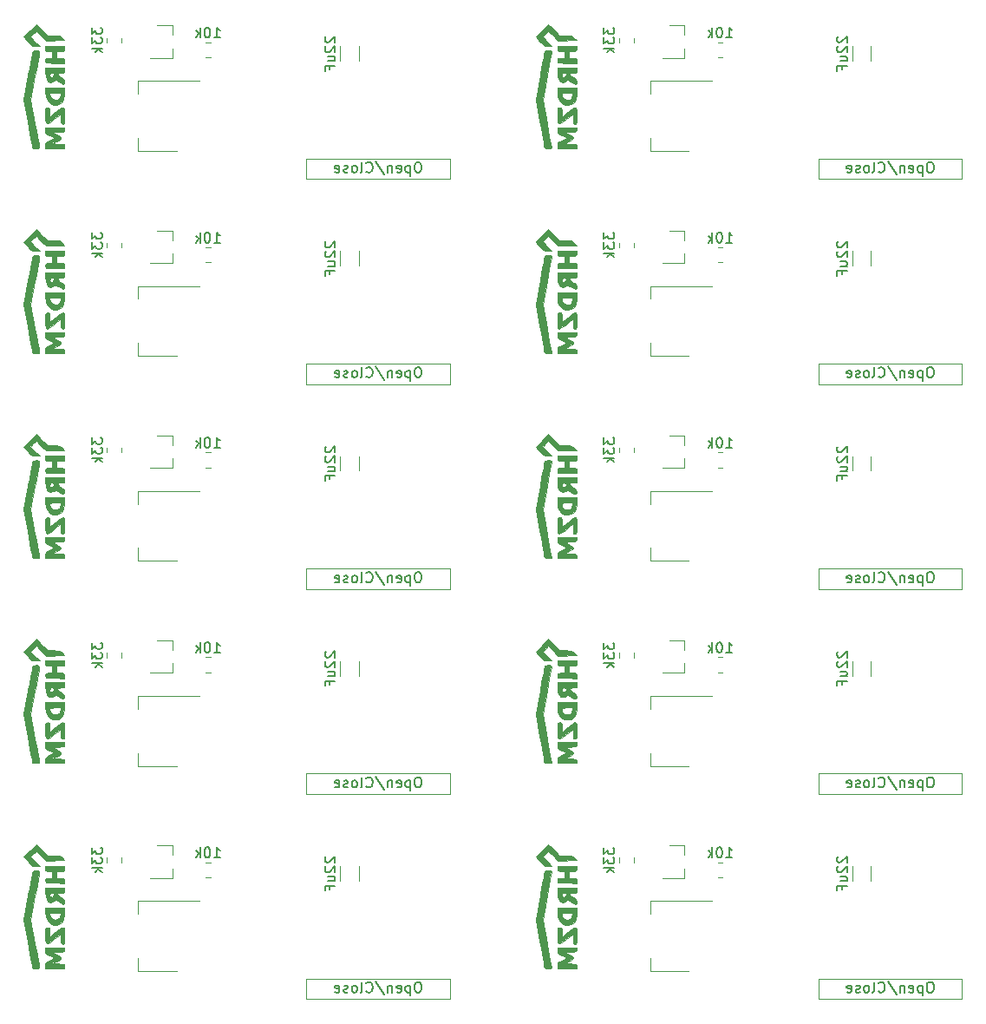
<source format=gbr>
%TF.GenerationSoftware,KiCad,Pcbnew,(5.1.9)-1*%
%TF.CreationDate,2021-04-15T21:54:33+02:00*%
%TF.ProjectId,DOORSENSOR_Simple_9V,444f4f52-5345-44e5-934f-525f53696d70,rev?*%
%TF.SameCoordinates,Original*%
%TF.FileFunction,Legend,Bot*%
%TF.FilePolarity,Positive*%
%FSLAX46Y46*%
G04 Gerber Fmt 4.6, Leading zero omitted, Abs format (unit mm)*
G04 Created by KiCad (PCBNEW (5.1.9)-1) date 2021-04-15 21:54:33*
%MOMM*%
%LPD*%
G01*
G04 APERTURE LIST*
%ADD10C,0.120000*%
%ADD11C,0.010000*%
%ADD12C,0.150000*%
G04 APERTURE END LIST*
D10*
%TO.C,SW2*%
X57150000Y-133100000D02*
X57150000Y-135100000D01*
X71150000Y-133100000D02*
X57150000Y-133100000D01*
X71150000Y-135100000D02*
X71150000Y-133100000D01*
X57150000Y-135100000D02*
X71150000Y-135100000D01*
%TO.C,R1*%
X39135000Y-121777064D02*
X39135000Y-121322936D01*
X37665000Y-121777064D02*
X37665000Y-121322936D01*
%TO.C,U1*%
X40740000Y-132360000D02*
X40740000Y-131100000D01*
X40740000Y-125540000D02*
X40740000Y-126800000D01*
X44500000Y-132360000D02*
X40740000Y-132360000D01*
X46750000Y-125540000D02*
X40740000Y-125540000D01*
%TO.C,C2*%
X62260000Y-123561252D02*
X62260000Y-122138748D01*
X60440000Y-123561252D02*
X60440000Y-122138748D01*
%TO.C,SW2*%
X107150000Y-135100000D02*
X121150000Y-135100000D01*
X121150000Y-135100000D02*
X121150000Y-133100000D01*
X121150000Y-133100000D02*
X107150000Y-133100000D01*
X107150000Y-133100000D02*
X107150000Y-135100000D01*
%TO.C,U1*%
X96750000Y-125540000D02*
X90740000Y-125540000D01*
X94500000Y-132360000D02*
X90740000Y-132360000D01*
X90740000Y-125540000D02*
X90740000Y-126800000D01*
X90740000Y-132360000D02*
X90740000Y-131100000D01*
%TO.C,C2*%
X110440000Y-123561252D02*
X110440000Y-122138748D01*
X112260000Y-123561252D02*
X112260000Y-122138748D01*
%TO.C,R1*%
X87665000Y-121777064D02*
X87665000Y-121322936D01*
X89135000Y-121777064D02*
X89135000Y-121322936D01*
%TO.C,R2*%
X97322936Y-123235000D02*
X97777064Y-123235000D01*
X97322936Y-121765000D02*
X97777064Y-121765000D01*
X47322936Y-121765000D02*
X47777064Y-121765000D01*
X47322936Y-123235000D02*
X47777064Y-123235000D01*
%TO.C,Q1*%
X44060000Y-120120000D02*
X44060000Y-121050000D01*
X44060000Y-123280000D02*
X44060000Y-122350000D01*
X44060000Y-123280000D02*
X41900000Y-123280000D01*
X44060000Y-120120000D02*
X42600000Y-120120000D01*
D11*
%TO.C,G2*%
G36*
X79945231Y-121660833D02*
G01*
X80158111Y-121897065D01*
X80315961Y-122030403D01*
X80469733Y-122090023D01*
X80670380Y-122105097D01*
X80721564Y-122105333D01*
X81113215Y-122105333D01*
X80672121Y-121658691D01*
X80231028Y-121212049D01*
X80503641Y-120939436D01*
X80776254Y-120666822D01*
X81249471Y-121135101D01*
X81722687Y-121603380D01*
X83543753Y-121555000D01*
X83300410Y-121322167D01*
X83150301Y-121196364D01*
X82994676Y-121126067D01*
X82777766Y-121095617D01*
X82471158Y-121089333D01*
X81885249Y-121089333D01*
X81330669Y-120539003D01*
X80776089Y-119988672D01*
X80168319Y-120602503D01*
X79560549Y-121216333D01*
X79945231Y-121660833D01*
G37*
X79945231Y-121660833D02*
X80158111Y-121897065D01*
X80315961Y-122030403D01*
X80469733Y-122090023D01*
X80670380Y-122105097D01*
X80721564Y-122105333D01*
X81113215Y-122105333D01*
X80672121Y-121658691D01*
X80231028Y-121212049D01*
X80503641Y-120939436D01*
X80776254Y-120666822D01*
X81249471Y-121135101D01*
X81722687Y-121603380D01*
X83543753Y-121555000D01*
X83300410Y-121322167D01*
X83150301Y-121196364D01*
X82994676Y-121126067D01*
X82777766Y-121095617D01*
X82471158Y-121089333D01*
X81885249Y-121089333D01*
X81330669Y-120539003D01*
X80776089Y-119988672D01*
X80168319Y-120602503D01*
X79560549Y-121216333D01*
X79945231Y-121660833D01*
G36*
X81682707Y-122522200D02*
G01*
X81755179Y-122594601D01*
X81935278Y-122612932D01*
X82008000Y-122613333D01*
X82346667Y-122613333D01*
X82346667Y-123290667D01*
X82002376Y-123290667D01*
X81784237Y-123299516D01*
X81691189Y-123347626D01*
X81679128Y-123467337D01*
X81684876Y-123523500D01*
X81711667Y-123756333D01*
X82621833Y-123780364D01*
X83532000Y-123804395D01*
X83532000Y-123547531D01*
X83521196Y-123389598D01*
X83458135Y-123314797D01*
X83296845Y-123292136D01*
X83151000Y-123290667D01*
X82770000Y-123290667D01*
X82770000Y-122613333D01*
X83151000Y-122613333D01*
X83385283Y-122605970D01*
X83496247Y-122563457D01*
X83529846Y-122455157D01*
X83532000Y-122359333D01*
X83532000Y-122105333D01*
X81669333Y-122105333D01*
X81669333Y-122359333D01*
X81682707Y-122522200D01*
G37*
X81682707Y-122522200D02*
X81755179Y-122594601D01*
X81935278Y-122612932D01*
X82008000Y-122613333D01*
X82346667Y-122613333D01*
X82346667Y-123290667D01*
X82002376Y-123290667D01*
X81784237Y-123299516D01*
X81691189Y-123347626D01*
X81679128Y-123467337D01*
X81684876Y-123523500D01*
X81711667Y-123756333D01*
X82621833Y-123780364D01*
X83532000Y-123804395D01*
X83532000Y-123547531D01*
X83521196Y-123389598D01*
X83458135Y-123314797D01*
X83296845Y-123292136D01*
X83151000Y-123290667D01*
X82770000Y-123290667D01*
X82770000Y-122613333D01*
X83151000Y-122613333D01*
X83385283Y-122605970D01*
X83496247Y-122563457D01*
X83529846Y-122455157D01*
X83532000Y-122359333D01*
X83532000Y-122105333D01*
X81669333Y-122105333D01*
X81669333Y-122359333D01*
X81682707Y-122522200D01*
G36*
X81700286Y-125030960D02*
G01*
X81784681Y-125352949D01*
X81909818Y-125562552D01*
X81949797Y-125594814D01*
X82190252Y-125657390D01*
X82442162Y-125586673D01*
X82524145Y-125526962D01*
X82628457Y-125453239D01*
X82736282Y-125457618D01*
X82902824Y-125550025D01*
X82994965Y-125611629D01*
X83264688Y-125774409D01*
X83431800Y-125817957D01*
X83514390Y-125741808D01*
X83531771Y-125597833D01*
X83493330Y-125418976D01*
X83352073Y-125276873D01*
X83215270Y-125195667D01*
X83010789Y-125056650D01*
X82884943Y-124915501D01*
X82870624Y-124878167D01*
X82882265Y-124782088D01*
X82991832Y-124738742D01*
X83187125Y-124730000D01*
X83406847Y-124720433D01*
X83505526Y-124668100D01*
X83531292Y-124537552D01*
X83532000Y-124476000D01*
X83532000Y-124222000D01*
X82310222Y-124222000D01*
X82310222Y-124730000D01*
X82468798Y-124757640D01*
X82506054Y-124869217D01*
X82500722Y-124920500D01*
X82404307Y-125091666D01*
X82283167Y-125138055D01*
X82140873Y-125126699D01*
X82094375Y-125005879D01*
X82092667Y-124947555D01*
X82125115Y-124783837D01*
X82256412Y-124731606D01*
X82310222Y-124730000D01*
X82310222Y-124222000D01*
X81669333Y-124222000D01*
X81669333Y-124639821D01*
X81700286Y-125030960D01*
G37*
X81700286Y-125030960D02*
X81784681Y-125352949D01*
X81909818Y-125562552D01*
X81949797Y-125594814D01*
X82190252Y-125657390D01*
X82442162Y-125586673D01*
X82524145Y-125526962D01*
X82628457Y-125453239D01*
X82736282Y-125457618D01*
X82902824Y-125550025D01*
X82994965Y-125611629D01*
X83264688Y-125774409D01*
X83431800Y-125817957D01*
X83514390Y-125741808D01*
X83531771Y-125597833D01*
X83493330Y-125418976D01*
X83352073Y-125276873D01*
X83215270Y-125195667D01*
X83010789Y-125056650D01*
X82884943Y-124915501D01*
X82870624Y-124878167D01*
X82882265Y-124782088D01*
X82991832Y-124738742D01*
X83187125Y-124730000D01*
X83406847Y-124720433D01*
X83505526Y-124668100D01*
X83531292Y-124537552D01*
X83532000Y-124476000D01*
X83532000Y-124222000D01*
X82310222Y-124222000D01*
X82310222Y-124730000D01*
X82468798Y-124757640D01*
X82506054Y-124869217D01*
X82500722Y-124920500D01*
X82404307Y-125091666D01*
X82283167Y-125138055D01*
X82140873Y-125126699D01*
X82094375Y-125005879D01*
X82092667Y-124947555D01*
X82125115Y-124783837D01*
X82256412Y-124731606D01*
X82310222Y-124730000D01*
X82310222Y-124222000D01*
X81669333Y-124222000D01*
X81669333Y-124639821D01*
X81700286Y-125030960D01*
G36*
X81669805Y-126529167D02*
G01*
X81721315Y-127060406D01*
X81873016Y-127459514D01*
X82123012Y-127723880D01*
X82469408Y-127850897D01*
X82638453Y-127862667D01*
X83009460Y-127796486D01*
X83280497Y-127596677D01*
X83452941Y-127261339D01*
X83528169Y-126788570D01*
X83532000Y-126629488D01*
X83532000Y-126169333D01*
X82644613Y-126169333D01*
X82644613Y-126677333D01*
X83196559Y-126677333D01*
X83140938Y-126910167D01*
X83070607Y-127121386D01*
X83001958Y-127248833D01*
X82845374Y-127331867D01*
X82609954Y-127349892D01*
X82372081Y-127305584D01*
X82225714Y-127221619D01*
X82119315Y-127032685D01*
X82092667Y-126882952D01*
X82103053Y-126772500D01*
X82159649Y-126710906D01*
X82300611Y-126683957D01*
X82564093Y-126677437D01*
X82644613Y-126677333D01*
X82644613Y-126169333D01*
X81669333Y-126169333D01*
X81669805Y-126529167D01*
G37*
X81669805Y-126529167D02*
X81721315Y-127060406D01*
X81873016Y-127459514D01*
X82123012Y-127723880D01*
X82469408Y-127850897D01*
X82638453Y-127862667D01*
X83009460Y-127796486D01*
X83280497Y-127596677D01*
X83452941Y-127261339D01*
X83528169Y-126788570D01*
X83532000Y-126629488D01*
X83532000Y-126169333D01*
X82644613Y-126169333D01*
X82644613Y-126677333D01*
X83196559Y-126677333D01*
X83140938Y-126910167D01*
X83070607Y-127121386D01*
X83001958Y-127248833D01*
X82845374Y-127331867D01*
X82609954Y-127349892D01*
X82372081Y-127305584D01*
X82225714Y-127221619D01*
X82119315Y-127032685D01*
X82092667Y-126882952D01*
X82103053Y-126772500D01*
X82159649Y-126710906D01*
X82300611Y-126683957D01*
X82564093Y-126677437D01*
X82644613Y-126677333D01*
X82644613Y-126169333D01*
X81669333Y-126169333D01*
X81669805Y-126529167D01*
G36*
X81678510Y-129304644D02*
G01*
X81718742Y-129569040D01*
X81809087Y-129683354D01*
X81968597Y-129656425D01*
X82216330Y-129497094D01*
X82504714Y-129268900D01*
X82769371Y-129057051D01*
X82984072Y-128893897D01*
X83115987Y-128804010D01*
X83139258Y-128794000D01*
X83168878Y-128870587D01*
X83188519Y-129068141D01*
X83193333Y-129259667D01*
X83200683Y-129528774D01*
X83232461Y-129668965D01*
X83303260Y-129720367D01*
X83362667Y-129725333D01*
X83441369Y-129713187D01*
X83491040Y-129655810D01*
X83518294Y-129521789D01*
X83529741Y-129279715D01*
X83532000Y-128921000D01*
X83528775Y-128545032D01*
X83515244Y-128307521D01*
X83485626Y-128177648D01*
X83434137Y-128124597D01*
X83381075Y-128116667D01*
X83250319Y-128168369D01*
X83031943Y-128306258D01*
X82765320Y-128504506D01*
X82661408Y-128588745D01*
X82092667Y-129060824D01*
X82092667Y-128588745D01*
X82087345Y-128319763D01*
X82059073Y-128178882D01*
X81989391Y-128124931D01*
X81881000Y-128116667D01*
X81780940Y-128122702D01*
X81718748Y-128162495D01*
X81685422Y-128268574D01*
X81671955Y-128473468D01*
X81669345Y-128809705D01*
X81669333Y-128881324D01*
X81678510Y-129304644D01*
G37*
X81678510Y-129304644D02*
X81718742Y-129569040D01*
X81809087Y-129683354D01*
X81968597Y-129656425D01*
X82216330Y-129497094D01*
X82504714Y-129268900D01*
X82769371Y-129057051D01*
X82984072Y-128893897D01*
X83115987Y-128804010D01*
X83139258Y-128794000D01*
X83168878Y-128870587D01*
X83188519Y-129068141D01*
X83193333Y-129259667D01*
X83200683Y-129528774D01*
X83232461Y-129668965D01*
X83303260Y-129720367D01*
X83362667Y-129725333D01*
X83441369Y-129713187D01*
X83491040Y-129655810D01*
X83518294Y-129521789D01*
X83529741Y-129279715D01*
X83532000Y-128921000D01*
X83528775Y-128545032D01*
X83515244Y-128307521D01*
X83485626Y-128177648D01*
X83434137Y-128124597D01*
X83381075Y-128116667D01*
X83250319Y-128168369D01*
X83031943Y-128306258D01*
X82765320Y-128504506D01*
X82661408Y-128588745D01*
X82092667Y-129060824D01*
X82092667Y-128588745D01*
X82087345Y-128319763D01*
X82059073Y-128178882D01*
X81989391Y-128124931D01*
X81881000Y-128116667D01*
X81780940Y-128122702D01*
X81718748Y-128162495D01*
X81685422Y-128268574D01*
X81671955Y-128473468D01*
X81669345Y-128809705D01*
X81669333Y-128881324D01*
X81678510Y-129304644D01*
G36*
X81681917Y-130544990D02*
G01*
X81746027Y-130661268D01*
X81901205Y-130758405D01*
X82092667Y-130841980D01*
X82327281Y-130949960D01*
X82481007Y-131040807D01*
X82516000Y-131080000D01*
X82444558Y-131144101D01*
X82260731Y-131243043D01*
X82092667Y-131318019D01*
X81846935Y-131429089D01*
X81720882Y-131527062D01*
X81674968Y-131656487D01*
X81669333Y-131794974D01*
X81669333Y-132096000D01*
X83532000Y-132096000D01*
X83532000Y-131888042D01*
X83522184Y-131780403D01*
X83468614Y-131716080D01*
X83335104Y-131681348D01*
X83085467Y-131662482D01*
X82918167Y-131655209D01*
X82304333Y-131630333D01*
X82748833Y-131429407D01*
X83044634Y-131268167D01*
X83183320Y-131124582D01*
X83193333Y-131080000D01*
X83110918Y-130943936D01*
X82868747Y-130788142D01*
X82748833Y-130730593D01*
X82304333Y-130529667D01*
X82918167Y-130504791D01*
X83234716Y-130488637D01*
X83418171Y-130463054D01*
X83504720Y-130414315D01*
X83530546Y-130328695D01*
X83532000Y-130271957D01*
X83532000Y-130064000D01*
X81669333Y-130064000D01*
X81669333Y-130365025D01*
X81681917Y-130544990D01*
G37*
X81681917Y-130544990D02*
X81746027Y-130661268D01*
X81901205Y-130758405D01*
X82092667Y-130841980D01*
X82327281Y-130949960D01*
X82481007Y-131040807D01*
X82516000Y-131080000D01*
X82444558Y-131144101D01*
X82260731Y-131243043D01*
X82092667Y-131318019D01*
X81846935Y-131429089D01*
X81720882Y-131527062D01*
X81674968Y-131656487D01*
X81669333Y-131794974D01*
X81669333Y-132096000D01*
X83532000Y-132096000D01*
X83532000Y-131888042D01*
X83522184Y-131780403D01*
X83468614Y-131716080D01*
X83335104Y-131681348D01*
X83085467Y-131662482D01*
X82918167Y-131655209D01*
X82304333Y-131630333D01*
X82748833Y-131429407D01*
X83044634Y-131268167D01*
X83183320Y-131124582D01*
X83193333Y-131080000D01*
X83110918Y-130943936D01*
X82868747Y-130788142D01*
X82748833Y-130730593D01*
X82304333Y-130529667D01*
X82918167Y-130504791D01*
X83234716Y-130488637D01*
X83418171Y-130463054D01*
X83504720Y-130414315D01*
X83530546Y-130328695D01*
X83532000Y-130271957D01*
X83532000Y-130064000D01*
X81669333Y-130064000D01*
X81669333Y-130365025D01*
X81681917Y-130544990D01*
G36*
X79929589Y-129486147D02*
G01*
X80037208Y-130079853D01*
X80137122Y-130628866D01*
X80224698Y-131107899D01*
X80295302Y-131491662D01*
X80344301Y-131754867D01*
X80365142Y-131863167D01*
X80417198Y-132015575D01*
X80526037Y-132081718D01*
X80744727Y-132096000D01*
X80954384Y-132083809D01*
X81069244Y-132053427D01*
X81076667Y-132042102D01*
X81061898Y-131947936D01*
X81020207Y-131709059D01*
X80955520Y-131347257D01*
X80871760Y-130884319D01*
X80772851Y-130342034D01*
X80662718Y-129742188D01*
X80649683Y-129671435D01*
X80222699Y-127354666D01*
X80649683Y-125037898D01*
X80761052Y-124430276D01*
X80861593Y-123875324D01*
X80947356Y-123395350D01*
X81014395Y-123012664D01*
X81058761Y-122749574D01*
X81076508Y-122628390D01*
X81076667Y-122624898D01*
X81002233Y-122560594D01*
X80818832Y-122529293D01*
X80785330Y-122528667D01*
X80575631Y-122549499D01*
X80450864Y-122600366D01*
X80445289Y-122607473D01*
X80417855Y-122708370D01*
X80364737Y-122953845D01*
X80290299Y-123321829D01*
X80198908Y-123790255D01*
X80094930Y-124337053D01*
X79982731Y-124940155D01*
X79969132Y-125014120D01*
X79541682Y-127341961D01*
X79929589Y-129486147D01*
G37*
X79929589Y-129486147D02*
X80037208Y-130079853D01*
X80137122Y-130628866D01*
X80224698Y-131107899D01*
X80295302Y-131491662D01*
X80344301Y-131754867D01*
X80365142Y-131863167D01*
X80417198Y-132015575D01*
X80526037Y-132081718D01*
X80744727Y-132096000D01*
X80954384Y-132083809D01*
X81069244Y-132053427D01*
X81076667Y-132042102D01*
X81061898Y-131947936D01*
X81020207Y-131709059D01*
X80955520Y-131347257D01*
X80871760Y-130884319D01*
X80772851Y-130342034D01*
X80662718Y-129742188D01*
X80649683Y-129671435D01*
X80222699Y-127354666D01*
X80649683Y-125037898D01*
X80761052Y-124430276D01*
X80861593Y-123875324D01*
X80947356Y-123395350D01*
X81014395Y-123012664D01*
X81058761Y-122749574D01*
X81076508Y-122628390D01*
X81076667Y-122624898D01*
X81002233Y-122560594D01*
X80818832Y-122529293D01*
X80785330Y-122528667D01*
X80575631Y-122549499D01*
X80450864Y-122600366D01*
X80445289Y-122607473D01*
X80417855Y-122708370D01*
X80364737Y-122953845D01*
X80290299Y-123321829D01*
X80198908Y-123790255D01*
X80094930Y-124337053D01*
X79982731Y-124940155D01*
X79969132Y-125014120D01*
X79541682Y-127341961D01*
X79929589Y-129486147D01*
D10*
%TO.C,Q1*%
X94060000Y-120120000D02*
X92600000Y-120120000D01*
X94060000Y-123280000D02*
X91900000Y-123280000D01*
X94060000Y-123280000D02*
X94060000Y-122350000D01*
X94060000Y-120120000D02*
X94060000Y-121050000D01*
D11*
%TO.C,G2*%
G36*
X29929589Y-129486147D02*
G01*
X30037208Y-130079853D01*
X30137122Y-130628866D01*
X30224698Y-131107899D01*
X30295302Y-131491662D01*
X30344301Y-131754867D01*
X30365142Y-131863167D01*
X30417198Y-132015575D01*
X30526037Y-132081718D01*
X30744727Y-132096000D01*
X30954384Y-132083809D01*
X31069244Y-132053427D01*
X31076667Y-132042102D01*
X31061898Y-131947936D01*
X31020207Y-131709059D01*
X30955520Y-131347257D01*
X30871760Y-130884319D01*
X30772851Y-130342034D01*
X30662718Y-129742188D01*
X30649683Y-129671435D01*
X30222699Y-127354666D01*
X30649683Y-125037898D01*
X30761052Y-124430276D01*
X30861593Y-123875324D01*
X30947356Y-123395350D01*
X31014395Y-123012664D01*
X31058761Y-122749574D01*
X31076508Y-122628390D01*
X31076667Y-122624898D01*
X31002233Y-122560594D01*
X30818832Y-122529293D01*
X30785330Y-122528667D01*
X30575631Y-122549499D01*
X30450864Y-122600366D01*
X30445289Y-122607473D01*
X30417855Y-122708370D01*
X30364737Y-122953845D01*
X30290299Y-123321829D01*
X30198908Y-123790255D01*
X30094930Y-124337053D01*
X29982731Y-124940155D01*
X29969132Y-125014120D01*
X29541682Y-127341961D01*
X29929589Y-129486147D01*
G37*
X29929589Y-129486147D02*
X30037208Y-130079853D01*
X30137122Y-130628866D01*
X30224698Y-131107899D01*
X30295302Y-131491662D01*
X30344301Y-131754867D01*
X30365142Y-131863167D01*
X30417198Y-132015575D01*
X30526037Y-132081718D01*
X30744727Y-132096000D01*
X30954384Y-132083809D01*
X31069244Y-132053427D01*
X31076667Y-132042102D01*
X31061898Y-131947936D01*
X31020207Y-131709059D01*
X30955520Y-131347257D01*
X30871760Y-130884319D01*
X30772851Y-130342034D01*
X30662718Y-129742188D01*
X30649683Y-129671435D01*
X30222699Y-127354666D01*
X30649683Y-125037898D01*
X30761052Y-124430276D01*
X30861593Y-123875324D01*
X30947356Y-123395350D01*
X31014395Y-123012664D01*
X31058761Y-122749574D01*
X31076508Y-122628390D01*
X31076667Y-122624898D01*
X31002233Y-122560594D01*
X30818832Y-122529293D01*
X30785330Y-122528667D01*
X30575631Y-122549499D01*
X30450864Y-122600366D01*
X30445289Y-122607473D01*
X30417855Y-122708370D01*
X30364737Y-122953845D01*
X30290299Y-123321829D01*
X30198908Y-123790255D01*
X30094930Y-124337053D01*
X29982731Y-124940155D01*
X29969132Y-125014120D01*
X29541682Y-127341961D01*
X29929589Y-129486147D01*
G36*
X31681917Y-130544990D02*
G01*
X31746027Y-130661268D01*
X31901205Y-130758405D01*
X32092667Y-130841980D01*
X32327281Y-130949960D01*
X32481007Y-131040807D01*
X32516000Y-131080000D01*
X32444558Y-131144101D01*
X32260731Y-131243043D01*
X32092667Y-131318019D01*
X31846935Y-131429089D01*
X31720882Y-131527062D01*
X31674968Y-131656487D01*
X31669333Y-131794974D01*
X31669333Y-132096000D01*
X33532000Y-132096000D01*
X33532000Y-131888042D01*
X33522184Y-131780403D01*
X33468614Y-131716080D01*
X33335104Y-131681348D01*
X33085467Y-131662482D01*
X32918167Y-131655209D01*
X32304333Y-131630333D01*
X32748833Y-131429407D01*
X33044634Y-131268167D01*
X33183320Y-131124582D01*
X33193333Y-131080000D01*
X33110918Y-130943936D01*
X32868747Y-130788142D01*
X32748833Y-130730593D01*
X32304333Y-130529667D01*
X32918167Y-130504791D01*
X33234716Y-130488637D01*
X33418171Y-130463054D01*
X33504720Y-130414315D01*
X33530546Y-130328695D01*
X33532000Y-130271957D01*
X33532000Y-130064000D01*
X31669333Y-130064000D01*
X31669333Y-130365025D01*
X31681917Y-130544990D01*
G37*
X31681917Y-130544990D02*
X31746027Y-130661268D01*
X31901205Y-130758405D01*
X32092667Y-130841980D01*
X32327281Y-130949960D01*
X32481007Y-131040807D01*
X32516000Y-131080000D01*
X32444558Y-131144101D01*
X32260731Y-131243043D01*
X32092667Y-131318019D01*
X31846935Y-131429089D01*
X31720882Y-131527062D01*
X31674968Y-131656487D01*
X31669333Y-131794974D01*
X31669333Y-132096000D01*
X33532000Y-132096000D01*
X33532000Y-131888042D01*
X33522184Y-131780403D01*
X33468614Y-131716080D01*
X33335104Y-131681348D01*
X33085467Y-131662482D01*
X32918167Y-131655209D01*
X32304333Y-131630333D01*
X32748833Y-131429407D01*
X33044634Y-131268167D01*
X33183320Y-131124582D01*
X33193333Y-131080000D01*
X33110918Y-130943936D01*
X32868747Y-130788142D01*
X32748833Y-130730593D01*
X32304333Y-130529667D01*
X32918167Y-130504791D01*
X33234716Y-130488637D01*
X33418171Y-130463054D01*
X33504720Y-130414315D01*
X33530546Y-130328695D01*
X33532000Y-130271957D01*
X33532000Y-130064000D01*
X31669333Y-130064000D01*
X31669333Y-130365025D01*
X31681917Y-130544990D01*
G36*
X31678510Y-129304644D02*
G01*
X31718742Y-129569040D01*
X31809087Y-129683354D01*
X31968597Y-129656425D01*
X32216330Y-129497094D01*
X32504714Y-129268900D01*
X32769371Y-129057051D01*
X32984072Y-128893897D01*
X33115987Y-128804010D01*
X33139258Y-128794000D01*
X33168878Y-128870587D01*
X33188519Y-129068141D01*
X33193333Y-129259667D01*
X33200683Y-129528774D01*
X33232461Y-129668965D01*
X33303260Y-129720367D01*
X33362667Y-129725333D01*
X33441369Y-129713187D01*
X33491040Y-129655810D01*
X33518294Y-129521789D01*
X33529741Y-129279715D01*
X33532000Y-128921000D01*
X33528775Y-128545032D01*
X33515244Y-128307521D01*
X33485626Y-128177648D01*
X33434137Y-128124597D01*
X33381075Y-128116667D01*
X33250319Y-128168369D01*
X33031943Y-128306258D01*
X32765320Y-128504506D01*
X32661408Y-128588745D01*
X32092667Y-129060824D01*
X32092667Y-128588745D01*
X32087345Y-128319763D01*
X32059073Y-128178882D01*
X31989391Y-128124931D01*
X31881000Y-128116667D01*
X31780940Y-128122702D01*
X31718748Y-128162495D01*
X31685422Y-128268574D01*
X31671955Y-128473468D01*
X31669345Y-128809705D01*
X31669333Y-128881324D01*
X31678510Y-129304644D01*
G37*
X31678510Y-129304644D02*
X31718742Y-129569040D01*
X31809087Y-129683354D01*
X31968597Y-129656425D01*
X32216330Y-129497094D01*
X32504714Y-129268900D01*
X32769371Y-129057051D01*
X32984072Y-128893897D01*
X33115987Y-128804010D01*
X33139258Y-128794000D01*
X33168878Y-128870587D01*
X33188519Y-129068141D01*
X33193333Y-129259667D01*
X33200683Y-129528774D01*
X33232461Y-129668965D01*
X33303260Y-129720367D01*
X33362667Y-129725333D01*
X33441369Y-129713187D01*
X33491040Y-129655810D01*
X33518294Y-129521789D01*
X33529741Y-129279715D01*
X33532000Y-128921000D01*
X33528775Y-128545032D01*
X33515244Y-128307521D01*
X33485626Y-128177648D01*
X33434137Y-128124597D01*
X33381075Y-128116667D01*
X33250319Y-128168369D01*
X33031943Y-128306258D01*
X32765320Y-128504506D01*
X32661408Y-128588745D01*
X32092667Y-129060824D01*
X32092667Y-128588745D01*
X32087345Y-128319763D01*
X32059073Y-128178882D01*
X31989391Y-128124931D01*
X31881000Y-128116667D01*
X31780940Y-128122702D01*
X31718748Y-128162495D01*
X31685422Y-128268574D01*
X31671955Y-128473468D01*
X31669345Y-128809705D01*
X31669333Y-128881324D01*
X31678510Y-129304644D01*
G36*
X31669805Y-126529167D02*
G01*
X31721315Y-127060406D01*
X31873016Y-127459514D01*
X32123012Y-127723880D01*
X32469408Y-127850897D01*
X32638453Y-127862667D01*
X33009460Y-127796486D01*
X33280497Y-127596677D01*
X33452941Y-127261339D01*
X33528169Y-126788570D01*
X33532000Y-126629488D01*
X33532000Y-126169333D01*
X32644613Y-126169333D01*
X32644613Y-126677333D01*
X33196559Y-126677333D01*
X33140938Y-126910167D01*
X33070607Y-127121386D01*
X33001958Y-127248833D01*
X32845374Y-127331867D01*
X32609954Y-127349892D01*
X32372081Y-127305584D01*
X32225714Y-127221619D01*
X32119315Y-127032685D01*
X32092667Y-126882952D01*
X32103053Y-126772500D01*
X32159649Y-126710906D01*
X32300611Y-126683957D01*
X32564093Y-126677437D01*
X32644613Y-126677333D01*
X32644613Y-126169333D01*
X31669333Y-126169333D01*
X31669805Y-126529167D01*
G37*
X31669805Y-126529167D02*
X31721315Y-127060406D01*
X31873016Y-127459514D01*
X32123012Y-127723880D01*
X32469408Y-127850897D01*
X32638453Y-127862667D01*
X33009460Y-127796486D01*
X33280497Y-127596677D01*
X33452941Y-127261339D01*
X33528169Y-126788570D01*
X33532000Y-126629488D01*
X33532000Y-126169333D01*
X32644613Y-126169333D01*
X32644613Y-126677333D01*
X33196559Y-126677333D01*
X33140938Y-126910167D01*
X33070607Y-127121386D01*
X33001958Y-127248833D01*
X32845374Y-127331867D01*
X32609954Y-127349892D01*
X32372081Y-127305584D01*
X32225714Y-127221619D01*
X32119315Y-127032685D01*
X32092667Y-126882952D01*
X32103053Y-126772500D01*
X32159649Y-126710906D01*
X32300611Y-126683957D01*
X32564093Y-126677437D01*
X32644613Y-126677333D01*
X32644613Y-126169333D01*
X31669333Y-126169333D01*
X31669805Y-126529167D01*
G36*
X31700286Y-125030960D02*
G01*
X31784681Y-125352949D01*
X31909818Y-125562552D01*
X31949797Y-125594814D01*
X32190252Y-125657390D01*
X32442162Y-125586673D01*
X32524145Y-125526962D01*
X32628457Y-125453239D01*
X32736282Y-125457618D01*
X32902824Y-125550025D01*
X32994965Y-125611629D01*
X33264688Y-125774409D01*
X33431800Y-125817957D01*
X33514390Y-125741808D01*
X33531771Y-125597833D01*
X33493330Y-125418976D01*
X33352073Y-125276873D01*
X33215270Y-125195667D01*
X33010789Y-125056650D01*
X32884943Y-124915501D01*
X32870624Y-124878167D01*
X32882265Y-124782088D01*
X32991832Y-124738742D01*
X33187125Y-124730000D01*
X33406847Y-124720433D01*
X33505526Y-124668100D01*
X33531292Y-124537552D01*
X33532000Y-124476000D01*
X33532000Y-124222000D01*
X32310222Y-124222000D01*
X32310222Y-124730000D01*
X32468798Y-124757640D01*
X32506054Y-124869217D01*
X32500722Y-124920500D01*
X32404307Y-125091666D01*
X32283167Y-125138055D01*
X32140873Y-125126699D01*
X32094375Y-125005879D01*
X32092667Y-124947555D01*
X32125115Y-124783837D01*
X32256412Y-124731606D01*
X32310222Y-124730000D01*
X32310222Y-124222000D01*
X31669333Y-124222000D01*
X31669333Y-124639821D01*
X31700286Y-125030960D01*
G37*
X31700286Y-125030960D02*
X31784681Y-125352949D01*
X31909818Y-125562552D01*
X31949797Y-125594814D01*
X32190252Y-125657390D01*
X32442162Y-125586673D01*
X32524145Y-125526962D01*
X32628457Y-125453239D01*
X32736282Y-125457618D01*
X32902824Y-125550025D01*
X32994965Y-125611629D01*
X33264688Y-125774409D01*
X33431800Y-125817957D01*
X33514390Y-125741808D01*
X33531771Y-125597833D01*
X33493330Y-125418976D01*
X33352073Y-125276873D01*
X33215270Y-125195667D01*
X33010789Y-125056650D01*
X32884943Y-124915501D01*
X32870624Y-124878167D01*
X32882265Y-124782088D01*
X32991832Y-124738742D01*
X33187125Y-124730000D01*
X33406847Y-124720433D01*
X33505526Y-124668100D01*
X33531292Y-124537552D01*
X33532000Y-124476000D01*
X33532000Y-124222000D01*
X32310222Y-124222000D01*
X32310222Y-124730000D01*
X32468798Y-124757640D01*
X32506054Y-124869217D01*
X32500722Y-124920500D01*
X32404307Y-125091666D01*
X32283167Y-125138055D01*
X32140873Y-125126699D01*
X32094375Y-125005879D01*
X32092667Y-124947555D01*
X32125115Y-124783837D01*
X32256412Y-124731606D01*
X32310222Y-124730000D01*
X32310222Y-124222000D01*
X31669333Y-124222000D01*
X31669333Y-124639821D01*
X31700286Y-125030960D01*
G36*
X31682707Y-122522200D02*
G01*
X31755179Y-122594601D01*
X31935278Y-122612932D01*
X32008000Y-122613333D01*
X32346667Y-122613333D01*
X32346667Y-123290667D01*
X32002376Y-123290667D01*
X31784237Y-123299516D01*
X31691189Y-123347626D01*
X31679128Y-123467337D01*
X31684876Y-123523500D01*
X31711667Y-123756333D01*
X32621833Y-123780364D01*
X33532000Y-123804395D01*
X33532000Y-123547531D01*
X33521196Y-123389598D01*
X33458135Y-123314797D01*
X33296845Y-123292136D01*
X33151000Y-123290667D01*
X32770000Y-123290667D01*
X32770000Y-122613333D01*
X33151000Y-122613333D01*
X33385283Y-122605970D01*
X33496247Y-122563457D01*
X33529846Y-122455157D01*
X33532000Y-122359333D01*
X33532000Y-122105333D01*
X31669333Y-122105333D01*
X31669333Y-122359333D01*
X31682707Y-122522200D01*
G37*
X31682707Y-122522200D02*
X31755179Y-122594601D01*
X31935278Y-122612932D01*
X32008000Y-122613333D01*
X32346667Y-122613333D01*
X32346667Y-123290667D01*
X32002376Y-123290667D01*
X31784237Y-123299516D01*
X31691189Y-123347626D01*
X31679128Y-123467337D01*
X31684876Y-123523500D01*
X31711667Y-123756333D01*
X32621833Y-123780364D01*
X33532000Y-123804395D01*
X33532000Y-123547531D01*
X33521196Y-123389598D01*
X33458135Y-123314797D01*
X33296845Y-123292136D01*
X33151000Y-123290667D01*
X32770000Y-123290667D01*
X32770000Y-122613333D01*
X33151000Y-122613333D01*
X33385283Y-122605970D01*
X33496247Y-122563457D01*
X33529846Y-122455157D01*
X33532000Y-122359333D01*
X33532000Y-122105333D01*
X31669333Y-122105333D01*
X31669333Y-122359333D01*
X31682707Y-122522200D01*
G36*
X29945231Y-121660833D02*
G01*
X30158111Y-121897065D01*
X30315961Y-122030403D01*
X30469733Y-122090023D01*
X30670380Y-122105097D01*
X30721564Y-122105333D01*
X31113215Y-122105333D01*
X30672121Y-121658691D01*
X30231028Y-121212049D01*
X30503641Y-120939436D01*
X30776254Y-120666822D01*
X31249471Y-121135101D01*
X31722687Y-121603380D01*
X33543753Y-121555000D01*
X33300410Y-121322167D01*
X33150301Y-121196364D01*
X32994676Y-121126067D01*
X32777766Y-121095617D01*
X32471158Y-121089333D01*
X31885249Y-121089333D01*
X31330669Y-120539003D01*
X30776089Y-119988672D01*
X30168319Y-120602503D01*
X29560549Y-121216333D01*
X29945231Y-121660833D01*
G37*
X29945231Y-121660833D02*
X30158111Y-121897065D01*
X30315961Y-122030403D01*
X30469733Y-122090023D01*
X30670380Y-122105097D01*
X30721564Y-122105333D01*
X31113215Y-122105333D01*
X30672121Y-121658691D01*
X30231028Y-121212049D01*
X30503641Y-120939436D01*
X30776254Y-120666822D01*
X31249471Y-121135101D01*
X31722687Y-121603380D01*
X33543753Y-121555000D01*
X33300410Y-121322167D01*
X33150301Y-121196364D01*
X32994676Y-121126067D01*
X32777766Y-121095617D01*
X32471158Y-121089333D01*
X31885249Y-121089333D01*
X31330669Y-120539003D01*
X30776089Y-119988672D01*
X30168319Y-120602503D01*
X29560549Y-121216333D01*
X29945231Y-121660833D01*
D10*
%TO.C,R1*%
X89135000Y-101777064D02*
X89135000Y-101322936D01*
X87665000Y-101777064D02*
X87665000Y-101322936D01*
%TO.C,R2*%
X47322936Y-103235000D02*
X47777064Y-103235000D01*
X47322936Y-101765000D02*
X47777064Y-101765000D01*
%TO.C,Q1*%
X44060000Y-100120000D02*
X42600000Y-100120000D01*
X44060000Y-103280000D02*
X41900000Y-103280000D01*
X44060000Y-103280000D02*
X44060000Y-102350000D01*
X44060000Y-100120000D02*
X44060000Y-101050000D01*
%TO.C,SW2*%
X57150000Y-115100000D02*
X71150000Y-115100000D01*
X71150000Y-115100000D02*
X71150000Y-113100000D01*
X71150000Y-113100000D02*
X57150000Y-113100000D01*
X57150000Y-113100000D02*
X57150000Y-115100000D01*
%TO.C,U1*%
X90740000Y-112360000D02*
X90740000Y-111100000D01*
X90740000Y-105540000D02*
X90740000Y-106800000D01*
X94500000Y-112360000D02*
X90740000Y-112360000D01*
X96750000Y-105540000D02*
X90740000Y-105540000D01*
%TO.C,C2*%
X112260000Y-103561252D02*
X112260000Y-102138748D01*
X110440000Y-103561252D02*
X110440000Y-102138748D01*
%TO.C,SW2*%
X107150000Y-113100000D02*
X107150000Y-115100000D01*
X121150000Y-113100000D02*
X107150000Y-113100000D01*
X121150000Y-115100000D02*
X121150000Y-113100000D01*
X107150000Y-115100000D02*
X121150000Y-115100000D01*
%TO.C,U1*%
X46750000Y-105540000D02*
X40740000Y-105540000D01*
X44500000Y-112360000D02*
X40740000Y-112360000D01*
X40740000Y-105540000D02*
X40740000Y-106800000D01*
X40740000Y-112360000D02*
X40740000Y-111100000D01*
%TO.C,R2*%
X97322936Y-101765000D02*
X97777064Y-101765000D01*
X97322936Y-103235000D02*
X97777064Y-103235000D01*
%TO.C,R1*%
X37665000Y-101777064D02*
X37665000Y-101322936D01*
X39135000Y-101777064D02*
X39135000Y-101322936D01*
%TO.C,C2*%
X60440000Y-103561252D02*
X60440000Y-102138748D01*
X62260000Y-103561252D02*
X62260000Y-102138748D01*
%TO.C,Q1*%
X94060000Y-100120000D02*
X94060000Y-101050000D01*
X94060000Y-103280000D02*
X94060000Y-102350000D01*
X94060000Y-103280000D02*
X91900000Y-103280000D01*
X94060000Y-100120000D02*
X92600000Y-100120000D01*
D11*
%TO.C,G2*%
G36*
X29945231Y-101660833D02*
G01*
X30158111Y-101897065D01*
X30315961Y-102030403D01*
X30469733Y-102090023D01*
X30670380Y-102105097D01*
X30721564Y-102105333D01*
X31113215Y-102105333D01*
X30672121Y-101658691D01*
X30231028Y-101212049D01*
X30503641Y-100939436D01*
X30776254Y-100666822D01*
X31249471Y-101135101D01*
X31722687Y-101603380D01*
X33543753Y-101555000D01*
X33300410Y-101322167D01*
X33150301Y-101196364D01*
X32994676Y-101126067D01*
X32777766Y-101095617D01*
X32471158Y-101089333D01*
X31885249Y-101089333D01*
X31330669Y-100539003D01*
X30776089Y-99988672D01*
X30168319Y-100602503D01*
X29560549Y-101216333D01*
X29945231Y-101660833D01*
G37*
X29945231Y-101660833D02*
X30158111Y-101897065D01*
X30315961Y-102030403D01*
X30469733Y-102090023D01*
X30670380Y-102105097D01*
X30721564Y-102105333D01*
X31113215Y-102105333D01*
X30672121Y-101658691D01*
X30231028Y-101212049D01*
X30503641Y-100939436D01*
X30776254Y-100666822D01*
X31249471Y-101135101D01*
X31722687Y-101603380D01*
X33543753Y-101555000D01*
X33300410Y-101322167D01*
X33150301Y-101196364D01*
X32994676Y-101126067D01*
X32777766Y-101095617D01*
X32471158Y-101089333D01*
X31885249Y-101089333D01*
X31330669Y-100539003D01*
X30776089Y-99988672D01*
X30168319Y-100602503D01*
X29560549Y-101216333D01*
X29945231Y-101660833D01*
G36*
X31682707Y-102522200D02*
G01*
X31755179Y-102594601D01*
X31935278Y-102612932D01*
X32008000Y-102613333D01*
X32346667Y-102613333D01*
X32346667Y-103290667D01*
X32002376Y-103290667D01*
X31784237Y-103299516D01*
X31691189Y-103347626D01*
X31679128Y-103467337D01*
X31684876Y-103523500D01*
X31711667Y-103756333D01*
X32621833Y-103780364D01*
X33532000Y-103804395D01*
X33532000Y-103547531D01*
X33521196Y-103389598D01*
X33458135Y-103314797D01*
X33296845Y-103292136D01*
X33151000Y-103290667D01*
X32770000Y-103290667D01*
X32770000Y-102613333D01*
X33151000Y-102613333D01*
X33385283Y-102605970D01*
X33496247Y-102563457D01*
X33529846Y-102455157D01*
X33532000Y-102359333D01*
X33532000Y-102105333D01*
X31669333Y-102105333D01*
X31669333Y-102359333D01*
X31682707Y-102522200D01*
G37*
X31682707Y-102522200D02*
X31755179Y-102594601D01*
X31935278Y-102612932D01*
X32008000Y-102613333D01*
X32346667Y-102613333D01*
X32346667Y-103290667D01*
X32002376Y-103290667D01*
X31784237Y-103299516D01*
X31691189Y-103347626D01*
X31679128Y-103467337D01*
X31684876Y-103523500D01*
X31711667Y-103756333D01*
X32621833Y-103780364D01*
X33532000Y-103804395D01*
X33532000Y-103547531D01*
X33521196Y-103389598D01*
X33458135Y-103314797D01*
X33296845Y-103292136D01*
X33151000Y-103290667D01*
X32770000Y-103290667D01*
X32770000Y-102613333D01*
X33151000Y-102613333D01*
X33385283Y-102605970D01*
X33496247Y-102563457D01*
X33529846Y-102455157D01*
X33532000Y-102359333D01*
X33532000Y-102105333D01*
X31669333Y-102105333D01*
X31669333Y-102359333D01*
X31682707Y-102522200D01*
G36*
X31700286Y-105030960D02*
G01*
X31784681Y-105352949D01*
X31909818Y-105562552D01*
X31949797Y-105594814D01*
X32190252Y-105657390D01*
X32442162Y-105586673D01*
X32524145Y-105526962D01*
X32628457Y-105453239D01*
X32736282Y-105457618D01*
X32902824Y-105550025D01*
X32994965Y-105611629D01*
X33264688Y-105774409D01*
X33431800Y-105817957D01*
X33514390Y-105741808D01*
X33531771Y-105597833D01*
X33493330Y-105418976D01*
X33352073Y-105276873D01*
X33215270Y-105195667D01*
X33010789Y-105056650D01*
X32884943Y-104915501D01*
X32870624Y-104878167D01*
X32882265Y-104782088D01*
X32991832Y-104738742D01*
X33187125Y-104730000D01*
X33406847Y-104720433D01*
X33505526Y-104668100D01*
X33531292Y-104537552D01*
X33532000Y-104476000D01*
X33532000Y-104222000D01*
X32310222Y-104222000D01*
X32310222Y-104730000D01*
X32468798Y-104757640D01*
X32506054Y-104869217D01*
X32500722Y-104920500D01*
X32404307Y-105091666D01*
X32283167Y-105138055D01*
X32140873Y-105126699D01*
X32094375Y-105005879D01*
X32092667Y-104947555D01*
X32125115Y-104783837D01*
X32256412Y-104731606D01*
X32310222Y-104730000D01*
X32310222Y-104222000D01*
X31669333Y-104222000D01*
X31669333Y-104639821D01*
X31700286Y-105030960D01*
G37*
X31700286Y-105030960D02*
X31784681Y-105352949D01*
X31909818Y-105562552D01*
X31949797Y-105594814D01*
X32190252Y-105657390D01*
X32442162Y-105586673D01*
X32524145Y-105526962D01*
X32628457Y-105453239D01*
X32736282Y-105457618D01*
X32902824Y-105550025D01*
X32994965Y-105611629D01*
X33264688Y-105774409D01*
X33431800Y-105817957D01*
X33514390Y-105741808D01*
X33531771Y-105597833D01*
X33493330Y-105418976D01*
X33352073Y-105276873D01*
X33215270Y-105195667D01*
X33010789Y-105056650D01*
X32884943Y-104915501D01*
X32870624Y-104878167D01*
X32882265Y-104782088D01*
X32991832Y-104738742D01*
X33187125Y-104730000D01*
X33406847Y-104720433D01*
X33505526Y-104668100D01*
X33531292Y-104537552D01*
X33532000Y-104476000D01*
X33532000Y-104222000D01*
X32310222Y-104222000D01*
X32310222Y-104730000D01*
X32468798Y-104757640D01*
X32506054Y-104869217D01*
X32500722Y-104920500D01*
X32404307Y-105091666D01*
X32283167Y-105138055D01*
X32140873Y-105126699D01*
X32094375Y-105005879D01*
X32092667Y-104947555D01*
X32125115Y-104783837D01*
X32256412Y-104731606D01*
X32310222Y-104730000D01*
X32310222Y-104222000D01*
X31669333Y-104222000D01*
X31669333Y-104639821D01*
X31700286Y-105030960D01*
G36*
X31669805Y-106529167D02*
G01*
X31721315Y-107060406D01*
X31873016Y-107459514D01*
X32123012Y-107723880D01*
X32469408Y-107850897D01*
X32638453Y-107862667D01*
X33009460Y-107796486D01*
X33280497Y-107596677D01*
X33452941Y-107261339D01*
X33528169Y-106788570D01*
X33532000Y-106629488D01*
X33532000Y-106169333D01*
X32644613Y-106169333D01*
X32644613Y-106677333D01*
X33196559Y-106677333D01*
X33140938Y-106910167D01*
X33070607Y-107121386D01*
X33001958Y-107248833D01*
X32845374Y-107331867D01*
X32609954Y-107349892D01*
X32372081Y-107305584D01*
X32225714Y-107221619D01*
X32119315Y-107032685D01*
X32092667Y-106882952D01*
X32103053Y-106772500D01*
X32159649Y-106710906D01*
X32300611Y-106683957D01*
X32564093Y-106677437D01*
X32644613Y-106677333D01*
X32644613Y-106169333D01*
X31669333Y-106169333D01*
X31669805Y-106529167D01*
G37*
X31669805Y-106529167D02*
X31721315Y-107060406D01*
X31873016Y-107459514D01*
X32123012Y-107723880D01*
X32469408Y-107850897D01*
X32638453Y-107862667D01*
X33009460Y-107796486D01*
X33280497Y-107596677D01*
X33452941Y-107261339D01*
X33528169Y-106788570D01*
X33532000Y-106629488D01*
X33532000Y-106169333D01*
X32644613Y-106169333D01*
X32644613Y-106677333D01*
X33196559Y-106677333D01*
X33140938Y-106910167D01*
X33070607Y-107121386D01*
X33001958Y-107248833D01*
X32845374Y-107331867D01*
X32609954Y-107349892D01*
X32372081Y-107305584D01*
X32225714Y-107221619D01*
X32119315Y-107032685D01*
X32092667Y-106882952D01*
X32103053Y-106772500D01*
X32159649Y-106710906D01*
X32300611Y-106683957D01*
X32564093Y-106677437D01*
X32644613Y-106677333D01*
X32644613Y-106169333D01*
X31669333Y-106169333D01*
X31669805Y-106529167D01*
G36*
X31678510Y-109304644D02*
G01*
X31718742Y-109569040D01*
X31809087Y-109683354D01*
X31968597Y-109656425D01*
X32216330Y-109497094D01*
X32504714Y-109268900D01*
X32769371Y-109057051D01*
X32984072Y-108893897D01*
X33115987Y-108804010D01*
X33139258Y-108794000D01*
X33168878Y-108870587D01*
X33188519Y-109068141D01*
X33193333Y-109259667D01*
X33200683Y-109528774D01*
X33232461Y-109668965D01*
X33303260Y-109720367D01*
X33362667Y-109725333D01*
X33441369Y-109713187D01*
X33491040Y-109655810D01*
X33518294Y-109521789D01*
X33529741Y-109279715D01*
X33532000Y-108921000D01*
X33528775Y-108545032D01*
X33515244Y-108307521D01*
X33485626Y-108177648D01*
X33434137Y-108124597D01*
X33381075Y-108116667D01*
X33250319Y-108168369D01*
X33031943Y-108306258D01*
X32765320Y-108504506D01*
X32661408Y-108588745D01*
X32092667Y-109060824D01*
X32092667Y-108588745D01*
X32087345Y-108319763D01*
X32059073Y-108178882D01*
X31989391Y-108124931D01*
X31881000Y-108116667D01*
X31780940Y-108122702D01*
X31718748Y-108162495D01*
X31685422Y-108268574D01*
X31671955Y-108473468D01*
X31669345Y-108809705D01*
X31669333Y-108881324D01*
X31678510Y-109304644D01*
G37*
X31678510Y-109304644D02*
X31718742Y-109569040D01*
X31809087Y-109683354D01*
X31968597Y-109656425D01*
X32216330Y-109497094D01*
X32504714Y-109268900D01*
X32769371Y-109057051D01*
X32984072Y-108893897D01*
X33115987Y-108804010D01*
X33139258Y-108794000D01*
X33168878Y-108870587D01*
X33188519Y-109068141D01*
X33193333Y-109259667D01*
X33200683Y-109528774D01*
X33232461Y-109668965D01*
X33303260Y-109720367D01*
X33362667Y-109725333D01*
X33441369Y-109713187D01*
X33491040Y-109655810D01*
X33518294Y-109521789D01*
X33529741Y-109279715D01*
X33532000Y-108921000D01*
X33528775Y-108545032D01*
X33515244Y-108307521D01*
X33485626Y-108177648D01*
X33434137Y-108124597D01*
X33381075Y-108116667D01*
X33250319Y-108168369D01*
X33031943Y-108306258D01*
X32765320Y-108504506D01*
X32661408Y-108588745D01*
X32092667Y-109060824D01*
X32092667Y-108588745D01*
X32087345Y-108319763D01*
X32059073Y-108178882D01*
X31989391Y-108124931D01*
X31881000Y-108116667D01*
X31780940Y-108122702D01*
X31718748Y-108162495D01*
X31685422Y-108268574D01*
X31671955Y-108473468D01*
X31669345Y-108809705D01*
X31669333Y-108881324D01*
X31678510Y-109304644D01*
G36*
X31681917Y-110544990D02*
G01*
X31746027Y-110661268D01*
X31901205Y-110758405D01*
X32092667Y-110841980D01*
X32327281Y-110949960D01*
X32481007Y-111040807D01*
X32516000Y-111080000D01*
X32444558Y-111144101D01*
X32260731Y-111243043D01*
X32092667Y-111318019D01*
X31846935Y-111429089D01*
X31720882Y-111527062D01*
X31674968Y-111656487D01*
X31669333Y-111794974D01*
X31669333Y-112096000D01*
X33532000Y-112096000D01*
X33532000Y-111888042D01*
X33522184Y-111780403D01*
X33468614Y-111716080D01*
X33335104Y-111681348D01*
X33085467Y-111662482D01*
X32918167Y-111655209D01*
X32304333Y-111630333D01*
X32748833Y-111429407D01*
X33044634Y-111268167D01*
X33183320Y-111124582D01*
X33193333Y-111080000D01*
X33110918Y-110943936D01*
X32868747Y-110788142D01*
X32748833Y-110730593D01*
X32304333Y-110529667D01*
X32918167Y-110504791D01*
X33234716Y-110488637D01*
X33418171Y-110463054D01*
X33504720Y-110414315D01*
X33530546Y-110328695D01*
X33532000Y-110271957D01*
X33532000Y-110064000D01*
X31669333Y-110064000D01*
X31669333Y-110365025D01*
X31681917Y-110544990D01*
G37*
X31681917Y-110544990D02*
X31746027Y-110661268D01*
X31901205Y-110758405D01*
X32092667Y-110841980D01*
X32327281Y-110949960D01*
X32481007Y-111040807D01*
X32516000Y-111080000D01*
X32444558Y-111144101D01*
X32260731Y-111243043D01*
X32092667Y-111318019D01*
X31846935Y-111429089D01*
X31720882Y-111527062D01*
X31674968Y-111656487D01*
X31669333Y-111794974D01*
X31669333Y-112096000D01*
X33532000Y-112096000D01*
X33532000Y-111888042D01*
X33522184Y-111780403D01*
X33468614Y-111716080D01*
X33335104Y-111681348D01*
X33085467Y-111662482D01*
X32918167Y-111655209D01*
X32304333Y-111630333D01*
X32748833Y-111429407D01*
X33044634Y-111268167D01*
X33183320Y-111124582D01*
X33193333Y-111080000D01*
X33110918Y-110943936D01*
X32868747Y-110788142D01*
X32748833Y-110730593D01*
X32304333Y-110529667D01*
X32918167Y-110504791D01*
X33234716Y-110488637D01*
X33418171Y-110463054D01*
X33504720Y-110414315D01*
X33530546Y-110328695D01*
X33532000Y-110271957D01*
X33532000Y-110064000D01*
X31669333Y-110064000D01*
X31669333Y-110365025D01*
X31681917Y-110544990D01*
G36*
X29929589Y-109486147D02*
G01*
X30037208Y-110079853D01*
X30137122Y-110628866D01*
X30224698Y-111107899D01*
X30295302Y-111491662D01*
X30344301Y-111754867D01*
X30365142Y-111863167D01*
X30417198Y-112015575D01*
X30526037Y-112081718D01*
X30744727Y-112096000D01*
X30954384Y-112083809D01*
X31069244Y-112053427D01*
X31076667Y-112042102D01*
X31061898Y-111947936D01*
X31020207Y-111709059D01*
X30955520Y-111347257D01*
X30871760Y-110884319D01*
X30772851Y-110342034D01*
X30662718Y-109742188D01*
X30649683Y-109671435D01*
X30222699Y-107354666D01*
X30649683Y-105037898D01*
X30761052Y-104430276D01*
X30861593Y-103875324D01*
X30947356Y-103395350D01*
X31014395Y-103012664D01*
X31058761Y-102749574D01*
X31076508Y-102628390D01*
X31076667Y-102624898D01*
X31002233Y-102560594D01*
X30818832Y-102529293D01*
X30785330Y-102528667D01*
X30575631Y-102549499D01*
X30450864Y-102600366D01*
X30445289Y-102607473D01*
X30417855Y-102708370D01*
X30364737Y-102953845D01*
X30290299Y-103321829D01*
X30198908Y-103790255D01*
X30094930Y-104337053D01*
X29982731Y-104940155D01*
X29969132Y-105014120D01*
X29541682Y-107341961D01*
X29929589Y-109486147D01*
G37*
X29929589Y-109486147D02*
X30037208Y-110079853D01*
X30137122Y-110628866D01*
X30224698Y-111107899D01*
X30295302Y-111491662D01*
X30344301Y-111754867D01*
X30365142Y-111863167D01*
X30417198Y-112015575D01*
X30526037Y-112081718D01*
X30744727Y-112096000D01*
X30954384Y-112083809D01*
X31069244Y-112053427D01*
X31076667Y-112042102D01*
X31061898Y-111947936D01*
X31020207Y-111709059D01*
X30955520Y-111347257D01*
X30871760Y-110884319D01*
X30772851Y-110342034D01*
X30662718Y-109742188D01*
X30649683Y-109671435D01*
X30222699Y-107354666D01*
X30649683Y-105037898D01*
X30761052Y-104430276D01*
X30861593Y-103875324D01*
X30947356Y-103395350D01*
X31014395Y-103012664D01*
X31058761Y-102749574D01*
X31076508Y-102628390D01*
X31076667Y-102624898D01*
X31002233Y-102560594D01*
X30818832Y-102529293D01*
X30785330Y-102528667D01*
X30575631Y-102549499D01*
X30450864Y-102600366D01*
X30445289Y-102607473D01*
X30417855Y-102708370D01*
X30364737Y-102953845D01*
X30290299Y-103321829D01*
X30198908Y-103790255D01*
X30094930Y-104337053D01*
X29982731Y-104940155D01*
X29969132Y-105014120D01*
X29541682Y-107341961D01*
X29929589Y-109486147D01*
G36*
X79929589Y-109486147D02*
G01*
X80037208Y-110079853D01*
X80137122Y-110628866D01*
X80224698Y-111107899D01*
X80295302Y-111491662D01*
X80344301Y-111754867D01*
X80365142Y-111863167D01*
X80417198Y-112015575D01*
X80526037Y-112081718D01*
X80744727Y-112096000D01*
X80954384Y-112083809D01*
X81069244Y-112053427D01*
X81076667Y-112042102D01*
X81061898Y-111947936D01*
X81020207Y-111709059D01*
X80955520Y-111347257D01*
X80871760Y-110884319D01*
X80772851Y-110342034D01*
X80662718Y-109742188D01*
X80649683Y-109671435D01*
X80222699Y-107354666D01*
X80649683Y-105037898D01*
X80761052Y-104430276D01*
X80861593Y-103875324D01*
X80947356Y-103395350D01*
X81014395Y-103012664D01*
X81058761Y-102749574D01*
X81076508Y-102628390D01*
X81076667Y-102624898D01*
X81002233Y-102560594D01*
X80818832Y-102529293D01*
X80785330Y-102528667D01*
X80575631Y-102549499D01*
X80450864Y-102600366D01*
X80445289Y-102607473D01*
X80417855Y-102708370D01*
X80364737Y-102953845D01*
X80290299Y-103321829D01*
X80198908Y-103790255D01*
X80094930Y-104337053D01*
X79982731Y-104940155D01*
X79969132Y-105014120D01*
X79541682Y-107341961D01*
X79929589Y-109486147D01*
G37*
X79929589Y-109486147D02*
X80037208Y-110079853D01*
X80137122Y-110628866D01*
X80224698Y-111107899D01*
X80295302Y-111491662D01*
X80344301Y-111754867D01*
X80365142Y-111863167D01*
X80417198Y-112015575D01*
X80526037Y-112081718D01*
X80744727Y-112096000D01*
X80954384Y-112083809D01*
X81069244Y-112053427D01*
X81076667Y-112042102D01*
X81061898Y-111947936D01*
X81020207Y-111709059D01*
X80955520Y-111347257D01*
X80871760Y-110884319D01*
X80772851Y-110342034D01*
X80662718Y-109742188D01*
X80649683Y-109671435D01*
X80222699Y-107354666D01*
X80649683Y-105037898D01*
X80761052Y-104430276D01*
X80861593Y-103875324D01*
X80947356Y-103395350D01*
X81014395Y-103012664D01*
X81058761Y-102749574D01*
X81076508Y-102628390D01*
X81076667Y-102624898D01*
X81002233Y-102560594D01*
X80818832Y-102529293D01*
X80785330Y-102528667D01*
X80575631Y-102549499D01*
X80450864Y-102600366D01*
X80445289Y-102607473D01*
X80417855Y-102708370D01*
X80364737Y-102953845D01*
X80290299Y-103321829D01*
X80198908Y-103790255D01*
X80094930Y-104337053D01*
X79982731Y-104940155D01*
X79969132Y-105014120D01*
X79541682Y-107341961D01*
X79929589Y-109486147D01*
G36*
X81681917Y-110544990D02*
G01*
X81746027Y-110661268D01*
X81901205Y-110758405D01*
X82092667Y-110841980D01*
X82327281Y-110949960D01*
X82481007Y-111040807D01*
X82516000Y-111080000D01*
X82444558Y-111144101D01*
X82260731Y-111243043D01*
X82092667Y-111318019D01*
X81846935Y-111429089D01*
X81720882Y-111527062D01*
X81674968Y-111656487D01*
X81669333Y-111794974D01*
X81669333Y-112096000D01*
X83532000Y-112096000D01*
X83532000Y-111888042D01*
X83522184Y-111780403D01*
X83468614Y-111716080D01*
X83335104Y-111681348D01*
X83085467Y-111662482D01*
X82918167Y-111655209D01*
X82304333Y-111630333D01*
X82748833Y-111429407D01*
X83044634Y-111268167D01*
X83183320Y-111124582D01*
X83193333Y-111080000D01*
X83110918Y-110943936D01*
X82868747Y-110788142D01*
X82748833Y-110730593D01*
X82304333Y-110529667D01*
X82918167Y-110504791D01*
X83234716Y-110488637D01*
X83418171Y-110463054D01*
X83504720Y-110414315D01*
X83530546Y-110328695D01*
X83532000Y-110271957D01*
X83532000Y-110064000D01*
X81669333Y-110064000D01*
X81669333Y-110365025D01*
X81681917Y-110544990D01*
G37*
X81681917Y-110544990D02*
X81746027Y-110661268D01*
X81901205Y-110758405D01*
X82092667Y-110841980D01*
X82327281Y-110949960D01*
X82481007Y-111040807D01*
X82516000Y-111080000D01*
X82444558Y-111144101D01*
X82260731Y-111243043D01*
X82092667Y-111318019D01*
X81846935Y-111429089D01*
X81720882Y-111527062D01*
X81674968Y-111656487D01*
X81669333Y-111794974D01*
X81669333Y-112096000D01*
X83532000Y-112096000D01*
X83532000Y-111888042D01*
X83522184Y-111780403D01*
X83468614Y-111716080D01*
X83335104Y-111681348D01*
X83085467Y-111662482D01*
X82918167Y-111655209D01*
X82304333Y-111630333D01*
X82748833Y-111429407D01*
X83044634Y-111268167D01*
X83183320Y-111124582D01*
X83193333Y-111080000D01*
X83110918Y-110943936D01*
X82868747Y-110788142D01*
X82748833Y-110730593D01*
X82304333Y-110529667D01*
X82918167Y-110504791D01*
X83234716Y-110488637D01*
X83418171Y-110463054D01*
X83504720Y-110414315D01*
X83530546Y-110328695D01*
X83532000Y-110271957D01*
X83532000Y-110064000D01*
X81669333Y-110064000D01*
X81669333Y-110365025D01*
X81681917Y-110544990D01*
G36*
X81678510Y-109304644D02*
G01*
X81718742Y-109569040D01*
X81809087Y-109683354D01*
X81968597Y-109656425D01*
X82216330Y-109497094D01*
X82504714Y-109268900D01*
X82769371Y-109057051D01*
X82984072Y-108893897D01*
X83115987Y-108804010D01*
X83139258Y-108794000D01*
X83168878Y-108870587D01*
X83188519Y-109068141D01*
X83193333Y-109259667D01*
X83200683Y-109528774D01*
X83232461Y-109668965D01*
X83303260Y-109720367D01*
X83362667Y-109725333D01*
X83441369Y-109713187D01*
X83491040Y-109655810D01*
X83518294Y-109521789D01*
X83529741Y-109279715D01*
X83532000Y-108921000D01*
X83528775Y-108545032D01*
X83515244Y-108307521D01*
X83485626Y-108177648D01*
X83434137Y-108124597D01*
X83381075Y-108116667D01*
X83250319Y-108168369D01*
X83031943Y-108306258D01*
X82765320Y-108504506D01*
X82661408Y-108588745D01*
X82092667Y-109060824D01*
X82092667Y-108588745D01*
X82087345Y-108319763D01*
X82059073Y-108178882D01*
X81989391Y-108124931D01*
X81881000Y-108116667D01*
X81780940Y-108122702D01*
X81718748Y-108162495D01*
X81685422Y-108268574D01*
X81671955Y-108473468D01*
X81669345Y-108809705D01*
X81669333Y-108881324D01*
X81678510Y-109304644D01*
G37*
X81678510Y-109304644D02*
X81718742Y-109569040D01*
X81809087Y-109683354D01*
X81968597Y-109656425D01*
X82216330Y-109497094D01*
X82504714Y-109268900D01*
X82769371Y-109057051D01*
X82984072Y-108893897D01*
X83115987Y-108804010D01*
X83139258Y-108794000D01*
X83168878Y-108870587D01*
X83188519Y-109068141D01*
X83193333Y-109259667D01*
X83200683Y-109528774D01*
X83232461Y-109668965D01*
X83303260Y-109720367D01*
X83362667Y-109725333D01*
X83441369Y-109713187D01*
X83491040Y-109655810D01*
X83518294Y-109521789D01*
X83529741Y-109279715D01*
X83532000Y-108921000D01*
X83528775Y-108545032D01*
X83515244Y-108307521D01*
X83485626Y-108177648D01*
X83434137Y-108124597D01*
X83381075Y-108116667D01*
X83250319Y-108168369D01*
X83031943Y-108306258D01*
X82765320Y-108504506D01*
X82661408Y-108588745D01*
X82092667Y-109060824D01*
X82092667Y-108588745D01*
X82087345Y-108319763D01*
X82059073Y-108178882D01*
X81989391Y-108124931D01*
X81881000Y-108116667D01*
X81780940Y-108122702D01*
X81718748Y-108162495D01*
X81685422Y-108268574D01*
X81671955Y-108473468D01*
X81669345Y-108809705D01*
X81669333Y-108881324D01*
X81678510Y-109304644D01*
G36*
X81669805Y-106529167D02*
G01*
X81721315Y-107060406D01*
X81873016Y-107459514D01*
X82123012Y-107723880D01*
X82469408Y-107850897D01*
X82638453Y-107862667D01*
X83009460Y-107796486D01*
X83280497Y-107596677D01*
X83452941Y-107261339D01*
X83528169Y-106788570D01*
X83532000Y-106629488D01*
X83532000Y-106169333D01*
X82644613Y-106169333D01*
X82644613Y-106677333D01*
X83196559Y-106677333D01*
X83140938Y-106910167D01*
X83070607Y-107121386D01*
X83001958Y-107248833D01*
X82845374Y-107331867D01*
X82609954Y-107349892D01*
X82372081Y-107305584D01*
X82225714Y-107221619D01*
X82119315Y-107032685D01*
X82092667Y-106882952D01*
X82103053Y-106772500D01*
X82159649Y-106710906D01*
X82300611Y-106683957D01*
X82564093Y-106677437D01*
X82644613Y-106677333D01*
X82644613Y-106169333D01*
X81669333Y-106169333D01*
X81669805Y-106529167D01*
G37*
X81669805Y-106529167D02*
X81721315Y-107060406D01*
X81873016Y-107459514D01*
X82123012Y-107723880D01*
X82469408Y-107850897D01*
X82638453Y-107862667D01*
X83009460Y-107796486D01*
X83280497Y-107596677D01*
X83452941Y-107261339D01*
X83528169Y-106788570D01*
X83532000Y-106629488D01*
X83532000Y-106169333D01*
X82644613Y-106169333D01*
X82644613Y-106677333D01*
X83196559Y-106677333D01*
X83140938Y-106910167D01*
X83070607Y-107121386D01*
X83001958Y-107248833D01*
X82845374Y-107331867D01*
X82609954Y-107349892D01*
X82372081Y-107305584D01*
X82225714Y-107221619D01*
X82119315Y-107032685D01*
X82092667Y-106882952D01*
X82103053Y-106772500D01*
X82159649Y-106710906D01*
X82300611Y-106683957D01*
X82564093Y-106677437D01*
X82644613Y-106677333D01*
X82644613Y-106169333D01*
X81669333Y-106169333D01*
X81669805Y-106529167D01*
G36*
X81700286Y-105030960D02*
G01*
X81784681Y-105352949D01*
X81909818Y-105562552D01*
X81949797Y-105594814D01*
X82190252Y-105657390D01*
X82442162Y-105586673D01*
X82524145Y-105526962D01*
X82628457Y-105453239D01*
X82736282Y-105457618D01*
X82902824Y-105550025D01*
X82994965Y-105611629D01*
X83264688Y-105774409D01*
X83431800Y-105817957D01*
X83514390Y-105741808D01*
X83531771Y-105597833D01*
X83493330Y-105418976D01*
X83352073Y-105276873D01*
X83215270Y-105195667D01*
X83010789Y-105056650D01*
X82884943Y-104915501D01*
X82870624Y-104878167D01*
X82882265Y-104782088D01*
X82991832Y-104738742D01*
X83187125Y-104730000D01*
X83406847Y-104720433D01*
X83505526Y-104668100D01*
X83531292Y-104537552D01*
X83532000Y-104476000D01*
X83532000Y-104222000D01*
X82310222Y-104222000D01*
X82310222Y-104730000D01*
X82468798Y-104757640D01*
X82506054Y-104869217D01*
X82500722Y-104920500D01*
X82404307Y-105091666D01*
X82283167Y-105138055D01*
X82140873Y-105126699D01*
X82094375Y-105005879D01*
X82092667Y-104947555D01*
X82125115Y-104783837D01*
X82256412Y-104731606D01*
X82310222Y-104730000D01*
X82310222Y-104222000D01*
X81669333Y-104222000D01*
X81669333Y-104639821D01*
X81700286Y-105030960D01*
G37*
X81700286Y-105030960D02*
X81784681Y-105352949D01*
X81909818Y-105562552D01*
X81949797Y-105594814D01*
X82190252Y-105657390D01*
X82442162Y-105586673D01*
X82524145Y-105526962D01*
X82628457Y-105453239D01*
X82736282Y-105457618D01*
X82902824Y-105550025D01*
X82994965Y-105611629D01*
X83264688Y-105774409D01*
X83431800Y-105817957D01*
X83514390Y-105741808D01*
X83531771Y-105597833D01*
X83493330Y-105418976D01*
X83352073Y-105276873D01*
X83215270Y-105195667D01*
X83010789Y-105056650D01*
X82884943Y-104915501D01*
X82870624Y-104878167D01*
X82882265Y-104782088D01*
X82991832Y-104738742D01*
X83187125Y-104730000D01*
X83406847Y-104720433D01*
X83505526Y-104668100D01*
X83531292Y-104537552D01*
X83532000Y-104476000D01*
X83532000Y-104222000D01*
X82310222Y-104222000D01*
X82310222Y-104730000D01*
X82468798Y-104757640D01*
X82506054Y-104869217D01*
X82500722Y-104920500D01*
X82404307Y-105091666D01*
X82283167Y-105138055D01*
X82140873Y-105126699D01*
X82094375Y-105005879D01*
X82092667Y-104947555D01*
X82125115Y-104783837D01*
X82256412Y-104731606D01*
X82310222Y-104730000D01*
X82310222Y-104222000D01*
X81669333Y-104222000D01*
X81669333Y-104639821D01*
X81700286Y-105030960D01*
G36*
X81682707Y-102522200D02*
G01*
X81755179Y-102594601D01*
X81935278Y-102612932D01*
X82008000Y-102613333D01*
X82346667Y-102613333D01*
X82346667Y-103290667D01*
X82002376Y-103290667D01*
X81784237Y-103299516D01*
X81691189Y-103347626D01*
X81679128Y-103467337D01*
X81684876Y-103523500D01*
X81711667Y-103756333D01*
X82621833Y-103780364D01*
X83532000Y-103804395D01*
X83532000Y-103547531D01*
X83521196Y-103389598D01*
X83458135Y-103314797D01*
X83296845Y-103292136D01*
X83151000Y-103290667D01*
X82770000Y-103290667D01*
X82770000Y-102613333D01*
X83151000Y-102613333D01*
X83385283Y-102605970D01*
X83496247Y-102563457D01*
X83529846Y-102455157D01*
X83532000Y-102359333D01*
X83532000Y-102105333D01*
X81669333Y-102105333D01*
X81669333Y-102359333D01*
X81682707Y-102522200D01*
G37*
X81682707Y-102522200D02*
X81755179Y-102594601D01*
X81935278Y-102612932D01*
X82008000Y-102613333D01*
X82346667Y-102613333D01*
X82346667Y-103290667D01*
X82002376Y-103290667D01*
X81784237Y-103299516D01*
X81691189Y-103347626D01*
X81679128Y-103467337D01*
X81684876Y-103523500D01*
X81711667Y-103756333D01*
X82621833Y-103780364D01*
X83532000Y-103804395D01*
X83532000Y-103547531D01*
X83521196Y-103389598D01*
X83458135Y-103314797D01*
X83296845Y-103292136D01*
X83151000Y-103290667D01*
X82770000Y-103290667D01*
X82770000Y-102613333D01*
X83151000Y-102613333D01*
X83385283Y-102605970D01*
X83496247Y-102563457D01*
X83529846Y-102455157D01*
X83532000Y-102359333D01*
X83532000Y-102105333D01*
X81669333Y-102105333D01*
X81669333Y-102359333D01*
X81682707Y-102522200D01*
G36*
X79945231Y-101660833D02*
G01*
X80158111Y-101897065D01*
X80315961Y-102030403D01*
X80469733Y-102090023D01*
X80670380Y-102105097D01*
X80721564Y-102105333D01*
X81113215Y-102105333D01*
X80672121Y-101658691D01*
X80231028Y-101212049D01*
X80503641Y-100939436D01*
X80776254Y-100666822D01*
X81249471Y-101135101D01*
X81722687Y-101603380D01*
X83543753Y-101555000D01*
X83300410Y-101322167D01*
X83150301Y-101196364D01*
X82994676Y-101126067D01*
X82777766Y-101095617D01*
X82471158Y-101089333D01*
X81885249Y-101089333D01*
X81330669Y-100539003D01*
X80776089Y-99988672D01*
X80168319Y-100602503D01*
X79560549Y-101216333D01*
X79945231Y-101660833D01*
G37*
X79945231Y-101660833D02*
X80158111Y-101897065D01*
X80315961Y-102030403D01*
X80469733Y-102090023D01*
X80670380Y-102105097D01*
X80721564Y-102105333D01*
X81113215Y-102105333D01*
X80672121Y-101658691D01*
X80231028Y-101212049D01*
X80503641Y-100939436D01*
X80776254Y-100666822D01*
X81249471Y-101135101D01*
X81722687Y-101603380D01*
X83543753Y-101555000D01*
X83300410Y-101322167D01*
X83150301Y-101196364D01*
X82994676Y-101126067D01*
X82777766Y-101095617D01*
X82471158Y-101089333D01*
X81885249Y-101089333D01*
X81330669Y-100539003D01*
X80776089Y-99988672D01*
X80168319Y-100602503D01*
X79560549Y-101216333D01*
X79945231Y-101660833D01*
D10*
%TO.C,SW2*%
X57150000Y-93100000D02*
X57150000Y-95100000D01*
X71150000Y-93100000D02*
X57150000Y-93100000D01*
X71150000Y-95100000D02*
X71150000Y-93100000D01*
X57150000Y-95100000D02*
X71150000Y-95100000D01*
%TO.C,U1*%
X96750000Y-85540000D02*
X90740000Y-85540000D01*
X94500000Y-92360000D02*
X90740000Y-92360000D01*
X90740000Y-85540000D02*
X90740000Y-86800000D01*
X90740000Y-92360000D02*
X90740000Y-91100000D01*
%TO.C,C2*%
X110440000Y-83561252D02*
X110440000Y-82138748D01*
X112260000Y-83561252D02*
X112260000Y-82138748D01*
%TO.C,R1*%
X87665000Y-81777064D02*
X87665000Y-81322936D01*
X89135000Y-81777064D02*
X89135000Y-81322936D01*
%TO.C,SW2*%
X107150000Y-95100000D02*
X121150000Y-95100000D01*
X121150000Y-95100000D02*
X121150000Y-93100000D01*
X121150000Y-93100000D02*
X107150000Y-93100000D01*
X107150000Y-93100000D02*
X107150000Y-95100000D01*
%TO.C,U1*%
X40740000Y-92360000D02*
X40740000Y-91100000D01*
X40740000Y-85540000D02*
X40740000Y-86800000D01*
X44500000Y-92360000D02*
X40740000Y-92360000D01*
X46750000Y-85540000D02*
X40740000Y-85540000D01*
%TO.C,R2*%
X97322936Y-83235000D02*
X97777064Y-83235000D01*
X97322936Y-81765000D02*
X97777064Y-81765000D01*
X47322936Y-81765000D02*
X47777064Y-81765000D01*
X47322936Y-83235000D02*
X47777064Y-83235000D01*
%TO.C,Q1*%
X44060000Y-80120000D02*
X44060000Y-81050000D01*
X44060000Y-83280000D02*
X44060000Y-82350000D01*
X44060000Y-83280000D02*
X41900000Y-83280000D01*
X44060000Y-80120000D02*
X42600000Y-80120000D01*
%TO.C,R1*%
X39135000Y-81777064D02*
X39135000Y-81322936D01*
X37665000Y-81777064D02*
X37665000Y-81322936D01*
D11*
%TO.C,G2*%
G36*
X29929589Y-89486147D02*
G01*
X30037208Y-90079853D01*
X30137122Y-90628866D01*
X30224698Y-91107899D01*
X30295302Y-91491662D01*
X30344301Y-91754867D01*
X30365142Y-91863167D01*
X30417198Y-92015575D01*
X30526037Y-92081718D01*
X30744727Y-92096000D01*
X30954384Y-92083809D01*
X31069244Y-92053427D01*
X31076667Y-92042102D01*
X31061898Y-91947936D01*
X31020207Y-91709059D01*
X30955520Y-91347257D01*
X30871760Y-90884319D01*
X30772851Y-90342034D01*
X30662718Y-89742188D01*
X30649683Y-89671435D01*
X30222699Y-87354666D01*
X30649683Y-85037898D01*
X30761052Y-84430276D01*
X30861593Y-83875324D01*
X30947356Y-83395350D01*
X31014395Y-83012664D01*
X31058761Y-82749574D01*
X31076508Y-82628390D01*
X31076667Y-82624898D01*
X31002233Y-82560594D01*
X30818832Y-82529293D01*
X30785330Y-82528667D01*
X30575631Y-82549499D01*
X30450864Y-82600366D01*
X30445289Y-82607473D01*
X30417855Y-82708370D01*
X30364737Y-82953845D01*
X30290299Y-83321829D01*
X30198908Y-83790255D01*
X30094930Y-84337053D01*
X29982731Y-84940155D01*
X29969132Y-85014120D01*
X29541682Y-87341961D01*
X29929589Y-89486147D01*
G37*
X29929589Y-89486147D02*
X30037208Y-90079853D01*
X30137122Y-90628866D01*
X30224698Y-91107899D01*
X30295302Y-91491662D01*
X30344301Y-91754867D01*
X30365142Y-91863167D01*
X30417198Y-92015575D01*
X30526037Y-92081718D01*
X30744727Y-92096000D01*
X30954384Y-92083809D01*
X31069244Y-92053427D01*
X31076667Y-92042102D01*
X31061898Y-91947936D01*
X31020207Y-91709059D01*
X30955520Y-91347257D01*
X30871760Y-90884319D01*
X30772851Y-90342034D01*
X30662718Y-89742188D01*
X30649683Y-89671435D01*
X30222699Y-87354666D01*
X30649683Y-85037898D01*
X30761052Y-84430276D01*
X30861593Y-83875324D01*
X30947356Y-83395350D01*
X31014395Y-83012664D01*
X31058761Y-82749574D01*
X31076508Y-82628390D01*
X31076667Y-82624898D01*
X31002233Y-82560594D01*
X30818832Y-82529293D01*
X30785330Y-82528667D01*
X30575631Y-82549499D01*
X30450864Y-82600366D01*
X30445289Y-82607473D01*
X30417855Y-82708370D01*
X30364737Y-82953845D01*
X30290299Y-83321829D01*
X30198908Y-83790255D01*
X30094930Y-84337053D01*
X29982731Y-84940155D01*
X29969132Y-85014120D01*
X29541682Y-87341961D01*
X29929589Y-89486147D01*
G36*
X31681917Y-90544990D02*
G01*
X31746027Y-90661268D01*
X31901205Y-90758405D01*
X32092667Y-90841980D01*
X32327281Y-90949960D01*
X32481007Y-91040807D01*
X32516000Y-91080000D01*
X32444558Y-91144101D01*
X32260731Y-91243043D01*
X32092667Y-91318019D01*
X31846935Y-91429089D01*
X31720882Y-91527062D01*
X31674968Y-91656487D01*
X31669333Y-91794974D01*
X31669333Y-92096000D01*
X33532000Y-92096000D01*
X33532000Y-91888042D01*
X33522184Y-91780403D01*
X33468614Y-91716080D01*
X33335104Y-91681348D01*
X33085467Y-91662482D01*
X32918167Y-91655209D01*
X32304333Y-91630333D01*
X32748833Y-91429407D01*
X33044634Y-91268167D01*
X33183320Y-91124582D01*
X33193333Y-91080000D01*
X33110918Y-90943936D01*
X32868747Y-90788142D01*
X32748833Y-90730593D01*
X32304333Y-90529667D01*
X32918167Y-90504791D01*
X33234716Y-90488637D01*
X33418171Y-90463054D01*
X33504720Y-90414315D01*
X33530546Y-90328695D01*
X33532000Y-90271957D01*
X33532000Y-90064000D01*
X31669333Y-90064000D01*
X31669333Y-90365025D01*
X31681917Y-90544990D01*
G37*
X31681917Y-90544990D02*
X31746027Y-90661268D01*
X31901205Y-90758405D01*
X32092667Y-90841980D01*
X32327281Y-90949960D01*
X32481007Y-91040807D01*
X32516000Y-91080000D01*
X32444558Y-91144101D01*
X32260731Y-91243043D01*
X32092667Y-91318019D01*
X31846935Y-91429089D01*
X31720882Y-91527062D01*
X31674968Y-91656487D01*
X31669333Y-91794974D01*
X31669333Y-92096000D01*
X33532000Y-92096000D01*
X33532000Y-91888042D01*
X33522184Y-91780403D01*
X33468614Y-91716080D01*
X33335104Y-91681348D01*
X33085467Y-91662482D01*
X32918167Y-91655209D01*
X32304333Y-91630333D01*
X32748833Y-91429407D01*
X33044634Y-91268167D01*
X33183320Y-91124582D01*
X33193333Y-91080000D01*
X33110918Y-90943936D01*
X32868747Y-90788142D01*
X32748833Y-90730593D01*
X32304333Y-90529667D01*
X32918167Y-90504791D01*
X33234716Y-90488637D01*
X33418171Y-90463054D01*
X33504720Y-90414315D01*
X33530546Y-90328695D01*
X33532000Y-90271957D01*
X33532000Y-90064000D01*
X31669333Y-90064000D01*
X31669333Y-90365025D01*
X31681917Y-90544990D01*
G36*
X31678510Y-89304644D02*
G01*
X31718742Y-89569040D01*
X31809087Y-89683354D01*
X31968597Y-89656425D01*
X32216330Y-89497094D01*
X32504714Y-89268900D01*
X32769371Y-89057051D01*
X32984072Y-88893897D01*
X33115987Y-88804010D01*
X33139258Y-88794000D01*
X33168878Y-88870587D01*
X33188519Y-89068141D01*
X33193333Y-89259667D01*
X33200683Y-89528774D01*
X33232461Y-89668965D01*
X33303260Y-89720367D01*
X33362667Y-89725333D01*
X33441369Y-89713187D01*
X33491040Y-89655810D01*
X33518294Y-89521789D01*
X33529741Y-89279715D01*
X33532000Y-88921000D01*
X33528775Y-88545032D01*
X33515244Y-88307521D01*
X33485626Y-88177648D01*
X33434137Y-88124597D01*
X33381075Y-88116667D01*
X33250319Y-88168369D01*
X33031943Y-88306258D01*
X32765320Y-88504506D01*
X32661408Y-88588745D01*
X32092667Y-89060824D01*
X32092667Y-88588745D01*
X32087345Y-88319763D01*
X32059073Y-88178882D01*
X31989391Y-88124931D01*
X31881000Y-88116667D01*
X31780940Y-88122702D01*
X31718748Y-88162495D01*
X31685422Y-88268574D01*
X31671955Y-88473468D01*
X31669345Y-88809705D01*
X31669333Y-88881324D01*
X31678510Y-89304644D01*
G37*
X31678510Y-89304644D02*
X31718742Y-89569040D01*
X31809087Y-89683354D01*
X31968597Y-89656425D01*
X32216330Y-89497094D01*
X32504714Y-89268900D01*
X32769371Y-89057051D01*
X32984072Y-88893897D01*
X33115987Y-88804010D01*
X33139258Y-88794000D01*
X33168878Y-88870587D01*
X33188519Y-89068141D01*
X33193333Y-89259667D01*
X33200683Y-89528774D01*
X33232461Y-89668965D01*
X33303260Y-89720367D01*
X33362667Y-89725333D01*
X33441369Y-89713187D01*
X33491040Y-89655810D01*
X33518294Y-89521789D01*
X33529741Y-89279715D01*
X33532000Y-88921000D01*
X33528775Y-88545032D01*
X33515244Y-88307521D01*
X33485626Y-88177648D01*
X33434137Y-88124597D01*
X33381075Y-88116667D01*
X33250319Y-88168369D01*
X33031943Y-88306258D01*
X32765320Y-88504506D01*
X32661408Y-88588745D01*
X32092667Y-89060824D01*
X32092667Y-88588745D01*
X32087345Y-88319763D01*
X32059073Y-88178882D01*
X31989391Y-88124931D01*
X31881000Y-88116667D01*
X31780940Y-88122702D01*
X31718748Y-88162495D01*
X31685422Y-88268574D01*
X31671955Y-88473468D01*
X31669345Y-88809705D01*
X31669333Y-88881324D01*
X31678510Y-89304644D01*
G36*
X31669805Y-86529167D02*
G01*
X31721315Y-87060406D01*
X31873016Y-87459514D01*
X32123012Y-87723880D01*
X32469408Y-87850897D01*
X32638453Y-87862667D01*
X33009460Y-87796486D01*
X33280497Y-87596677D01*
X33452941Y-87261339D01*
X33528169Y-86788570D01*
X33532000Y-86629488D01*
X33532000Y-86169333D01*
X32644613Y-86169333D01*
X32644613Y-86677333D01*
X33196559Y-86677333D01*
X33140938Y-86910167D01*
X33070607Y-87121386D01*
X33001958Y-87248833D01*
X32845374Y-87331867D01*
X32609954Y-87349892D01*
X32372081Y-87305584D01*
X32225714Y-87221619D01*
X32119315Y-87032685D01*
X32092667Y-86882952D01*
X32103053Y-86772500D01*
X32159649Y-86710906D01*
X32300611Y-86683957D01*
X32564093Y-86677437D01*
X32644613Y-86677333D01*
X32644613Y-86169333D01*
X31669333Y-86169333D01*
X31669805Y-86529167D01*
G37*
X31669805Y-86529167D02*
X31721315Y-87060406D01*
X31873016Y-87459514D01*
X32123012Y-87723880D01*
X32469408Y-87850897D01*
X32638453Y-87862667D01*
X33009460Y-87796486D01*
X33280497Y-87596677D01*
X33452941Y-87261339D01*
X33528169Y-86788570D01*
X33532000Y-86629488D01*
X33532000Y-86169333D01*
X32644613Y-86169333D01*
X32644613Y-86677333D01*
X33196559Y-86677333D01*
X33140938Y-86910167D01*
X33070607Y-87121386D01*
X33001958Y-87248833D01*
X32845374Y-87331867D01*
X32609954Y-87349892D01*
X32372081Y-87305584D01*
X32225714Y-87221619D01*
X32119315Y-87032685D01*
X32092667Y-86882952D01*
X32103053Y-86772500D01*
X32159649Y-86710906D01*
X32300611Y-86683957D01*
X32564093Y-86677437D01*
X32644613Y-86677333D01*
X32644613Y-86169333D01*
X31669333Y-86169333D01*
X31669805Y-86529167D01*
G36*
X31700286Y-85030960D02*
G01*
X31784681Y-85352949D01*
X31909818Y-85562552D01*
X31949797Y-85594814D01*
X32190252Y-85657390D01*
X32442162Y-85586673D01*
X32524145Y-85526962D01*
X32628457Y-85453239D01*
X32736282Y-85457618D01*
X32902824Y-85550025D01*
X32994965Y-85611629D01*
X33264688Y-85774409D01*
X33431800Y-85817957D01*
X33514390Y-85741808D01*
X33531771Y-85597833D01*
X33493330Y-85418976D01*
X33352073Y-85276873D01*
X33215270Y-85195667D01*
X33010789Y-85056650D01*
X32884943Y-84915501D01*
X32870624Y-84878167D01*
X32882265Y-84782088D01*
X32991832Y-84738742D01*
X33187125Y-84730000D01*
X33406847Y-84720433D01*
X33505526Y-84668100D01*
X33531292Y-84537552D01*
X33532000Y-84476000D01*
X33532000Y-84222000D01*
X32310222Y-84222000D01*
X32310222Y-84730000D01*
X32468798Y-84757640D01*
X32506054Y-84869217D01*
X32500722Y-84920500D01*
X32404307Y-85091666D01*
X32283167Y-85138055D01*
X32140873Y-85126699D01*
X32094375Y-85005879D01*
X32092667Y-84947555D01*
X32125115Y-84783837D01*
X32256412Y-84731606D01*
X32310222Y-84730000D01*
X32310222Y-84222000D01*
X31669333Y-84222000D01*
X31669333Y-84639821D01*
X31700286Y-85030960D01*
G37*
X31700286Y-85030960D02*
X31784681Y-85352949D01*
X31909818Y-85562552D01*
X31949797Y-85594814D01*
X32190252Y-85657390D01*
X32442162Y-85586673D01*
X32524145Y-85526962D01*
X32628457Y-85453239D01*
X32736282Y-85457618D01*
X32902824Y-85550025D01*
X32994965Y-85611629D01*
X33264688Y-85774409D01*
X33431800Y-85817957D01*
X33514390Y-85741808D01*
X33531771Y-85597833D01*
X33493330Y-85418976D01*
X33352073Y-85276873D01*
X33215270Y-85195667D01*
X33010789Y-85056650D01*
X32884943Y-84915501D01*
X32870624Y-84878167D01*
X32882265Y-84782088D01*
X32991832Y-84738742D01*
X33187125Y-84730000D01*
X33406847Y-84720433D01*
X33505526Y-84668100D01*
X33531292Y-84537552D01*
X33532000Y-84476000D01*
X33532000Y-84222000D01*
X32310222Y-84222000D01*
X32310222Y-84730000D01*
X32468798Y-84757640D01*
X32506054Y-84869217D01*
X32500722Y-84920500D01*
X32404307Y-85091666D01*
X32283167Y-85138055D01*
X32140873Y-85126699D01*
X32094375Y-85005879D01*
X32092667Y-84947555D01*
X32125115Y-84783837D01*
X32256412Y-84731606D01*
X32310222Y-84730000D01*
X32310222Y-84222000D01*
X31669333Y-84222000D01*
X31669333Y-84639821D01*
X31700286Y-85030960D01*
G36*
X31682707Y-82522200D02*
G01*
X31755179Y-82594601D01*
X31935278Y-82612932D01*
X32008000Y-82613333D01*
X32346667Y-82613333D01*
X32346667Y-83290667D01*
X32002376Y-83290667D01*
X31784237Y-83299516D01*
X31691189Y-83347626D01*
X31679128Y-83467337D01*
X31684876Y-83523500D01*
X31711667Y-83756333D01*
X32621833Y-83780364D01*
X33532000Y-83804395D01*
X33532000Y-83547531D01*
X33521196Y-83389598D01*
X33458135Y-83314797D01*
X33296845Y-83292136D01*
X33151000Y-83290667D01*
X32770000Y-83290667D01*
X32770000Y-82613333D01*
X33151000Y-82613333D01*
X33385283Y-82605970D01*
X33496247Y-82563457D01*
X33529846Y-82455157D01*
X33532000Y-82359333D01*
X33532000Y-82105333D01*
X31669333Y-82105333D01*
X31669333Y-82359333D01*
X31682707Y-82522200D01*
G37*
X31682707Y-82522200D02*
X31755179Y-82594601D01*
X31935278Y-82612932D01*
X32008000Y-82613333D01*
X32346667Y-82613333D01*
X32346667Y-83290667D01*
X32002376Y-83290667D01*
X31784237Y-83299516D01*
X31691189Y-83347626D01*
X31679128Y-83467337D01*
X31684876Y-83523500D01*
X31711667Y-83756333D01*
X32621833Y-83780364D01*
X33532000Y-83804395D01*
X33532000Y-83547531D01*
X33521196Y-83389598D01*
X33458135Y-83314797D01*
X33296845Y-83292136D01*
X33151000Y-83290667D01*
X32770000Y-83290667D01*
X32770000Y-82613333D01*
X33151000Y-82613333D01*
X33385283Y-82605970D01*
X33496247Y-82563457D01*
X33529846Y-82455157D01*
X33532000Y-82359333D01*
X33532000Y-82105333D01*
X31669333Y-82105333D01*
X31669333Y-82359333D01*
X31682707Y-82522200D01*
G36*
X29945231Y-81660833D02*
G01*
X30158111Y-81897065D01*
X30315961Y-82030403D01*
X30469733Y-82090023D01*
X30670380Y-82105097D01*
X30721564Y-82105333D01*
X31113215Y-82105333D01*
X30672121Y-81658691D01*
X30231028Y-81212049D01*
X30503641Y-80939436D01*
X30776254Y-80666822D01*
X31249471Y-81135101D01*
X31722687Y-81603380D01*
X33543753Y-81555000D01*
X33300410Y-81322167D01*
X33150301Y-81196364D01*
X32994676Y-81126067D01*
X32777766Y-81095617D01*
X32471158Y-81089333D01*
X31885249Y-81089333D01*
X31330669Y-80539003D01*
X30776089Y-79988672D01*
X30168319Y-80602503D01*
X29560549Y-81216333D01*
X29945231Y-81660833D01*
G37*
X29945231Y-81660833D02*
X30158111Y-81897065D01*
X30315961Y-82030403D01*
X30469733Y-82090023D01*
X30670380Y-82105097D01*
X30721564Y-82105333D01*
X31113215Y-82105333D01*
X30672121Y-81658691D01*
X30231028Y-81212049D01*
X30503641Y-80939436D01*
X30776254Y-80666822D01*
X31249471Y-81135101D01*
X31722687Y-81603380D01*
X33543753Y-81555000D01*
X33300410Y-81322167D01*
X33150301Y-81196364D01*
X32994676Y-81126067D01*
X32777766Y-81095617D01*
X32471158Y-81089333D01*
X31885249Y-81089333D01*
X31330669Y-80539003D01*
X30776089Y-79988672D01*
X30168319Y-80602503D01*
X29560549Y-81216333D01*
X29945231Y-81660833D01*
D10*
%TO.C,C2*%
X62260000Y-83561252D02*
X62260000Y-82138748D01*
X60440000Y-83561252D02*
X60440000Y-82138748D01*
D11*
%TO.C,G2*%
G36*
X79945231Y-81660833D02*
G01*
X80158111Y-81897065D01*
X80315961Y-82030403D01*
X80469733Y-82090023D01*
X80670380Y-82105097D01*
X80721564Y-82105333D01*
X81113215Y-82105333D01*
X80672121Y-81658691D01*
X80231028Y-81212049D01*
X80503641Y-80939436D01*
X80776254Y-80666822D01*
X81249471Y-81135101D01*
X81722687Y-81603380D01*
X83543753Y-81555000D01*
X83300410Y-81322167D01*
X83150301Y-81196364D01*
X82994676Y-81126067D01*
X82777766Y-81095617D01*
X82471158Y-81089333D01*
X81885249Y-81089333D01*
X81330669Y-80539003D01*
X80776089Y-79988672D01*
X80168319Y-80602503D01*
X79560549Y-81216333D01*
X79945231Y-81660833D01*
G37*
X79945231Y-81660833D02*
X80158111Y-81897065D01*
X80315961Y-82030403D01*
X80469733Y-82090023D01*
X80670380Y-82105097D01*
X80721564Y-82105333D01*
X81113215Y-82105333D01*
X80672121Y-81658691D01*
X80231028Y-81212049D01*
X80503641Y-80939436D01*
X80776254Y-80666822D01*
X81249471Y-81135101D01*
X81722687Y-81603380D01*
X83543753Y-81555000D01*
X83300410Y-81322167D01*
X83150301Y-81196364D01*
X82994676Y-81126067D01*
X82777766Y-81095617D01*
X82471158Y-81089333D01*
X81885249Y-81089333D01*
X81330669Y-80539003D01*
X80776089Y-79988672D01*
X80168319Y-80602503D01*
X79560549Y-81216333D01*
X79945231Y-81660833D01*
G36*
X81682707Y-82522200D02*
G01*
X81755179Y-82594601D01*
X81935278Y-82612932D01*
X82008000Y-82613333D01*
X82346667Y-82613333D01*
X82346667Y-83290667D01*
X82002376Y-83290667D01*
X81784237Y-83299516D01*
X81691189Y-83347626D01*
X81679128Y-83467337D01*
X81684876Y-83523500D01*
X81711667Y-83756333D01*
X82621833Y-83780364D01*
X83532000Y-83804395D01*
X83532000Y-83547531D01*
X83521196Y-83389598D01*
X83458135Y-83314797D01*
X83296845Y-83292136D01*
X83151000Y-83290667D01*
X82770000Y-83290667D01*
X82770000Y-82613333D01*
X83151000Y-82613333D01*
X83385283Y-82605970D01*
X83496247Y-82563457D01*
X83529846Y-82455157D01*
X83532000Y-82359333D01*
X83532000Y-82105333D01*
X81669333Y-82105333D01*
X81669333Y-82359333D01*
X81682707Y-82522200D01*
G37*
X81682707Y-82522200D02*
X81755179Y-82594601D01*
X81935278Y-82612932D01*
X82008000Y-82613333D01*
X82346667Y-82613333D01*
X82346667Y-83290667D01*
X82002376Y-83290667D01*
X81784237Y-83299516D01*
X81691189Y-83347626D01*
X81679128Y-83467337D01*
X81684876Y-83523500D01*
X81711667Y-83756333D01*
X82621833Y-83780364D01*
X83532000Y-83804395D01*
X83532000Y-83547531D01*
X83521196Y-83389598D01*
X83458135Y-83314797D01*
X83296845Y-83292136D01*
X83151000Y-83290667D01*
X82770000Y-83290667D01*
X82770000Y-82613333D01*
X83151000Y-82613333D01*
X83385283Y-82605970D01*
X83496247Y-82563457D01*
X83529846Y-82455157D01*
X83532000Y-82359333D01*
X83532000Y-82105333D01*
X81669333Y-82105333D01*
X81669333Y-82359333D01*
X81682707Y-82522200D01*
G36*
X81700286Y-85030960D02*
G01*
X81784681Y-85352949D01*
X81909818Y-85562552D01*
X81949797Y-85594814D01*
X82190252Y-85657390D01*
X82442162Y-85586673D01*
X82524145Y-85526962D01*
X82628457Y-85453239D01*
X82736282Y-85457618D01*
X82902824Y-85550025D01*
X82994965Y-85611629D01*
X83264688Y-85774409D01*
X83431800Y-85817957D01*
X83514390Y-85741808D01*
X83531771Y-85597833D01*
X83493330Y-85418976D01*
X83352073Y-85276873D01*
X83215270Y-85195667D01*
X83010789Y-85056650D01*
X82884943Y-84915501D01*
X82870624Y-84878167D01*
X82882265Y-84782088D01*
X82991832Y-84738742D01*
X83187125Y-84730000D01*
X83406847Y-84720433D01*
X83505526Y-84668100D01*
X83531292Y-84537552D01*
X83532000Y-84476000D01*
X83532000Y-84222000D01*
X82310222Y-84222000D01*
X82310222Y-84730000D01*
X82468798Y-84757640D01*
X82506054Y-84869217D01*
X82500722Y-84920500D01*
X82404307Y-85091666D01*
X82283167Y-85138055D01*
X82140873Y-85126699D01*
X82094375Y-85005879D01*
X82092667Y-84947555D01*
X82125115Y-84783837D01*
X82256412Y-84731606D01*
X82310222Y-84730000D01*
X82310222Y-84222000D01*
X81669333Y-84222000D01*
X81669333Y-84639821D01*
X81700286Y-85030960D01*
G37*
X81700286Y-85030960D02*
X81784681Y-85352949D01*
X81909818Y-85562552D01*
X81949797Y-85594814D01*
X82190252Y-85657390D01*
X82442162Y-85586673D01*
X82524145Y-85526962D01*
X82628457Y-85453239D01*
X82736282Y-85457618D01*
X82902824Y-85550025D01*
X82994965Y-85611629D01*
X83264688Y-85774409D01*
X83431800Y-85817957D01*
X83514390Y-85741808D01*
X83531771Y-85597833D01*
X83493330Y-85418976D01*
X83352073Y-85276873D01*
X83215270Y-85195667D01*
X83010789Y-85056650D01*
X82884943Y-84915501D01*
X82870624Y-84878167D01*
X82882265Y-84782088D01*
X82991832Y-84738742D01*
X83187125Y-84730000D01*
X83406847Y-84720433D01*
X83505526Y-84668100D01*
X83531292Y-84537552D01*
X83532000Y-84476000D01*
X83532000Y-84222000D01*
X82310222Y-84222000D01*
X82310222Y-84730000D01*
X82468798Y-84757640D01*
X82506054Y-84869217D01*
X82500722Y-84920500D01*
X82404307Y-85091666D01*
X82283167Y-85138055D01*
X82140873Y-85126699D01*
X82094375Y-85005879D01*
X82092667Y-84947555D01*
X82125115Y-84783837D01*
X82256412Y-84731606D01*
X82310222Y-84730000D01*
X82310222Y-84222000D01*
X81669333Y-84222000D01*
X81669333Y-84639821D01*
X81700286Y-85030960D01*
G36*
X81669805Y-86529167D02*
G01*
X81721315Y-87060406D01*
X81873016Y-87459514D01*
X82123012Y-87723880D01*
X82469408Y-87850897D01*
X82638453Y-87862667D01*
X83009460Y-87796486D01*
X83280497Y-87596677D01*
X83452941Y-87261339D01*
X83528169Y-86788570D01*
X83532000Y-86629488D01*
X83532000Y-86169333D01*
X82644613Y-86169333D01*
X82644613Y-86677333D01*
X83196559Y-86677333D01*
X83140938Y-86910167D01*
X83070607Y-87121386D01*
X83001958Y-87248833D01*
X82845374Y-87331867D01*
X82609954Y-87349892D01*
X82372081Y-87305584D01*
X82225714Y-87221619D01*
X82119315Y-87032685D01*
X82092667Y-86882952D01*
X82103053Y-86772500D01*
X82159649Y-86710906D01*
X82300611Y-86683957D01*
X82564093Y-86677437D01*
X82644613Y-86677333D01*
X82644613Y-86169333D01*
X81669333Y-86169333D01*
X81669805Y-86529167D01*
G37*
X81669805Y-86529167D02*
X81721315Y-87060406D01*
X81873016Y-87459514D01*
X82123012Y-87723880D01*
X82469408Y-87850897D01*
X82638453Y-87862667D01*
X83009460Y-87796486D01*
X83280497Y-87596677D01*
X83452941Y-87261339D01*
X83528169Y-86788570D01*
X83532000Y-86629488D01*
X83532000Y-86169333D01*
X82644613Y-86169333D01*
X82644613Y-86677333D01*
X83196559Y-86677333D01*
X83140938Y-86910167D01*
X83070607Y-87121386D01*
X83001958Y-87248833D01*
X82845374Y-87331867D01*
X82609954Y-87349892D01*
X82372081Y-87305584D01*
X82225714Y-87221619D01*
X82119315Y-87032685D01*
X82092667Y-86882952D01*
X82103053Y-86772500D01*
X82159649Y-86710906D01*
X82300611Y-86683957D01*
X82564093Y-86677437D01*
X82644613Y-86677333D01*
X82644613Y-86169333D01*
X81669333Y-86169333D01*
X81669805Y-86529167D01*
G36*
X81678510Y-89304644D02*
G01*
X81718742Y-89569040D01*
X81809087Y-89683354D01*
X81968597Y-89656425D01*
X82216330Y-89497094D01*
X82504714Y-89268900D01*
X82769371Y-89057051D01*
X82984072Y-88893897D01*
X83115987Y-88804010D01*
X83139258Y-88794000D01*
X83168878Y-88870587D01*
X83188519Y-89068141D01*
X83193333Y-89259667D01*
X83200683Y-89528774D01*
X83232461Y-89668965D01*
X83303260Y-89720367D01*
X83362667Y-89725333D01*
X83441369Y-89713187D01*
X83491040Y-89655810D01*
X83518294Y-89521789D01*
X83529741Y-89279715D01*
X83532000Y-88921000D01*
X83528775Y-88545032D01*
X83515244Y-88307521D01*
X83485626Y-88177648D01*
X83434137Y-88124597D01*
X83381075Y-88116667D01*
X83250319Y-88168369D01*
X83031943Y-88306258D01*
X82765320Y-88504506D01*
X82661408Y-88588745D01*
X82092667Y-89060824D01*
X82092667Y-88588745D01*
X82087345Y-88319763D01*
X82059073Y-88178882D01*
X81989391Y-88124931D01*
X81881000Y-88116667D01*
X81780940Y-88122702D01*
X81718748Y-88162495D01*
X81685422Y-88268574D01*
X81671955Y-88473468D01*
X81669345Y-88809705D01*
X81669333Y-88881324D01*
X81678510Y-89304644D01*
G37*
X81678510Y-89304644D02*
X81718742Y-89569040D01*
X81809087Y-89683354D01*
X81968597Y-89656425D01*
X82216330Y-89497094D01*
X82504714Y-89268900D01*
X82769371Y-89057051D01*
X82984072Y-88893897D01*
X83115987Y-88804010D01*
X83139258Y-88794000D01*
X83168878Y-88870587D01*
X83188519Y-89068141D01*
X83193333Y-89259667D01*
X83200683Y-89528774D01*
X83232461Y-89668965D01*
X83303260Y-89720367D01*
X83362667Y-89725333D01*
X83441369Y-89713187D01*
X83491040Y-89655810D01*
X83518294Y-89521789D01*
X83529741Y-89279715D01*
X83532000Y-88921000D01*
X83528775Y-88545032D01*
X83515244Y-88307521D01*
X83485626Y-88177648D01*
X83434137Y-88124597D01*
X83381075Y-88116667D01*
X83250319Y-88168369D01*
X83031943Y-88306258D01*
X82765320Y-88504506D01*
X82661408Y-88588745D01*
X82092667Y-89060824D01*
X82092667Y-88588745D01*
X82087345Y-88319763D01*
X82059073Y-88178882D01*
X81989391Y-88124931D01*
X81881000Y-88116667D01*
X81780940Y-88122702D01*
X81718748Y-88162495D01*
X81685422Y-88268574D01*
X81671955Y-88473468D01*
X81669345Y-88809705D01*
X81669333Y-88881324D01*
X81678510Y-89304644D01*
G36*
X81681917Y-90544990D02*
G01*
X81746027Y-90661268D01*
X81901205Y-90758405D01*
X82092667Y-90841980D01*
X82327281Y-90949960D01*
X82481007Y-91040807D01*
X82516000Y-91080000D01*
X82444558Y-91144101D01*
X82260731Y-91243043D01*
X82092667Y-91318019D01*
X81846935Y-91429089D01*
X81720882Y-91527062D01*
X81674968Y-91656487D01*
X81669333Y-91794974D01*
X81669333Y-92096000D01*
X83532000Y-92096000D01*
X83532000Y-91888042D01*
X83522184Y-91780403D01*
X83468614Y-91716080D01*
X83335104Y-91681348D01*
X83085467Y-91662482D01*
X82918167Y-91655209D01*
X82304333Y-91630333D01*
X82748833Y-91429407D01*
X83044634Y-91268167D01*
X83183320Y-91124582D01*
X83193333Y-91080000D01*
X83110918Y-90943936D01*
X82868747Y-90788142D01*
X82748833Y-90730593D01*
X82304333Y-90529667D01*
X82918167Y-90504791D01*
X83234716Y-90488637D01*
X83418171Y-90463054D01*
X83504720Y-90414315D01*
X83530546Y-90328695D01*
X83532000Y-90271957D01*
X83532000Y-90064000D01*
X81669333Y-90064000D01*
X81669333Y-90365025D01*
X81681917Y-90544990D01*
G37*
X81681917Y-90544990D02*
X81746027Y-90661268D01*
X81901205Y-90758405D01*
X82092667Y-90841980D01*
X82327281Y-90949960D01*
X82481007Y-91040807D01*
X82516000Y-91080000D01*
X82444558Y-91144101D01*
X82260731Y-91243043D01*
X82092667Y-91318019D01*
X81846935Y-91429089D01*
X81720882Y-91527062D01*
X81674968Y-91656487D01*
X81669333Y-91794974D01*
X81669333Y-92096000D01*
X83532000Y-92096000D01*
X83532000Y-91888042D01*
X83522184Y-91780403D01*
X83468614Y-91716080D01*
X83335104Y-91681348D01*
X83085467Y-91662482D01*
X82918167Y-91655209D01*
X82304333Y-91630333D01*
X82748833Y-91429407D01*
X83044634Y-91268167D01*
X83183320Y-91124582D01*
X83193333Y-91080000D01*
X83110918Y-90943936D01*
X82868747Y-90788142D01*
X82748833Y-90730593D01*
X82304333Y-90529667D01*
X82918167Y-90504791D01*
X83234716Y-90488637D01*
X83418171Y-90463054D01*
X83504720Y-90414315D01*
X83530546Y-90328695D01*
X83532000Y-90271957D01*
X83532000Y-90064000D01*
X81669333Y-90064000D01*
X81669333Y-90365025D01*
X81681917Y-90544990D01*
G36*
X79929589Y-89486147D02*
G01*
X80037208Y-90079853D01*
X80137122Y-90628866D01*
X80224698Y-91107899D01*
X80295302Y-91491662D01*
X80344301Y-91754867D01*
X80365142Y-91863167D01*
X80417198Y-92015575D01*
X80526037Y-92081718D01*
X80744727Y-92096000D01*
X80954384Y-92083809D01*
X81069244Y-92053427D01*
X81076667Y-92042102D01*
X81061898Y-91947936D01*
X81020207Y-91709059D01*
X80955520Y-91347257D01*
X80871760Y-90884319D01*
X80772851Y-90342034D01*
X80662718Y-89742188D01*
X80649683Y-89671435D01*
X80222699Y-87354666D01*
X80649683Y-85037898D01*
X80761052Y-84430276D01*
X80861593Y-83875324D01*
X80947356Y-83395350D01*
X81014395Y-83012664D01*
X81058761Y-82749574D01*
X81076508Y-82628390D01*
X81076667Y-82624898D01*
X81002233Y-82560594D01*
X80818832Y-82529293D01*
X80785330Y-82528667D01*
X80575631Y-82549499D01*
X80450864Y-82600366D01*
X80445289Y-82607473D01*
X80417855Y-82708370D01*
X80364737Y-82953845D01*
X80290299Y-83321829D01*
X80198908Y-83790255D01*
X80094930Y-84337053D01*
X79982731Y-84940155D01*
X79969132Y-85014120D01*
X79541682Y-87341961D01*
X79929589Y-89486147D01*
G37*
X79929589Y-89486147D02*
X80037208Y-90079853D01*
X80137122Y-90628866D01*
X80224698Y-91107899D01*
X80295302Y-91491662D01*
X80344301Y-91754867D01*
X80365142Y-91863167D01*
X80417198Y-92015575D01*
X80526037Y-92081718D01*
X80744727Y-92096000D01*
X80954384Y-92083809D01*
X81069244Y-92053427D01*
X81076667Y-92042102D01*
X81061898Y-91947936D01*
X81020207Y-91709059D01*
X80955520Y-91347257D01*
X80871760Y-90884319D01*
X80772851Y-90342034D01*
X80662718Y-89742188D01*
X80649683Y-89671435D01*
X80222699Y-87354666D01*
X80649683Y-85037898D01*
X80761052Y-84430276D01*
X80861593Y-83875324D01*
X80947356Y-83395350D01*
X81014395Y-83012664D01*
X81058761Y-82749574D01*
X81076508Y-82628390D01*
X81076667Y-82624898D01*
X81002233Y-82560594D01*
X80818832Y-82529293D01*
X80785330Y-82528667D01*
X80575631Y-82549499D01*
X80450864Y-82600366D01*
X80445289Y-82607473D01*
X80417855Y-82708370D01*
X80364737Y-82953845D01*
X80290299Y-83321829D01*
X80198908Y-83790255D01*
X80094930Y-84337053D01*
X79982731Y-84940155D01*
X79969132Y-85014120D01*
X79541682Y-87341961D01*
X79929589Y-89486147D01*
D10*
%TO.C,Q1*%
X94060000Y-80120000D02*
X92600000Y-80120000D01*
X94060000Y-83280000D02*
X91900000Y-83280000D01*
X94060000Y-83280000D02*
X94060000Y-82350000D01*
X94060000Y-80120000D02*
X94060000Y-81050000D01*
%TO.C,U1*%
X90740000Y-72360000D02*
X90740000Y-71100000D01*
X90740000Y-65540000D02*
X90740000Y-66800000D01*
X94500000Y-72360000D02*
X90740000Y-72360000D01*
X96750000Y-65540000D02*
X90740000Y-65540000D01*
X46750000Y-65540000D02*
X40740000Y-65540000D01*
X44500000Y-72360000D02*
X40740000Y-72360000D01*
X40740000Y-65540000D02*
X40740000Y-66800000D01*
X40740000Y-72360000D02*
X40740000Y-71100000D01*
%TO.C,SW2*%
X57150000Y-75100000D02*
X71150000Y-75100000D01*
X71150000Y-75100000D02*
X71150000Y-73100000D01*
X71150000Y-73100000D02*
X57150000Y-73100000D01*
X57150000Y-73100000D02*
X57150000Y-75100000D01*
X107150000Y-73100000D02*
X107150000Y-75100000D01*
X121150000Y-73100000D02*
X107150000Y-73100000D01*
X121150000Y-75100000D02*
X121150000Y-73100000D01*
X107150000Y-75100000D02*
X121150000Y-75100000D01*
%TO.C,R2*%
X97322936Y-61765000D02*
X97777064Y-61765000D01*
X97322936Y-63235000D02*
X97777064Y-63235000D01*
%TO.C,R1*%
X89135000Y-61777064D02*
X89135000Y-61322936D01*
X87665000Y-61777064D02*
X87665000Y-61322936D01*
%TO.C,C2*%
X112260000Y-63561252D02*
X112260000Y-62138748D01*
X110440000Y-63561252D02*
X110440000Y-62138748D01*
%TO.C,R2*%
X47322936Y-63235000D02*
X47777064Y-63235000D01*
X47322936Y-61765000D02*
X47777064Y-61765000D01*
%TO.C,R1*%
X37665000Y-61777064D02*
X37665000Y-61322936D01*
X39135000Y-61777064D02*
X39135000Y-61322936D01*
%TO.C,Q1*%
X44060000Y-60120000D02*
X42600000Y-60120000D01*
X44060000Y-63280000D02*
X41900000Y-63280000D01*
X44060000Y-63280000D02*
X44060000Y-62350000D01*
X44060000Y-60120000D02*
X44060000Y-61050000D01*
%TO.C,C2*%
X60440000Y-63561252D02*
X60440000Y-62138748D01*
X62260000Y-63561252D02*
X62260000Y-62138748D01*
D11*
%TO.C,G2*%
G36*
X79929589Y-69486147D02*
G01*
X80037208Y-70079853D01*
X80137122Y-70628866D01*
X80224698Y-71107899D01*
X80295302Y-71491662D01*
X80344301Y-71754867D01*
X80365142Y-71863167D01*
X80417198Y-72015575D01*
X80526037Y-72081718D01*
X80744727Y-72096000D01*
X80954384Y-72083809D01*
X81069244Y-72053427D01*
X81076667Y-72042102D01*
X81061898Y-71947936D01*
X81020207Y-71709059D01*
X80955520Y-71347257D01*
X80871760Y-70884319D01*
X80772851Y-70342034D01*
X80662718Y-69742188D01*
X80649683Y-69671435D01*
X80222699Y-67354666D01*
X80649683Y-65037898D01*
X80761052Y-64430276D01*
X80861593Y-63875324D01*
X80947356Y-63395350D01*
X81014395Y-63012664D01*
X81058761Y-62749574D01*
X81076508Y-62628390D01*
X81076667Y-62624898D01*
X81002233Y-62560594D01*
X80818832Y-62529293D01*
X80785330Y-62528667D01*
X80575631Y-62549499D01*
X80450864Y-62600366D01*
X80445289Y-62607473D01*
X80417855Y-62708370D01*
X80364737Y-62953845D01*
X80290299Y-63321829D01*
X80198908Y-63790255D01*
X80094930Y-64337053D01*
X79982731Y-64940155D01*
X79969132Y-65014120D01*
X79541682Y-67341961D01*
X79929589Y-69486147D01*
G37*
X79929589Y-69486147D02*
X80037208Y-70079853D01*
X80137122Y-70628866D01*
X80224698Y-71107899D01*
X80295302Y-71491662D01*
X80344301Y-71754867D01*
X80365142Y-71863167D01*
X80417198Y-72015575D01*
X80526037Y-72081718D01*
X80744727Y-72096000D01*
X80954384Y-72083809D01*
X81069244Y-72053427D01*
X81076667Y-72042102D01*
X81061898Y-71947936D01*
X81020207Y-71709059D01*
X80955520Y-71347257D01*
X80871760Y-70884319D01*
X80772851Y-70342034D01*
X80662718Y-69742188D01*
X80649683Y-69671435D01*
X80222699Y-67354666D01*
X80649683Y-65037898D01*
X80761052Y-64430276D01*
X80861593Y-63875324D01*
X80947356Y-63395350D01*
X81014395Y-63012664D01*
X81058761Y-62749574D01*
X81076508Y-62628390D01*
X81076667Y-62624898D01*
X81002233Y-62560594D01*
X80818832Y-62529293D01*
X80785330Y-62528667D01*
X80575631Y-62549499D01*
X80450864Y-62600366D01*
X80445289Y-62607473D01*
X80417855Y-62708370D01*
X80364737Y-62953845D01*
X80290299Y-63321829D01*
X80198908Y-63790255D01*
X80094930Y-64337053D01*
X79982731Y-64940155D01*
X79969132Y-65014120D01*
X79541682Y-67341961D01*
X79929589Y-69486147D01*
G36*
X81681917Y-70544990D02*
G01*
X81746027Y-70661268D01*
X81901205Y-70758405D01*
X82092667Y-70841980D01*
X82327281Y-70949960D01*
X82481007Y-71040807D01*
X82516000Y-71080000D01*
X82444558Y-71144101D01*
X82260731Y-71243043D01*
X82092667Y-71318019D01*
X81846935Y-71429089D01*
X81720882Y-71527062D01*
X81674968Y-71656487D01*
X81669333Y-71794974D01*
X81669333Y-72096000D01*
X83532000Y-72096000D01*
X83532000Y-71888042D01*
X83522184Y-71780403D01*
X83468614Y-71716080D01*
X83335104Y-71681348D01*
X83085467Y-71662482D01*
X82918167Y-71655209D01*
X82304333Y-71630333D01*
X82748833Y-71429407D01*
X83044634Y-71268167D01*
X83183320Y-71124582D01*
X83193333Y-71080000D01*
X83110918Y-70943936D01*
X82868747Y-70788142D01*
X82748833Y-70730593D01*
X82304333Y-70529667D01*
X82918167Y-70504791D01*
X83234716Y-70488637D01*
X83418171Y-70463054D01*
X83504720Y-70414315D01*
X83530546Y-70328695D01*
X83532000Y-70271957D01*
X83532000Y-70064000D01*
X81669333Y-70064000D01*
X81669333Y-70365025D01*
X81681917Y-70544990D01*
G37*
X81681917Y-70544990D02*
X81746027Y-70661268D01*
X81901205Y-70758405D01*
X82092667Y-70841980D01*
X82327281Y-70949960D01*
X82481007Y-71040807D01*
X82516000Y-71080000D01*
X82444558Y-71144101D01*
X82260731Y-71243043D01*
X82092667Y-71318019D01*
X81846935Y-71429089D01*
X81720882Y-71527062D01*
X81674968Y-71656487D01*
X81669333Y-71794974D01*
X81669333Y-72096000D01*
X83532000Y-72096000D01*
X83532000Y-71888042D01*
X83522184Y-71780403D01*
X83468614Y-71716080D01*
X83335104Y-71681348D01*
X83085467Y-71662482D01*
X82918167Y-71655209D01*
X82304333Y-71630333D01*
X82748833Y-71429407D01*
X83044634Y-71268167D01*
X83183320Y-71124582D01*
X83193333Y-71080000D01*
X83110918Y-70943936D01*
X82868747Y-70788142D01*
X82748833Y-70730593D01*
X82304333Y-70529667D01*
X82918167Y-70504791D01*
X83234716Y-70488637D01*
X83418171Y-70463054D01*
X83504720Y-70414315D01*
X83530546Y-70328695D01*
X83532000Y-70271957D01*
X83532000Y-70064000D01*
X81669333Y-70064000D01*
X81669333Y-70365025D01*
X81681917Y-70544990D01*
G36*
X81678510Y-69304644D02*
G01*
X81718742Y-69569040D01*
X81809087Y-69683354D01*
X81968597Y-69656425D01*
X82216330Y-69497094D01*
X82504714Y-69268900D01*
X82769371Y-69057051D01*
X82984072Y-68893897D01*
X83115987Y-68804010D01*
X83139258Y-68794000D01*
X83168878Y-68870587D01*
X83188519Y-69068141D01*
X83193333Y-69259667D01*
X83200683Y-69528774D01*
X83232461Y-69668965D01*
X83303260Y-69720367D01*
X83362667Y-69725333D01*
X83441369Y-69713187D01*
X83491040Y-69655810D01*
X83518294Y-69521789D01*
X83529741Y-69279715D01*
X83532000Y-68921000D01*
X83528775Y-68545032D01*
X83515244Y-68307521D01*
X83485626Y-68177648D01*
X83434137Y-68124597D01*
X83381075Y-68116667D01*
X83250319Y-68168369D01*
X83031943Y-68306258D01*
X82765320Y-68504506D01*
X82661408Y-68588745D01*
X82092667Y-69060824D01*
X82092667Y-68588745D01*
X82087345Y-68319763D01*
X82059073Y-68178882D01*
X81989391Y-68124931D01*
X81881000Y-68116667D01*
X81780940Y-68122702D01*
X81718748Y-68162495D01*
X81685422Y-68268574D01*
X81671955Y-68473468D01*
X81669345Y-68809705D01*
X81669333Y-68881324D01*
X81678510Y-69304644D01*
G37*
X81678510Y-69304644D02*
X81718742Y-69569040D01*
X81809087Y-69683354D01*
X81968597Y-69656425D01*
X82216330Y-69497094D01*
X82504714Y-69268900D01*
X82769371Y-69057051D01*
X82984072Y-68893897D01*
X83115987Y-68804010D01*
X83139258Y-68794000D01*
X83168878Y-68870587D01*
X83188519Y-69068141D01*
X83193333Y-69259667D01*
X83200683Y-69528774D01*
X83232461Y-69668965D01*
X83303260Y-69720367D01*
X83362667Y-69725333D01*
X83441369Y-69713187D01*
X83491040Y-69655810D01*
X83518294Y-69521789D01*
X83529741Y-69279715D01*
X83532000Y-68921000D01*
X83528775Y-68545032D01*
X83515244Y-68307521D01*
X83485626Y-68177648D01*
X83434137Y-68124597D01*
X83381075Y-68116667D01*
X83250319Y-68168369D01*
X83031943Y-68306258D01*
X82765320Y-68504506D01*
X82661408Y-68588745D01*
X82092667Y-69060824D01*
X82092667Y-68588745D01*
X82087345Y-68319763D01*
X82059073Y-68178882D01*
X81989391Y-68124931D01*
X81881000Y-68116667D01*
X81780940Y-68122702D01*
X81718748Y-68162495D01*
X81685422Y-68268574D01*
X81671955Y-68473468D01*
X81669345Y-68809705D01*
X81669333Y-68881324D01*
X81678510Y-69304644D01*
G36*
X81669805Y-66529167D02*
G01*
X81721315Y-67060406D01*
X81873016Y-67459514D01*
X82123012Y-67723880D01*
X82469408Y-67850897D01*
X82638453Y-67862667D01*
X83009460Y-67796486D01*
X83280497Y-67596677D01*
X83452941Y-67261339D01*
X83528169Y-66788570D01*
X83532000Y-66629488D01*
X83532000Y-66169333D01*
X82644613Y-66169333D01*
X82644613Y-66677333D01*
X83196559Y-66677333D01*
X83140938Y-66910167D01*
X83070607Y-67121386D01*
X83001958Y-67248833D01*
X82845374Y-67331867D01*
X82609954Y-67349892D01*
X82372081Y-67305584D01*
X82225714Y-67221619D01*
X82119315Y-67032685D01*
X82092667Y-66882952D01*
X82103053Y-66772500D01*
X82159649Y-66710906D01*
X82300611Y-66683957D01*
X82564093Y-66677437D01*
X82644613Y-66677333D01*
X82644613Y-66169333D01*
X81669333Y-66169333D01*
X81669805Y-66529167D01*
G37*
X81669805Y-66529167D02*
X81721315Y-67060406D01*
X81873016Y-67459514D01*
X82123012Y-67723880D01*
X82469408Y-67850897D01*
X82638453Y-67862667D01*
X83009460Y-67796486D01*
X83280497Y-67596677D01*
X83452941Y-67261339D01*
X83528169Y-66788570D01*
X83532000Y-66629488D01*
X83532000Y-66169333D01*
X82644613Y-66169333D01*
X82644613Y-66677333D01*
X83196559Y-66677333D01*
X83140938Y-66910167D01*
X83070607Y-67121386D01*
X83001958Y-67248833D01*
X82845374Y-67331867D01*
X82609954Y-67349892D01*
X82372081Y-67305584D01*
X82225714Y-67221619D01*
X82119315Y-67032685D01*
X82092667Y-66882952D01*
X82103053Y-66772500D01*
X82159649Y-66710906D01*
X82300611Y-66683957D01*
X82564093Y-66677437D01*
X82644613Y-66677333D01*
X82644613Y-66169333D01*
X81669333Y-66169333D01*
X81669805Y-66529167D01*
G36*
X81700286Y-65030960D02*
G01*
X81784681Y-65352949D01*
X81909818Y-65562552D01*
X81949797Y-65594814D01*
X82190252Y-65657390D01*
X82442162Y-65586673D01*
X82524145Y-65526962D01*
X82628457Y-65453239D01*
X82736282Y-65457618D01*
X82902824Y-65550025D01*
X82994965Y-65611629D01*
X83264688Y-65774409D01*
X83431800Y-65817957D01*
X83514390Y-65741808D01*
X83531771Y-65597833D01*
X83493330Y-65418976D01*
X83352073Y-65276873D01*
X83215270Y-65195667D01*
X83010789Y-65056650D01*
X82884943Y-64915501D01*
X82870624Y-64878167D01*
X82882265Y-64782088D01*
X82991832Y-64738742D01*
X83187125Y-64730000D01*
X83406847Y-64720433D01*
X83505526Y-64668100D01*
X83531292Y-64537552D01*
X83532000Y-64476000D01*
X83532000Y-64222000D01*
X82310222Y-64222000D01*
X82310222Y-64730000D01*
X82468798Y-64757640D01*
X82506054Y-64869217D01*
X82500722Y-64920500D01*
X82404307Y-65091666D01*
X82283167Y-65138055D01*
X82140873Y-65126699D01*
X82094375Y-65005879D01*
X82092667Y-64947555D01*
X82125115Y-64783837D01*
X82256412Y-64731606D01*
X82310222Y-64730000D01*
X82310222Y-64222000D01*
X81669333Y-64222000D01*
X81669333Y-64639821D01*
X81700286Y-65030960D01*
G37*
X81700286Y-65030960D02*
X81784681Y-65352949D01*
X81909818Y-65562552D01*
X81949797Y-65594814D01*
X82190252Y-65657390D01*
X82442162Y-65586673D01*
X82524145Y-65526962D01*
X82628457Y-65453239D01*
X82736282Y-65457618D01*
X82902824Y-65550025D01*
X82994965Y-65611629D01*
X83264688Y-65774409D01*
X83431800Y-65817957D01*
X83514390Y-65741808D01*
X83531771Y-65597833D01*
X83493330Y-65418976D01*
X83352073Y-65276873D01*
X83215270Y-65195667D01*
X83010789Y-65056650D01*
X82884943Y-64915501D01*
X82870624Y-64878167D01*
X82882265Y-64782088D01*
X82991832Y-64738742D01*
X83187125Y-64730000D01*
X83406847Y-64720433D01*
X83505526Y-64668100D01*
X83531292Y-64537552D01*
X83532000Y-64476000D01*
X83532000Y-64222000D01*
X82310222Y-64222000D01*
X82310222Y-64730000D01*
X82468798Y-64757640D01*
X82506054Y-64869217D01*
X82500722Y-64920500D01*
X82404307Y-65091666D01*
X82283167Y-65138055D01*
X82140873Y-65126699D01*
X82094375Y-65005879D01*
X82092667Y-64947555D01*
X82125115Y-64783837D01*
X82256412Y-64731606D01*
X82310222Y-64730000D01*
X82310222Y-64222000D01*
X81669333Y-64222000D01*
X81669333Y-64639821D01*
X81700286Y-65030960D01*
G36*
X81682707Y-62522200D02*
G01*
X81755179Y-62594601D01*
X81935278Y-62612932D01*
X82008000Y-62613333D01*
X82346667Y-62613333D01*
X82346667Y-63290667D01*
X82002376Y-63290667D01*
X81784237Y-63299516D01*
X81691189Y-63347626D01*
X81679128Y-63467337D01*
X81684876Y-63523500D01*
X81711667Y-63756333D01*
X82621833Y-63780364D01*
X83532000Y-63804395D01*
X83532000Y-63547531D01*
X83521196Y-63389598D01*
X83458135Y-63314797D01*
X83296845Y-63292136D01*
X83151000Y-63290667D01*
X82770000Y-63290667D01*
X82770000Y-62613333D01*
X83151000Y-62613333D01*
X83385283Y-62605970D01*
X83496247Y-62563457D01*
X83529846Y-62455157D01*
X83532000Y-62359333D01*
X83532000Y-62105333D01*
X81669333Y-62105333D01*
X81669333Y-62359333D01*
X81682707Y-62522200D01*
G37*
X81682707Y-62522200D02*
X81755179Y-62594601D01*
X81935278Y-62612932D01*
X82008000Y-62613333D01*
X82346667Y-62613333D01*
X82346667Y-63290667D01*
X82002376Y-63290667D01*
X81784237Y-63299516D01*
X81691189Y-63347626D01*
X81679128Y-63467337D01*
X81684876Y-63523500D01*
X81711667Y-63756333D01*
X82621833Y-63780364D01*
X83532000Y-63804395D01*
X83532000Y-63547531D01*
X83521196Y-63389598D01*
X83458135Y-63314797D01*
X83296845Y-63292136D01*
X83151000Y-63290667D01*
X82770000Y-63290667D01*
X82770000Y-62613333D01*
X83151000Y-62613333D01*
X83385283Y-62605970D01*
X83496247Y-62563457D01*
X83529846Y-62455157D01*
X83532000Y-62359333D01*
X83532000Y-62105333D01*
X81669333Y-62105333D01*
X81669333Y-62359333D01*
X81682707Y-62522200D01*
G36*
X79945231Y-61660833D02*
G01*
X80158111Y-61897065D01*
X80315961Y-62030403D01*
X80469733Y-62090023D01*
X80670380Y-62105097D01*
X80721564Y-62105333D01*
X81113215Y-62105333D01*
X80672121Y-61658691D01*
X80231028Y-61212049D01*
X80503641Y-60939436D01*
X80776254Y-60666822D01*
X81249471Y-61135101D01*
X81722687Y-61603380D01*
X83543753Y-61555000D01*
X83300410Y-61322167D01*
X83150301Y-61196364D01*
X82994676Y-61126067D01*
X82777766Y-61095617D01*
X82471158Y-61089333D01*
X81885249Y-61089333D01*
X81330669Y-60539003D01*
X80776089Y-59988672D01*
X80168319Y-60602503D01*
X79560549Y-61216333D01*
X79945231Y-61660833D01*
G37*
X79945231Y-61660833D02*
X80158111Y-61897065D01*
X80315961Y-62030403D01*
X80469733Y-62090023D01*
X80670380Y-62105097D01*
X80721564Y-62105333D01*
X81113215Y-62105333D01*
X80672121Y-61658691D01*
X80231028Y-61212049D01*
X80503641Y-60939436D01*
X80776254Y-60666822D01*
X81249471Y-61135101D01*
X81722687Y-61603380D01*
X83543753Y-61555000D01*
X83300410Y-61322167D01*
X83150301Y-61196364D01*
X82994676Y-61126067D01*
X82777766Y-61095617D01*
X82471158Y-61089333D01*
X81885249Y-61089333D01*
X81330669Y-60539003D01*
X80776089Y-59988672D01*
X80168319Y-60602503D01*
X79560549Y-61216333D01*
X79945231Y-61660833D01*
D10*
%TO.C,Q1*%
X94060000Y-60120000D02*
X94060000Y-61050000D01*
X94060000Y-63280000D02*
X94060000Y-62350000D01*
X94060000Y-63280000D02*
X91900000Y-63280000D01*
X94060000Y-60120000D02*
X92600000Y-60120000D01*
D11*
%TO.C,G2*%
G36*
X29945231Y-61660833D02*
G01*
X30158111Y-61897065D01*
X30315961Y-62030403D01*
X30469733Y-62090023D01*
X30670380Y-62105097D01*
X30721564Y-62105333D01*
X31113215Y-62105333D01*
X30672121Y-61658691D01*
X30231028Y-61212049D01*
X30503641Y-60939436D01*
X30776254Y-60666822D01*
X31249471Y-61135101D01*
X31722687Y-61603380D01*
X33543753Y-61555000D01*
X33300410Y-61322167D01*
X33150301Y-61196364D01*
X32994676Y-61126067D01*
X32777766Y-61095617D01*
X32471158Y-61089333D01*
X31885249Y-61089333D01*
X31330669Y-60539003D01*
X30776089Y-59988672D01*
X30168319Y-60602503D01*
X29560549Y-61216333D01*
X29945231Y-61660833D01*
G37*
X29945231Y-61660833D02*
X30158111Y-61897065D01*
X30315961Y-62030403D01*
X30469733Y-62090023D01*
X30670380Y-62105097D01*
X30721564Y-62105333D01*
X31113215Y-62105333D01*
X30672121Y-61658691D01*
X30231028Y-61212049D01*
X30503641Y-60939436D01*
X30776254Y-60666822D01*
X31249471Y-61135101D01*
X31722687Y-61603380D01*
X33543753Y-61555000D01*
X33300410Y-61322167D01*
X33150301Y-61196364D01*
X32994676Y-61126067D01*
X32777766Y-61095617D01*
X32471158Y-61089333D01*
X31885249Y-61089333D01*
X31330669Y-60539003D01*
X30776089Y-59988672D01*
X30168319Y-60602503D01*
X29560549Y-61216333D01*
X29945231Y-61660833D01*
G36*
X31682707Y-62522200D02*
G01*
X31755179Y-62594601D01*
X31935278Y-62612932D01*
X32008000Y-62613333D01*
X32346667Y-62613333D01*
X32346667Y-63290667D01*
X32002376Y-63290667D01*
X31784237Y-63299516D01*
X31691189Y-63347626D01*
X31679128Y-63467337D01*
X31684876Y-63523500D01*
X31711667Y-63756333D01*
X32621833Y-63780364D01*
X33532000Y-63804395D01*
X33532000Y-63547531D01*
X33521196Y-63389598D01*
X33458135Y-63314797D01*
X33296845Y-63292136D01*
X33151000Y-63290667D01*
X32770000Y-63290667D01*
X32770000Y-62613333D01*
X33151000Y-62613333D01*
X33385283Y-62605970D01*
X33496247Y-62563457D01*
X33529846Y-62455157D01*
X33532000Y-62359333D01*
X33532000Y-62105333D01*
X31669333Y-62105333D01*
X31669333Y-62359333D01*
X31682707Y-62522200D01*
G37*
X31682707Y-62522200D02*
X31755179Y-62594601D01*
X31935278Y-62612932D01*
X32008000Y-62613333D01*
X32346667Y-62613333D01*
X32346667Y-63290667D01*
X32002376Y-63290667D01*
X31784237Y-63299516D01*
X31691189Y-63347626D01*
X31679128Y-63467337D01*
X31684876Y-63523500D01*
X31711667Y-63756333D01*
X32621833Y-63780364D01*
X33532000Y-63804395D01*
X33532000Y-63547531D01*
X33521196Y-63389598D01*
X33458135Y-63314797D01*
X33296845Y-63292136D01*
X33151000Y-63290667D01*
X32770000Y-63290667D01*
X32770000Y-62613333D01*
X33151000Y-62613333D01*
X33385283Y-62605970D01*
X33496247Y-62563457D01*
X33529846Y-62455157D01*
X33532000Y-62359333D01*
X33532000Y-62105333D01*
X31669333Y-62105333D01*
X31669333Y-62359333D01*
X31682707Y-62522200D01*
G36*
X31700286Y-65030960D02*
G01*
X31784681Y-65352949D01*
X31909818Y-65562552D01*
X31949797Y-65594814D01*
X32190252Y-65657390D01*
X32442162Y-65586673D01*
X32524145Y-65526962D01*
X32628457Y-65453239D01*
X32736282Y-65457618D01*
X32902824Y-65550025D01*
X32994965Y-65611629D01*
X33264688Y-65774409D01*
X33431800Y-65817957D01*
X33514390Y-65741808D01*
X33531771Y-65597833D01*
X33493330Y-65418976D01*
X33352073Y-65276873D01*
X33215270Y-65195667D01*
X33010789Y-65056650D01*
X32884943Y-64915501D01*
X32870624Y-64878167D01*
X32882265Y-64782088D01*
X32991832Y-64738742D01*
X33187125Y-64730000D01*
X33406847Y-64720433D01*
X33505526Y-64668100D01*
X33531292Y-64537552D01*
X33532000Y-64476000D01*
X33532000Y-64222000D01*
X32310222Y-64222000D01*
X32310222Y-64730000D01*
X32468798Y-64757640D01*
X32506054Y-64869217D01*
X32500722Y-64920500D01*
X32404307Y-65091666D01*
X32283167Y-65138055D01*
X32140873Y-65126699D01*
X32094375Y-65005879D01*
X32092667Y-64947555D01*
X32125115Y-64783837D01*
X32256412Y-64731606D01*
X32310222Y-64730000D01*
X32310222Y-64222000D01*
X31669333Y-64222000D01*
X31669333Y-64639821D01*
X31700286Y-65030960D01*
G37*
X31700286Y-65030960D02*
X31784681Y-65352949D01*
X31909818Y-65562552D01*
X31949797Y-65594814D01*
X32190252Y-65657390D01*
X32442162Y-65586673D01*
X32524145Y-65526962D01*
X32628457Y-65453239D01*
X32736282Y-65457618D01*
X32902824Y-65550025D01*
X32994965Y-65611629D01*
X33264688Y-65774409D01*
X33431800Y-65817957D01*
X33514390Y-65741808D01*
X33531771Y-65597833D01*
X33493330Y-65418976D01*
X33352073Y-65276873D01*
X33215270Y-65195667D01*
X33010789Y-65056650D01*
X32884943Y-64915501D01*
X32870624Y-64878167D01*
X32882265Y-64782088D01*
X32991832Y-64738742D01*
X33187125Y-64730000D01*
X33406847Y-64720433D01*
X33505526Y-64668100D01*
X33531292Y-64537552D01*
X33532000Y-64476000D01*
X33532000Y-64222000D01*
X32310222Y-64222000D01*
X32310222Y-64730000D01*
X32468798Y-64757640D01*
X32506054Y-64869217D01*
X32500722Y-64920500D01*
X32404307Y-65091666D01*
X32283167Y-65138055D01*
X32140873Y-65126699D01*
X32094375Y-65005879D01*
X32092667Y-64947555D01*
X32125115Y-64783837D01*
X32256412Y-64731606D01*
X32310222Y-64730000D01*
X32310222Y-64222000D01*
X31669333Y-64222000D01*
X31669333Y-64639821D01*
X31700286Y-65030960D01*
G36*
X31669805Y-66529167D02*
G01*
X31721315Y-67060406D01*
X31873016Y-67459514D01*
X32123012Y-67723880D01*
X32469408Y-67850897D01*
X32638453Y-67862667D01*
X33009460Y-67796486D01*
X33280497Y-67596677D01*
X33452941Y-67261339D01*
X33528169Y-66788570D01*
X33532000Y-66629488D01*
X33532000Y-66169333D01*
X32644613Y-66169333D01*
X32644613Y-66677333D01*
X33196559Y-66677333D01*
X33140938Y-66910167D01*
X33070607Y-67121386D01*
X33001958Y-67248833D01*
X32845374Y-67331867D01*
X32609954Y-67349892D01*
X32372081Y-67305584D01*
X32225714Y-67221619D01*
X32119315Y-67032685D01*
X32092667Y-66882952D01*
X32103053Y-66772500D01*
X32159649Y-66710906D01*
X32300611Y-66683957D01*
X32564093Y-66677437D01*
X32644613Y-66677333D01*
X32644613Y-66169333D01*
X31669333Y-66169333D01*
X31669805Y-66529167D01*
G37*
X31669805Y-66529167D02*
X31721315Y-67060406D01*
X31873016Y-67459514D01*
X32123012Y-67723880D01*
X32469408Y-67850897D01*
X32638453Y-67862667D01*
X33009460Y-67796486D01*
X33280497Y-67596677D01*
X33452941Y-67261339D01*
X33528169Y-66788570D01*
X33532000Y-66629488D01*
X33532000Y-66169333D01*
X32644613Y-66169333D01*
X32644613Y-66677333D01*
X33196559Y-66677333D01*
X33140938Y-66910167D01*
X33070607Y-67121386D01*
X33001958Y-67248833D01*
X32845374Y-67331867D01*
X32609954Y-67349892D01*
X32372081Y-67305584D01*
X32225714Y-67221619D01*
X32119315Y-67032685D01*
X32092667Y-66882952D01*
X32103053Y-66772500D01*
X32159649Y-66710906D01*
X32300611Y-66683957D01*
X32564093Y-66677437D01*
X32644613Y-66677333D01*
X32644613Y-66169333D01*
X31669333Y-66169333D01*
X31669805Y-66529167D01*
G36*
X31678510Y-69304644D02*
G01*
X31718742Y-69569040D01*
X31809087Y-69683354D01*
X31968597Y-69656425D01*
X32216330Y-69497094D01*
X32504714Y-69268900D01*
X32769371Y-69057051D01*
X32984072Y-68893897D01*
X33115987Y-68804010D01*
X33139258Y-68794000D01*
X33168878Y-68870587D01*
X33188519Y-69068141D01*
X33193333Y-69259667D01*
X33200683Y-69528774D01*
X33232461Y-69668965D01*
X33303260Y-69720367D01*
X33362667Y-69725333D01*
X33441369Y-69713187D01*
X33491040Y-69655810D01*
X33518294Y-69521789D01*
X33529741Y-69279715D01*
X33532000Y-68921000D01*
X33528775Y-68545032D01*
X33515244Y-68307521D01*
X33485626Y-68177648D01*
X33434137Y-68124597D01*
X33381075Y-68116667D01*
X33250319Y-68168369D01*
X33031943Y-68306258D01*
X32765320Y-68504506D01*
X32661408Y-68588745D01*
X32092667Y-69060824D01*
X32092667Y-68588745D01*
X32087345Y-68319763D01*
X32059073Y-68178882D01*
X31989391Y-68124931D01*
X31881000Y-68116667D01*
X31780940Y-68122702D01*
X31718748Y-68162495D01*
X31685422Y-68268574D01*
X31671955Y-68473468D01*
X31669345Y-68809705D01*
X31669333Y-68881324D01*
X31678510Y-69304644D01*
G37*
X31678510Y-69304644D02*
X31718742Y-69569040D01*
X31809087Y-69683354D01*
X31968597Y-69656425D01*
X32216330Y-69497094D01*
X32504714Y-69268900D01*
X32769371Y-69057051D01*
X32984072Y-68893897D01*
X33115987Y-68804010D01*
X33139258Y-68794000D01*
X33168878Y-68870587D01*
X33188519Y-69068141D01*
X33193333Y-69259667D01*
X33200683Y-69528774D01*
X33232461Y-69668965D01*
X33303260Y-69720367D01*
X33362667Y-69725333D01*
X33441369Y-69713187D01*
X33491040Y-69655810D01*
X33518294Y-69521789D01*
X33529741Y-69279715D01*
X33532000Y-68921000D01*
X33528775Y-68545032D01*
X33515244Y-68307521D01*
X33485626Y-68177648D01*
X33434137Y-68124597D01*
X33381075Y-68116667D01*
X33250319Y-68168369D01*
X33031943Y-68306258D01*
X32765320Y-68504506D01*
X32661408Y-68588745D01*
X32092667Y-69060824D01*
X32092667Y-68588745D01*
X32087345Y-68319763D01*
X32059073Y-68178882D01*
X31989391Y-68124931D01*
X31881000Y-68116667D01*
X31780940Y-68122702D01*
X31718748Y-68162495D01*
X31685422Y-68268574D01*
X31671955Y-68473468D01*
X31669345Y-68809705D01*
X31669333Y-68881324D01*
X31678510Y-69304644D01*
G36*
X31681917Y-70544990D02*
G01*
X31746027Y-70661268D01*
X31901205Y-70758405D01*
X32092667Y-70841980D01*
X32327281Y-70949960D01*
X32481007Y-71040807D01*
X32516000Y-71080000D01*
X32444558Y-71144101D01*
X32260731Y-71243043D01*
X32092667Y-71318019D01*
X31846935Y-71429089D01*
X31720882Y-71527062D01*
X31674968Y-71656487D01*
X31669333Y-71794974D01*
X31669333Y-72096000D01*
X33532000Y-72096000D01*
X33532000Y-71888042D01*
X33522184Y-71780403D01*
X33468614Y-71716080D01*
X33335104Y-71681348D01*
X33085467Y-71662482D01*
X32918167Y-71655209D01*
X32304333Y-71630333D01*
X32748833Y-71429407D01*
X33044634Y-71268167D01*
X33183320Y-71124582D01*
X33193333Y-71080000D01*
X33110918Y-70943936D01*
X32868747Y-70788142D01*
X32748833Y-70730593D01*
X32304333Y-70529667D01*
X32918167Y-70504791D01*
X33234716Y-70488637D01*
X33418171Y-70463054D01*
X33504720Y-70414315D01*
X33530546Y-70328695D01*
X33532000Y-70271957D01*
X33532000Y-70064000D01*
X31669333Y-70064000D01*
X31669333Y-70365025D01*
X31681917Y-70544990D01*
G37*
X31681917Y-70544990D02*
X31746027Y-70661268D01*
X31901205Y-70758405D01*
X32092667Y-70841980D01*
X32327281Y-70949960D01*
X32481007Y-71040807D01*
X32516000Y-71080000D01*
X32444558Y-71144101D01*
X32260731Y-71243043D01*
X32092667Y-71318019D01*
X31846935Y-71429089D01*
X31720882Y-71527062D01*
X31674968Y-71656487D01*
X31669333Y-71794974D01*
X31669333Y-72096000D01*
X33532000Y-72096000D01*
X33532000Y-71888042D01*
X33522184Y-71780403D01*
X33468614Y-71716080D01*
X33335104Y-71681348D01*
X33085467Y-71662482D01*
X32918167Y-71655209D01*
X32304333Y-71630333D01*
X32748833Y-71429407D01*
X33044634Y-71268167D01*
X33183320Y-71124582D01*
X33193333Y-71080000D01*
X33110918Y-70943936D01*
X32868747Y-70788142D01*
X32748833Y-70730593D01*
X32304333Y-70529667D01*
X32918167Y-70504791D01*
X33234716Y-70488637D01*
X33418171Y-70463054D01*
X33504720Y-70414315D01*
X33530546Y-70328695D01*
X33532000Y-70271957D01*
X33532000Y-70064000D01*
X31669333Y-70064000D01*
X31669333Y-70365025D01*
X31681917Y-70544990D01*
G36*
X29929589Y-69486147D02*
G01*
X30037208Y-70079853D01*
X30137122Y-70628866D01*
X30224698Y-71107899D01*
X30295302Y-71491662D01*
X30344301Y-71754867D01*
X30365142Y-71863167D01*
X30417198Y-72015575D01*
X30526037Y-72081718D01*
X30744727Y-72096000D01*
X30954384Y-72083809D01*
X31069244Y-72053427D01*
X31076667Y-72042102D01*
X31061898Y-71947936D01*
X31020207Y-71709059D01*
X30955520Y-71347257D01*
X30871760Y-70884319D01*
X30772851Y-70342034D01*
X30662718Y-69742188D01*
X30649683Y-69671435D01*
X30222699Y-67354666D01*
X30649683Y-65037898D01*
X30761052Y-64430276D01*
X30861593Y-63875324D01*
X30947356Y-63395350D01*
X31014395Y-63012664D01*
X31058761Y-62749574D01*
X31076508Y-62628390D01*
X31076667Y-62624898D01*
X31002233Y-62560594D01*
X30818832Y-62529293D01*
X30785330Y-62528667D01*
X30575631Y-62549499D01*
X30450864Y-62600366D01*
X30445289Y-62607473D01*
X30417855Y-62708370D01*
X30364737Y-62953845D01*
X30290299Y-63321829D01*
X30198908Y-63790255D01*
X30094930Y-64337053D01*
X29982731Y-64940155D01*
X29969132Y-65014120D01*
X29541682Y-67341961D01*
X29929589Y-69486147D01*
G37*
X29929589Y-69486147D02*
X30037208Y-70079853D01*
X30137122Y-70628866D01*
X30224698Y-71107899D01*
X30295302Y-71491662D01*
X30344301Y-71754867D01*
X30365142Y-71863167D01*
X30417198Y-72015575D01*
X30526037Y-72081718D01*
X30744727Y-72096000D01*
X30954384Y-72083809D01*
X31069244Y-72053427D01*
X31076667Y-72042102D01*
X31061898Y-71947936D01*
X31020207Y-71709059D01*
X30955520Y-71347257D01*
X30871760Y-70884319D01*
X30772851Y-70342034D01*
X30662718Y-69742188D01*
X30649683Y-69671435D01*
X30222699Y-67354666D01*
X30649683Y-65037898D01*
X30761052Y-64430276D01*
X30861593Y-63875324D01*
X30947356Y-63395350D01*
X31014395Y-63012664D01*
X31058761Y-62749574D01*
X31076508Y-62628390D01*
X31076667Y-62624898D01*
X31002233Y-62560594D01*
X30818832Y-62529293D01*
X30785330Y-62528667D01*
X30575631Y-62549499D01*
X30450864Y-62600366D01*
X30445289Y-62607473D01*
X30417855Y-62708370D01*
X30364737Y-62953845D01*
X30290299Y-63321829D01*
X30198908Y-63790255D01*
X30094930Y-64337053D01*
X29982731Y-64940155D01*
X29969132Y-65014120D01*
X29541682Y-67341961D01*
X29929589Y-69486147D01*
D10*
%TO.C,U1*%
X96750000Y-45540000D02*
X90740000Y-45540000D01*
X94500000Y-52360000D02*
X90740000Y-52360000D01*
X90740000Y-45540000D02*
X90740000Y-46800000D01*
X90740000Y-52360000D02*
X90740000Y-51100000D01*
%TO.C,SW2*%
X107150000Y-55100000D02*
X121150000Y-55100000D01*
X121150000Y-55100000D02*
X121150000Y-53100000D01*
X121150000Y-53100000D02*
X107150000Y-53100000D01*
X107150000Y-53100000D02*
X107150000Y-55100000D01*
%TO.C,R2*%
X97322936Y-43235000D02*
X97777064Y-43235000D01*
X97322936Y-41765000D02*
X97777064Y-41765000D01*
%TO.C,R1*%
X87665000Y-41777064D02*
X87665000Y-41322936D01*
X89135000Y-41777064D02*
X89135000Y-41322936D01*
%TO.C,Q1*%
X94060000Y-40120000D02*
X92600000Y-40120000D01*
X94060000Y-43280000D02*
X91900000Y-43280000D01*
X94060000Y-43280000D02*
X94060000Y-42350000D01*
X94060000Y-40120000D02*
X94060000Y-41050000D01*
%TO.C,C2*%
X110440000Y-43561252D02*
X110440000Y-42138748D01*
X112260000Y-43561252D02*
X112260000Y-42138748D01*
D11*
%TO.C,G2*%
G36*
X79945231Y-41660833D02*
G01*
X80158111Y-41897065D01*
X80315961Y-42030403D01*
X80469733Y-42090023D01*
X80670380Y-42105097D01*
X80721564Y-42105333D01*
X81113215Y-42105333D01*
X80672121Y-41658691D01*
X80231028Y-41212049D01*
X80503641Y-40939436D01*
X80776254Y-40666822D01*
X81249471Y-41135101D01*
X81722687Y-41603380D01*
X83543753Y-41555000D01*
X83300410Y-41322167D01*
X83150301Y-41196364D01*
X82994676Y-41126067D01*
X82777766Y-41095617D01*
X82471158Y-41089333D01*
X81885249Y-41089333D01*
X81330669Y-40539003D01*
X80776089Y-39988672D01*
X80168319Y-40602503D01*
X79560549Y-41216333D01*
X79945231Y-41660833D01*
G37*
X79945231Y-41660833D02*
X80158111Y-41897065D01*
X80315961Y-42030403D01*
X80469733Y-42090023D01*
X80670380Y-42105097D01*
X80721564Y-42105333D01*
X81113215Y-42105333D01*
X80672121Y-41658691D01*
X80231028Y-41212049D01*
X80503641Y-40939436D01*
X80776254Y-40666822D01*
X81249471Y-41135101D01*
X81722687Y-41603380D01*
X83543753Y-41555000D01*
X83300410Y-41322167D01*
X83150301Y-41196364D01*
X82994676Y-41126067D01*
X82777766Y-41095617D01*
X82471158Y-41089333D01*
X81885249Y-41089333D01*
X81330669Y-40539003D01*
X80776089Y-39988672D01*
X80168319Y-40602503D01*
X79560549Y-41216333D01*
X79945231Y-41660833D01*
G36*
X81682707Y-42522200D02*
G01*
X81755179Y-42594601D01*
X81935278Y-42612932D01*
X82008000Y-42613333D01*
X82346667Y-42613333D01*
X82346667Y-43290667D01*
X82002376Y-43290667D01*
X81784237Y-43299516D01*
X81691189Y-43347626D01*
X81679128Y-43467337D01*
X81684876Y-43523500D01*
X81711667Y-43756333D01*
X82621833Y-43780364D01*
X83532000Y-43804395D01*
X83532000Y-43547531D01*
X83521196Y-43389598D01*
X83458135Y-43314797D01*
X83296845Y-43292136D01*
X83151000Y-43290667D01*
X82770000Y-43290667D01*
X82770000Y-42613333D01*
X83151000Y-42613333D01*
X83385283Y-42605970D01*
X83496247Y-42563457D01*
X83529846Y-42455157D01*
X83532000Y-42359333D01*
X83532000Y-42105333D01*
X81669333Y-42105333D01*
X81669333Y-42359333D01*
X81682707Y-42522200D01*
G37*
X81682707Y-42522200D02*
X81755179Y-42594601D01*
X81935278Y-42612932D01*
X82008000Y-42613333D01*
X82346667Y-42613333D01*
X82346667Y-43290667D01*
X82002376Y-43290667D01*
X81784237Y-43299516D01*
X81691189Y-43347626D01*
X81679128Y-43467337D01*
X81684876Y-43523500D01*
X81711667Y-43756333D01*
X82621833Y-43780364D01*
X83532000Y-43804395D01*
X83532000Y-43547531D01*
X83521196Y-43389598D01*
X83458135Y-43314797D01*
X83296845Y-43292136D01*
X83151000Y-43290667D01*
X82770000Y-43290667D01*
X82770000Y-42613333D01*
X83151000Y-42613333D01*
X83385283Y-42605970D01*
X83496247Y-42563457D01*
X83529846Y-42455157D01*
X83532000Y-42359333D01*
X83532000Y-42105333D01*
X81669333Y-42105333D01*
X81669333Y-42359333D01*
X81682707Y-42522200D01*
G36*
X81700286Y-45030960D02*
G01*
X81784681Y-45352949D01*
X81909818Y-45562552D01*
X81949797Y-45594814D01*
X82190252Y-45657390D01*
X82442162Y-45586673D01*
X82524145Y-45526962D01*
X82628457Y-45453239D01*
X82736282Y-45457618D01*
X82902824Y-45550025D01*
X82994965Y-45611629D01*
X83264688Y-45774409D01*
X83431800Y-45817957D01*
X83514390Y-45741808D01*
X83531771Y-45597833D01*
X83493330Y-45418976D01*
X83352073Y-45276873D01*
X83215270Y-45195667D01*
X83010789Y-45056650D01*
X82884943Y-44915501D01*
X82870624Y-44878167D01*
X82882265Y-44782088D01*
X82991832Y-44738742D01*
X83187125Y-44730000D01*
X83406847Y-44720433D01*
X83505526Y-44668100D01*
X83531292Y-44537552D01*
X83532000Y-44476000D01*
X83532000Y-44222000D01*
X82310222Y-44222000D01*
X82310222Y-44730000D01*
X82468798Y-44757640D01*
X82506054Y-44869217D01*
X82500722Y-44920500D01*
X82404307Y-45091666D01*
X82283167Y-45138055D01*
X82140873Y-45126699D01*
X82094375Y-45005879D01*
X82092667Y-44947555D01*
X82125115Y-44783837D01*
X82256412Y-44731606D01*
X82310222Y-44730000D01*
X82310222Y-44222000D01*
X81669333Y-44222000D01*
X81669333Y-44639821D01*
X81700286Y-45030960D01*
G37*
X81700286Y-45030960D02*
X81784681Y-45352949D01*
X81909818Y-45562552D01*
X81949797Y-45594814D01*
X82190252Y-45657390D01*
X82442162Y-45586673D01*
X82524145Y-45526962D01*
X82628457Y-45453239D01*
X82736282Y-45457618D01*
X82902824Y-45550025D01*
X82994965Y-45611629D01*
X83264688Y-45774409D01*
X83431800Y-45817957D01*
X83514390Y-45741808D01*
X83531771Y-45597833D01*
X83493330Y-45418976D01*
X83352073Y-45276873D01*
X83215270Y-45195667D01*
X83010789Y-45056650D01*
X82884943Y-44915501D01*
X82870624Y-44878167D01*
X82882265Y-44782088D01*
X82991832Y-44738742D01*
X83187125Y-44730000D01*
X83406847Y-44720433D01*
X83505526Y-44668100D01*
X83531292Y-44537552D01*
X83532000Y-44476000D01*
X83532000Y-44222000D01*
X82310222Y-44222000D01*
X82310222Y-44730000D01*
X82468798Y-44757640D01*
X82506054Y-44869217D01*
X82500722Y-44920500D01*
X82404307Y-45091666D01*
X82283167Y-45138055D01*
X82140873Y-45126699D01*
X82094375Y-45005879D01*
X82092667Y-44947555D01*
X82125115Y-44783837D01*
X82256412Y-44731606D01*
X82310222Y-44730000D01*
X82310222Y-44222000D01*
X81669333Y-44222000D01*
X81669333Y-44639821D01*
X81700286Y-45030960D01*
G36*
X81669805Y-46529167D02*
G01*
X81721315Y-47060406D01*
X81873016Y-47459514D01*
X82123012Y-47723880D01*
X82469408Y-47850897D01*
X82638453Y-47862667D01*
X83009460Y-47796486D01*
X83280497Y-47596677D01*
X83452941Y-47261339D01*
X83528169Y-46788570D01*
X83532000Y-46629488D01*
X83532000Y-46169333D01*
X82644613Y-46169333D01*
X82644613Y-46677333D01*
X83196559Y-46677333D01*
X83140938Y-46910167D01*
X83070607Y-47121386D01*
X83001958Y-47248833D01*
X82845374Y-47331867D01*
X82609954Y-47349892D01*
X82372081Y-47305584D01*
X82225714Y-47221619D01*
X82119315Y-47032685D01*
X82092667Y-46882952D01*
X82103053Y-46772500D01*
X82159649Y-46710906D01*
X82300611Y-46683957D01*
X82564093Y-46677437D01*
X82644613Y-46677333D01*
X82644613Y-46169333D01*
X81669333Y-46169333D01*
X81669805Y-46529167D01*
G37*
X81669805Y-46529167D02*
X81721315Y-47060406D01*
X81873016Y-47459514D01*
X82123012Y-47723880D01*
X82469408Y-47850897D01*
X82638453Y-47862667D01*
X83009460Y-47796486D01*
X83280497Y-47596677D01*
X83452941Y-47261339D01*
X83528169Y-46788570D01*
X83532000Y-46629488D01*
X83532000Y-46169333D01*
X82644613Y-46169333D01*
X82644613Y-46677333D01*
X83196559Y-46677333D01*
X83140938Y-46910167D01*
X83070607Y-47121386D01*
X83001958Y-47248833D01*
X82845374Y-47331867D01*
X82609954Y-47349892D01*
X82372081Y-47305584D01*
X82225714Y-47221619D01*
X82119315Y-47032685D01*
X82092667Y-46882952D01*
X82103053Y-46772500D01*
X82159649Y-46710906D01*
X82300611Y-46683957D01*
X82564093Y-46677437D01*
X82644613Y-46677333D01*
X82644613Y-46169333D01*
X81669333Y-46169333D01*
X81669805Y-46529167D01*
G36*
X81678510Y-49304644D02*
G01*
X81718742Y-49569040D01*
X81809087Y-49683354D01*
X81968597Y-49656425D01*
X82216330Y-49497094D01*
X82504714Y-49268900D01*
X82769371Y-49057051D01*
X82984072Y-48893897D01*
X83115987Y-48804010D01*
X83139258Y-48794000D01*
X83168878Y-48870587D01*
X83188519Y-49068141D01*
X83193333Y-49259667D01*
X83200683Y-49528774D01*
X83232461Y-49668965D01*
X83303260Y-49720367D01*
X83362667Y-49725333D01*
X83441369Y-49713187D01*
X83491040Y-49655810D01*
X83518294Y-49521789D01*
X83529741Y-49279715D01*
X83532000Y-48921000D01*
X83528775Y-48545032D01*
X83515244Y-48307521D01*
X83485626Y-48177648D01*
X83434137Y-48124597D01*
X83381075Y-48116667D01*
X83250319Y-48168369D01*
X83031943Y-48306258D01*
X82765320Y-48504506D01*
X82661408Y-48588745D01*
X82092667Y-49060824D01*
X82092667Y-48588745D01*
X82087345Y-48319763D01*
X82059073Y-48178882D01*
X81989391Y-48124931D01*
X81881000Y-48116667D01*
X81780940Y-48122702D01*
X81718748Y-48162495D01*
X81685422Y-48268574D01*
X81671955Y-48473468D01*
X81669345Y-48809705D01*
X81669333Y-48881324D01*
X81678510Y-49304644D01*
G37*
X81678510Y-49304644D02*
X81718742Y-49569040D01*
X81809087Y-49683354D01*
X81968597Y-49656425D01*
X82216330Y-49497094D01*
X82504714Y-49268900D01*
X82769371Y-49057051D01*
X82984072Y-48893897D01*
X83115987Y-48804010D01*
X83139258Y-48794000D01*
X83168878Y-48870587D01*
X83188519Y-49068141D01*
X83193333Y-49259667D01*
X83200683Y-49528774D01*
X83232461Y-49668965D01*
X83303260Y-49720367D01*
X83362667Y-49725333D01*
X83441369Y-49713187D01*
X83491040Y-49655810D01*
X83518294Y-49521789D01*
X83529741Y-49279715D01*
X83532000Y-48921000D01*
X83528775Y-48545032D01*
X83515244Y-48307521D01*
X83485626Y-48177648D01*
X83434137Y-48124597D01*
X83381075Y-48116667D01*
X83250319Y-48168369D01*
X83031943Y-48306258D01*
X82765320Y-48504506D01*
X82661408Y-48588745D01*
X82092667Y-49060824D01*
X82092667Y-48588745D01*
X82087345Y-48319763D01*
X82059073Y-48178882D01*
X81989391Y-48124931D01*
X81881000Y-48116667D01*
X81780940Y-48122702D01*
X81718748Y-48162495D01*
X81685422Y-48268574D01*
X81671955Y-48473468D01*
X81669345Y-48809705D01*
X81669333Y-48881324D01*
X81678510Y-49304644D01*
G36*
X81681917Y-50544990D02*
G01*
X81746027Y-50661268D01*
X81901205Y-50758405D01*
X82092667Y-50841980D01*
X82327281Y-50949960D01*
X82481007Y-51040807D01*
X82516000Y-51080000D01*
X82444558Y-51144101D01*
X82260731Y-51243043D01*
X82092667Y-51318019D01*
X81846935Y-51429089D01*
X81720882Y-51527062D01*
X81674968Y-51656487D01*
X81669333Y-51794974D01*
X81669333Y-52096000D01*
X83532000Y-52096000D01*
X83532000Y-51888042D01*
X83522184Y-51780403D01*
X83468614Y-51716080D01*
X83335104Y-51681348D01*
X83085467Y-51662482D01*
X82918167Y-51655209D01*
X82304333Y-51630333D01*
X82748833Y-51429407D01*
X83044634Y-51268167D01*
X83183320Y-51124582D01*
X83193333Y-51080000D01*
X83110918Y-50943936D01*
X82868747Y-50788142D01*
X82748833Y-50730593D01*
X82304333Y-50529667D01*
X82918167Y-50504791D01*
X83234716Y-50488637D01*
X83418171Y-50463054D01*
X83504720Y-50414315D01*
X83530546Y-50328695D01*
X83532000Y-50271957D01*
X83532000Y-50064000D01*
X81669333Y-50064000D01*
X81669333Y-50365025D01*
X81681917Y-50544990D01*
G37*
X81681917Y-50544990D02*
X81746027Y-50661268D01*
X81901205Y-50758405D01*
X82092667Y-50841980D01*
X82327281Y-50949960D01*
X82481007Y-51040807D01*
X82516000Y-51080000D01*
X82444558Y-51144101D01*
X82260731Y-51243043D01*
X82092667Y-51318019D01*
X81846935Y-51429089D01*
X81720882Y-51527062D01*
X81674968Y-51656487D01*
X81669333Y-51794974D01*
X81669333Y-52096000D01*
X83532000Y-52096000D01*
X83532000Y-51888042D01*
X83522184Y-51780403D01*
X83468614Y-51716080D01*
X83335104Y-51681348D01*
X83085467Y-51662482D01*
X82918167Y-51655209D01*
X82304333Y-51630333D01*
X82748833Y-51429407D01*
X83044634Y-51268167D01*
X83183320Y-51124582D01*
X83193333Y-51080000D01*
X83110918Y-50943936D01*
X82868747Y-50788142D01*
X82748833Y-50730593D01*
X82304333Y-50529667D01*
X82918167Y-50504791D01*
X83234716Y-50488637D01*
X83418171Y-50463054D01*
X83504720Y-50414315D01*
X83530546Y-50328695D01*
X83532000Y-50271957D01*
X83532000Y-50064000D01*
X81669333Y-50064000D01*
X81669333Y-50365025D01*
X81681917Y-50544990D01*
G36*
X79929589Y-49486147D02*
G01*
X80037208Y-50079853D01*
X80137122Y-50628866D01*
X80224698Y-51107899D01*
X80295302Y-51491662D01*
X80344301Y-51754867D01*
X80365142Y-51863167D01*
X80417198Y-52015575D01*
X80526037Y-52081718D01*
X80744727Y-52096000D01*
X80954384Y-52083809D01*
X81069244Y-52053427D01*
X81076667Y-52042102D01*
X81061898Y-51947936D01*
X81020207Y-51709059D01*
X80955520Y-51347257D01*
X80871760Y-50884319D01*
X80772851Y-50342034D01*
X80662718Y-49742188D01*
X80649683Y-49671435D01*
X80222699Y-47354666D01*
X80649683Y-45037898D01*
X80761052Y-44430276D01*
X80861593Y-43875324D01*
X80947356Y-43395350D01*
X81014395Y-43012664D01*
X81058761Y-42749574D01*
X81076508Y-42628390D01*
X81076667Y-42624898D01*
X81002233Y-42560594D01*
X80818832Y-42529293D01*
X80785330Y-42528667D01*
X80575631Y-42549499D01*
X80450864Y-42600366D01*
X80445289Y-42607473D01*
X80417855Y-42708370D01*
X80364737Y-42953845D01*
X80290299Y-43321829D01*
X80198908Y-43790255D01*
X80094930Y-44337053D01*
X79982731Y-44940155D01*
X79969132Y-45014120D01*
X79541682Y-47341961D01*
X79929589Y-49486147D01*
G37*
X79929589Y-49486147D02*
X80037208Y-50079853D01*
X80137122Y-50628866D01*
X80224698Y-51107899D01*
X80295302Y-51491662D01*
X80344301Y-51754867D01*
X80365142Y-51863167D01*
X80417198Y-52015575D01*
X80526037Y-52081718D01*
X80744727Y-52096000D01*
X80954384Y-52083809D01*
X81069244Y-52053427D01*
X81076667Y-52042102D01*
X81061898Y-51947936D01*
X81020207Y-51709059D01*
X80955520Y-51347257D01*
X80871760Y-50884319D01*
X80772851Y-50342034D01*
X80662718Y-49742188D01*
X80649683Y-49671435D01*
X80222699Y-47354666D01*
X80649683Y-45037898D01*
X80761052Y-44430276D01*
X80861593Y-43875324D01*
X80947356Y-43395350D01*
X81014395Y-43012664D01*
X81058761Y-42749574D01*
X81076508Y-42628390D01*
X81076667Y-42624898D01*
X81002233Y-42560594D01*
X80818832Y-42529293D01*
X80785330Y-42528667D01*
X80575631Y-42549499D01*
X80450864Y-42600366D01*
X80445289Y-42607473D01*
X80417855Y-42708370D01*
X80364737Y-42953845D01*
X80290299Y-43321829D01*
X80198908Y-43790255D01*
X80094930Y-44337053D01*
X79982731Y-44940155D01*
X79969132Y-45014120D01*
X79541682Y-47341961D01*
X79929589Y-49486147D01*
G36*
X29929589Y-49486147D02*
G01*
X30037208Y-50079853D01*
X30137122Y-50628866D01*
X30224698Y-51107899D01*
X30295302Y-51491662D01*
X30344301Y-51754867D01*
X30365142Y-51863167D01*
X30417198Y-52015575D01*
X30526037Y-52081718D01*
X30744727Y-52096000D01*
X30954384Y-52083809D01*
X31069244Y-52053427D01*
X31076667Y-52042102D01*
X31061898Y-51947936D01*
X31020207Y-51709059D01*
X30955520Y-51347257D01*
X30871760Y-50884319D01*
X30772851Y-50342034D01*
X30662718Y-49742188D01*
X30649683Y-49671435D01*
X30222699Y-47354666D01*
X30649683Y-45037898D01*
X30761052Y-44430276D01*
X30861593Y-43875324D01*
X30947356Y-43395350D01*
X31014395Y-43012664D01*
X31058761Y-42749574D01*
X31076508Y-42628390D01*
X31076667Y-42624898D01*
X31002233Y-42560594D01*
X30818832Y-42529293D01*
X30785330Y-42528667D01*
X30575631Y-42549499D01*
X30450864Y-42600366D01*
X30445289Y-42607473D01*
X30417855Y-42708370D01*
X30364737Y-42953845D01*
X30290299Y-43321829D01*
X30198908Y-43790255D01*
X30094930Y-44337053D01*
X29982731Y-44940155D01*
X29969132Y-45014120D01*
X29541682Y-47341961D01*
X29929589Y-49486147D01*
G37*
X29929589Y-49486147D02*
X30037208Y-50079853D01*
X30137122Y-50628866D01*
X30224698Y-51107899D01*
X30295302Y-51491662D01*
X30344301Y-51754867D01*
X30365142Y-51863167D01*
X30417198Y-52015575D01*
X30526037Y-52081718D01*
X30744727Y-52096000D01*
X30954384Y-52083809D01*
X31069244Y-52053427D01*
X31076667Y-52042102D01*
X31061898Y-51947936D01*
X31020207Y-51709059D01*
X30955520Y-51347257D01*
X30871760Y-50884319D01*
X30772851Y-50342034D01*
X30662718Y-49742188D01*
X30649683Y-49671435D01*
X30222699Y-47354666D01*
X30649683Y-45037898D01*
X30761052Y-44430276D01*
X30861593Y-43875324D01*
X30947356Y-43395350D01*
X31014395Y-43012664D01*
X31058761Y-42749574D01*
X31076508Y-42628390D01*
X31076667Y-42624898D01*
X31002233Y-42560594D01*
X30818832Y-42529293D01*
X30785330Y-42528667D01*
X30575631Y-42549499D01*
X30450864Y-42600366D01*
X30445289Y-42607473D01*
X30417855Y-42708370D01*
X30364737Y-42953845D01*
X30290299Y-43321829D01*
X30198908Y-43790255D01*
X30094930Y-44337053D01*
X29982731Y-44940155D01*
X29969132Y-45014120D01*
X29541682Y-47341961D01*
X29929589Y-49486147D01*
G36*
X31681917Y-50544990D02*
G01*
X31746027Y-50661268D01*
X31901205Y-50758405D01*
X32092667Y-50841980D01*
X32327281Y-50949960D01*
X32481007Y-51040807D01*
X32516000Y-51080000D01*
X32444558Y-51144101D01*
X32260731Y-51243043D01*
X32092667Y-51318019D01*
X31846935Y-51429089D01*
X31720882Y-51527062D01*
X31674968Y-51656487D01*
X31669333Y-51794974D01*
X31669333Y-52096000D01*
X33532000Y-52096000D01*
X33532000Y-51888042D01*
X33522184Y-51780403D01*
X33468614Y-51716080D01*
X33335104Y-51681348D01*
X33085467Y-51662482D01*
X32918167Y-51655209D01*
X32304333Y-51630333D01*
X32748833Y-51429407D01*
X33044634Y-51268167D01*
X33183320Y-51124582D01*
X33193333Y-51080000D01*
X33110918Y-50943936D01*
X32868747Y-50788142D01*
X32748833Y-50730593D01*
X32304333Y-50529667D01*
X32918167Y-50504791D01*
X33234716Y-50488637D01*
X33418171Y-50463054D01*
X33504720Y-50414315D01*
X33530546Y-50328695D01*
X33532000Y-50271957D01*
X33532000Y-50064000D01*
X31669333Y-50064000D01*
X31669333Y-50365025D01*
X31681917Y-50544990D01*
G37*
X31681917Y-50544990D02*
X31746027Y-50661268D01*
X31901205Y-50758405D01*
X32092667Y-50841980D01*
X32327281Y-50949960D01*
X32481007Y-51040807D01*
X32516000Y-51080000D01*
X32444558Y-51144101D01*
X32260731Y-51243043D01*
X32092667Y-51318019D01*
X31846935Y-51429089D01*
X31720882Y-51527062D01*
X31674968Y-51656487D01*
X31669333Y-51794974D01*
X31669333Y-52096000D01*
X33532000Y-52096000D01*
X33532000Y-51888042D01*
X33522184Y-51780403D01*
X33468614Y-51716080D01*
X33335104Y-51681348D01*
X33085467Y-51662482D01*
X32918167Y-51655209D01*
X32304333Y-51630333D01*
X32748833Y-51429407D01*
X33044634Y-51268167D01*
X33183320Y-51124582D01*
X33193333Y-51080000D01*
X33110918Y-50943936D01*
X32868747Y-50788142D01*
X32748833Y-50730593D01*
X32304333Y-50529667D01*
X32918167Y-50504791D01*
X33234716Y-50488637D01*
X33418171Y-50463054D01*
X33504720Y-50414315D01*
X33530546Y-50328695D01*
X33532000Y-50271957D01*
X33532000Y-50064000D01*
X31669333Y-50064000D01*
X31669333Y-50365025D01*
X31681917Y-50544990D01*
G36*
X31678510Y-49304644D02*
G01*
X31718742Y-49569040D01*
X31809087Y-49683354D01*
X31968597Y-49656425D01*
X32216330Y-49497094D01*
X32504714Y-49268900D01*
X32769371Y-49057051D01*
X32984072Y-48893897D01*
X33115987Y-48804010D01*
X33139258Y-48794000D01*
X33168878Y-48870587D01*
X33188519Y-49068141D01*
X33193333Y-49259667D01*
X33200683Y-49528774D01*
X33232461Y-49668965D01*
X33303260Y-49720367D01*
X33362667Y-49725333D01*
X33441369Y-49713187D01*
X33491040Y-49655810D01*
X33518294Y-49521789D01*
X33529741Y-49279715D01*
X33532000Y-48921000D01*
X33528775Y-48545032D01*
X33515244Y-48307521D01*
X33485626Y-48177648D01*
X33434137Y-48124597D01*
X33381075Y-48116667D01*
X33250319Y-48168369D01*
X33031943Y-48306258D01*
X32765320Y-48504506D01*
X32661408Y-48588745D01*
X32092667Y-49060824D01*
X32092667Y-48588745D01*
X32087345Y-48319763D01*
X32059073Y-48178882D01*
X31989391Y-48124931D01*
X31881000Y-48116667D01*
X31780940Y-48122702D01*
X31718748Y-48162495D01*
X31685422Y-48268574D01*
X31671955Y-48473468D01*
X31669345Y-48809705D01*
X31669333Y-48881324D01*
X31678510Y-49304644D01*
G37*
X31678510Y-49304644D02*
X31718742Y-49569040D01*
X31809087Y-49683354D01*
X31968597Y-49656425D01*
X32216330Y-49497094D01*
X32504714Y-49268900D01*
X32769371Y-49057051D01*
X32984072Y-48893897D01*
X33115987Y-48804010D01*
X33139258Y-48794000D01*
X33168878Y-48870587D01*
X33188519Y-49068141D01*
X33193333Y-49259667D01*
X33200683Y-49528774D01*
X33232461Y-49668965D01*
X33303260Y-49720367D01*
X33362667Y-49725333D01*
X33441369Y-49713187D01*
X33491040Y-49655810D01*
X33518294Y-49521789D01*
X33529741Y-49279715D01*
X33532000Y-48921000D01*
X33528775Y-48545032D01*
X33515244Y-48307521D01*
X33485626Y-48177648D01*
X33434137Y-48124597D01*
X33381075Y-48116667D01*
X33250319Y-48168369D01*
X33031943Y-48306258D01*
X32765320Y-48504506D01*
X32661408Y-48588745D01*
X32092667Y-49060824D01*
X32092667Y-48588745D01*
X32087345Y-48319763D01*
X32059073Y-48178882D01*
X31989391Y-48124931D01*
X31881000Y-48116667D01*
X31780940Y-48122702D01*
X31718748Y-48162495D01*
X31685422Y-48268574D01*
X31671955Y-48473468D01*
X31669345Y-48809705D01*
X31669333Y-48881324D01*
X31678510Y-49304644D01*
G36*
X31669805Y-46529167D02*
G01*
X31721315Y-47060406D01*
X31873016Y-47459514D01*
X32123012Y-47723880D01*
X32469408Y-47850897D01*
X32638453Y-47862667D01*
X33009460Y-47796486D01*
X33280497Y-47596677D01*
X33452941Y-47261339D01*
X33528169Y-46788570D01*
X33532000Y-46629488D01*
X33532000Y-46169333D01*
X32644613Y-46169333D01*
X32644613Y-46677333D01*
X33196559Y-46677333D01*
X33140938Y-46910167D01*
X33070607Y-47121386D01*
X33001958Y-47248833D01*
X32845374Y-47331867D01*
X32609954Y-47349892D01*
X32372081Y-47305584D01*
X32225714Y-47221619D01*
X32119315Y-47032685D01*
X32092667Y-46882952D01*
X32103053Y-46772500D01*
X32159649Y-46710906D01*
X32300611Y-46683957D01*
X32564093Y-46677437D01*
X32644613Y-46677333D01*
X32644613Y-46169333D01*
X31669333Y-46169333D01*
X31669805Y-46529167D01*
G37*
X31669805Y-46529167D02*
X31721315Y-47060406D01*
X31873016Y-47459514D01*
X32123012Y-47723880D01*
X32469408Y-47850897D01*
X32638453Y-47862667D01*
X33009460Y-47796486D01*
X33280497Y-47596677D01*
X33452941Y-47261339D01*
X33528169Y-46788570D01*
X33532000Y-46629488D01*
X33532000Y-46169333D01*
X32644613Y-46169333D01*
X32644613Y-46677333D01*
X33196559Y-46677333D01*
X33140938Y-46910167D01*
X33070607Y-47121386D01*
X33001958Y-47248833D01*
X32845374Y-47331867D01*
X32609954Y-47349892D01*
X32372081Y-47305584D01*
X32225714Y-47221619D01*
X32119315Y-47032685D01*
X32092667Y-46882952D01*
X32103053Y-46772500D01*
X32159649Y-46710906D01*
X32300611Y-46683957D01*
X32564093Y-46677437D01*
X32644613Y-46677333D01*
X32644613Y-46169333D01*
X31669333Y-46169333D01*
X31669805Y-46529167D01*
G36*
X31700286Y-45030960D02*
G01*
X31784681Y-45352949D01*
X31909818Y-45562552D01*
X31949797Y-45594814D01*
X32190252Y-45657390D01*
X32442162Y-45586673D01*
X32524145Y-45526962D01*
X32628457Y-45453239D01*
X32736282Y-45457618D01*
X32902824Y-45550025D01*
X32994965Y-45611629D01*
X33264688Y-45774409D01*
X33431800Y-45817957D01*
X33514390Y-45741808D01*
X33531771Y-45597833D01*
X33493330Y-45418976D01*
X33352073Y-45276873D01*
X33215270Y-45195667D01*
X33010789Y-45056650D01*
X32884943Y-44915501D01*
X32870624Y-44878167D01*
X32882265Y-44782088D01*
X32991832Y-44738742D01*
X33187125Y-44730000D01*
X33406847Y-44720433D01*
X33505526Y-44668100D01*
X33531292Y-44537552D01*
X33532000Y-44476000D01*
X33532000Y-44222000D01*
X32310222Y-44222000D01*
X32310222Y-44730000D01*
X32468798Y-44757640D01*
X32506054Y-44869217D01*
X32500722Y-44920500D01*
X32404307Y-45091666D01*
X32283167Y-45138055D01*
X32140873Y-45126699D01*
X32094375Y-45005879D01*
X32092667Y-44947555D01*
X32125115Y-44783837D01*
X32256412Y-44731606D01*
X32310222Y-44730000D01*
X32310222Y-44222000D01*
X31669333Y-44222000D01*
X31669333Y-44639821D01*
X31700286Y-45030960D01*
G37*
X31700286Y-45030960D02*
X31784681Y-45352949D01*
X31909818Y-45562552D01*
X31949797Y-45594814D01*
X32190252Y-45657390D01*
X32442162Y-45586673D01*
X32524145Y-45526962D01*
X32628457Y-45453239D01*
X32736282Y-45457618D01*
X32902824Y-45550025D01*
X32994965Y-45611629D01*
X33264688Y-45774409D01*
X33431800Y-45817957D01*
X33514390Y-45741808D01*
X33531771Y-45597833D01*
X33493330Y-45418976D01*
X33352073Y-45276873D01*
X33215270Y-45195667D01*
X33010789Y-45056650D01*
X32884943Y-44915501D01*
X32870624Y-44878167D01*
X32882265Y-44782088D01*
X32991832Y-44738742D01*
X33187125Y-44730000D01*
X33406847Y-44720433D01*
X33505526Y-44668100D01*
X33531292Y-44537552D01*
X33532000Y-44476000D01*
X33532000Y-44222000D01*
X32310222Y-44222000D01*
X32310222Y-44730000D01*
X32468798Y-44757640D01*
X32506054Y-44869217D01*
X32500722Y-44920500D01*
X32404307Y-45091666D01*
X32283167Y-45138055D01*
X32140873Y-45126699D01*
X32094375Y-45005879D01*
X32092667Y-44947555D01*
X32125115Y-44783837D01*
X32256412Y-44731606D01*
X32310222Y-44730000D01*
X32310222Y-44222000D01*
X31669333Y-44222000D01*
X31669333Y-44639821D01*
X31700286Y-45030960D01*
G36*
X31682707Y-42522200D02*
G01*
X31755179Y-42594601D01*
X31935278Y-42612932D01*
X32008000Y-42613333D01*
X32346667Y-42613333D01*
X32346667Y-43290667D01*
X32002376Y-43290667D01*
X31784237Y-43299516D01*
X31691189Y-43347626D01*
X31679128Y-43467337D01*
X31684876Y-43523500D01*
X31711667Y-43756333D01*
X32621833Y-43780364D01*
X33532000Y-43804395D01*
X33532000Y-43547531D01*
X33521196Y-43389598D01*
X33458135Y-43314797D01*
X33296845Y-43292136D01*
X33151000Y-43290667D01*
X32770000Y-43290667D01*
X32770000Y-42613333D01*
X33151000Y-42613333D01*
X33385283Y-42605970D01*
X33496247Y-42563457D01*
X33529846Y-42455157D01*
X33532000Y-42359333D01*
X33532000Y-42105333D01*
X31669333Y-42105333D01*
X31669333Y-42359333D01*
X31682707Y-42522200D01*
G37*
X31682707Y-42522200D02*
X31755179Y-42594601D01*
X31935278Y-42612932D01*
X32008000Y-42613333D01*
X32346667Y-42613333D01*
X32346667Y-43290667D01*
X32002376Y-43290667D01*
X31784237Y-43299516D01*
X31691189Y-43347626D01*
X31679128Y-43467337D01*
X31684876Y-43523500D01*
X31711667Y-43756333D01*
X32621833Y-43780364D01*
X33532000Y-43804395D01*
X33532000Y-43547531D01*
X33521196Y-43389598D01*
X33458135Y-43314797D01*
X33296845Y-43292136D01*
X33151000Y-43290667D01*
X32770000Y-43290667D01*
X32770000Y-42613333D01*
X33151000Y-42613333D01*
X33385283Y-42605970D01*
X33496247Y-42563457D01*
X33529846Y-42455157D01*
X33532000Y-42359333D01*
X33532000Y-42105333D01*
X31669333Y-42105333D01*
X31669333Y-42359333D01*
X31682707Y-42522200D01*
G36*
X29945231Y-41660833D02*
G01*
X30158111Y-41897065D01*
X30315961Y-42030403D01*
X30469733Y-42090023D01*
X30670380Y-42105097D01*
X30721564Y-42105333D01*
X31113215Y-42105333D01*
X30672121Y-41658691D01*
X30231028Y-41212049D01*
X30503641Y-40939436D01*
X30776254Y-40666822D01*
X31249471Y-41135101D01*
X31722687Y-41603380D01*
X33543753Y-41555000D01*
X33300410Y-41322167D01*
X33150301Y-41196364D01*
X32994676Y-41126067D01*
X32777766Y-41095617D01*
X32471158Y-41089333D01*
X31885249Y-41089333D01*
X31330669Y-40539003D01*
X30776089Y-39988672D01*
X30168319Y-40602503D01*
X29560549Y-41216333D01*
X29945231Y-41660833D01*
G37*
X29945231Y-41660833D02*
X30158111Y-41897065D01*
X30315961Y-42030403D01*
X30469733Y-42090023D01*
X30670380Y-42105097D01*
X30721564Y-42105333D01*
X31113215Y-42105333D01*
X30672121Y-41658691D01*
X30231028Y-41212049D01*
X30503641Y-40939436D01*
X30776254Y-40666822D01*
X31249471Y-41135101D01*
X31722687Y-41603380D01*
X33543753Y-41555000D01*
X33300410Y-41322167D01*
X33150301Y-41196364D01*
X32994676Y-41126067D01*
X32777766Y-41095617D01*
X32471158Y-41089333D01*
X31885249Y-41089333D01*
X31330669Y-40539003D01*
X30776089Y-39988672D01*
X30168319Y-40602503D01*
X29560549Y-41216333D01*
X29945231Y-41660833D01*
D10*
%TO.C,C2*%
X62260000Y-43561252D02*
X62260000Y-42138748D01*
X60440000Y-43561252D02*
X60440000Y-42138748D01*
%TO.C,Q1*%
X44060000Y-40120000D02*
X44060000Y-41050000D01*
X44060000Y-43280000D02*
X44060000Y-42350000D01*
X44060000Y-43280000D02*
X41900000Y-43280000D01*
X44060000Y-40120000D02*
X42600000Y-40120000D01*
%TO.C,R1*%
X39135000Y-41777064D02*
X39135000Y-41322936D01*
X37665000Y-41777064D02*
X37665000Y-41322936D01*
%TO.C,R2*%
X47322936Y-41765000D02*
X47777064Y-41765000D01*
X47322936Y-43235000D02*
X47777064Y-43235000D01*
%TO.C,SW2*%
X57150000Y-53100000D02*
X57150000Y-55100000D01*
X71150000Y-53100000D02*
X57150000Y-53100000D01*
X71150000Y-55100000D02*
X71150000Y-53100000D01*
X57150000Y-55100000D02*
X71150000Y-55100000D01*
%TO.C,U1*%
X40740000Y-52360000D02*
X40740000Y-51100000D01*
X40740000Y-45540000D02*
X40740000Y-46800000D01*
X44500000Y-52360000D02*
X40740000Y-52360000D01*
X46750000Y-45540000D02*
X40740000Y-45540000D01*
%TO.C,SW2*%
D12*
X68150000Y-133452380D02*
X67959523Y-133452380D01*
X67864285Y-133500000D01*
X67769047Y-133595238D01*
X67721428Y-133785714D01*
X67721428Y-134119047D01*
X67769047Y-134309523D01*
X67864285Y-134404761D01*
X67959523Y-134452380D01*
X68150000Y-134452380D01*
X68245238Y-134404761D01*
X68340476Y-134309523D01*
X68388095Y-134119047D01*
X68388095Y-133785714D01*
X68340476Y-133595238D01*
X68245238Y-133500000D01*
X68150000Y-133452380D01*
X67292857Y-133785714D02*
X67292857Y-134785714D01*
X67292857Y-133833333D02*
X67197619Y-133785714D01*
X67007142Y-133785714D01*
X66911904Y-133833333D01*
X66864285Y-133880952D01*
X66816666Y-133976190D01*
X66816666Y-134261904D01*
X66864285Y-134357142D01*
X66911904Y-134404761D01*
X67007142Y-134452380D01*
X67197619Y-134452380D01*
X67292857Y-134404761D01*
X66007142Y-134404761D02*
X66102380Y-134452380D01*
X66292857Y-134452380D01*
X66388095Y-134404761D01*
X66435714Y-134309523D01*
X66435714Y-133928571D01*
X66388095Y-133833333D01*
X66292857Y-133785714D01*
X66102380Y-133785714D01*
X66007142Y-133833333D01*
X65959523Y-133928571D01*
X65959523Y-134023809D01*
X66435714Y-134119047D01*
X65530952Y-133785714D02*
X65530952Y-134452380D01*
X65530952Y-133880952D02*
X65483333Y-133833333D01*
X65388095Y-133785714D01*
X65245238Y-133785714D01*
X65150000Y-133833333D01*
X65102380Y-133928571D01*
X65102380Y-134452380D01*
X63911904Y-133404761D02*
X64769047Y-134690476D01*
X63007142Y-134357142D02*
X63054761Y-134404761D01*
X63197619Y-134452380D01*
X63292857Y-134452380D01*
X63435714Y-134404761D01*
X63530952Y-134309523D01*
X63578571Y-134214285D01*
X63626190Y-134023809D01*
X63626190Y-133880952D01*
X63578571Y-133690476D01*
X63530952Y-133595238D01*
X63435714Y-133500000D01*
X63292857Y-133452380D01*
X63197619Y-133452380D01*
X63054761Y-133500000D01*
X63007142Y-133547619D01*
X62435714Y-134452380D02*
X62530952Y-134404761D01*
X62578571Y-134309523D01*
X62578571Y-133452380D01*
X61911904Y-134452380D02*
X62007142Y-134404761D01*
X62054761Y-134357142D01*
X62102380Y-134261904D01*
X62102380Y-133976190D01*
X62054761Y-133880952D01*
X62007142Y-133833333D01*
X61911904Y-133785714D01*
X61769047Y-133785714D01*
X61673809Y-133833333D01*
X61626190Y-133880952D01*
X61578571Y-133976190D01*
X61578571Y-134261904D01*
X61626190Y-134357142D01*
X61673809Y-134404761D01*
X61769047Y-134452380D01*
X61911904Y-134452380D01*
X61197619Y-134404761D02*
X61102380Y-134452380D01*
X60911904Y-134452380D01*
X60816666Y-134404761D01*
X60769047Y-134309523D01*
X60769047Y-134261904D01*
X60816666Y-134166666D01*
X60911904Y-134119047D01*
X61054761Y-134119047D01*
X61150000Y-134071428D01*
X61197619Y-133976190D01*
X61197619Y-133928571D01*
X61150000Y-133833333D01*
X61054761Y-133785714D01*
X60911904Y-133785714D01*
X60816666Y-133833333D01*
X59959523Y-134404761D02*
X60054761Y-134452380D01*
X60245238Y-134452380D01*
X60340476Y-134404761D01*
X60388095Y-134309523D01*
X60388095Y-133928571D01*
X60340476Y-133833333D01*
X60245238Y-133785714D01*
X60054761Y-133785714D01*
X59959523Y-133833333D01*
X59911904Y-133928571D01*
X59911904Y-134023809D01*
X60388095Y-134119047D01*
%TO.C,R1*%
X36202380Y-120335714D02*
X36202380Y-120954761D01*
X36583333Y-120621428D01*
X36583333Y-120764285D01*
X36630952Y-120859523D01*
X36678571Y-120907142D01*
X36773809Y-120954761D01*
X37011904Y-120954761D01*
X37107142Y-120907142D01*
X37154761Y-120859523D01*
X37202380Y-120764285D01*
X37202380Y-120478571D01*
X37154761Y-120383333D01*
X37107142Y-120335714D01*
X36202380Y-121288095D02*
X36202380Y-121907142D01*
X36583333Y-121573809D01*
X36583333Y-121716666D01*
X36630952Y-121811904D01*
X36678571Y-121859523D01*
X36773809Y-121907142D01*
X37011904Y-121907142D01*
X37107142Y-121859523D01*
X37154761Y-121811904D01*
X37202380Y-121716666D01*
X37202380Y-121430952D01*
X37154761Y-121335714D01*
X37107142Y-121288095D01*
X37202380Y-122335714D02*
X36202380Y-122335714D01*
X36821428Y-122430952D02*
X37202380Y-122716666D01*
X36535714Y-122716666D02*
X36916666Y-122335714D01*
%TO.C,C2*%
X59047619Y-121207142D02*
X59000000Y-121254761D01*
X58952380Y-121350000D01*
X58952380Y-121588095D01*
X59000000Y-121683333D01*
X59047619Y-121730952D01*
X59142857Y-121778571D01*
X59238095Y-121778571D01*
X59380952Y-121730952D01*
X59952380Y-121159523D01*
X59952380Y-121778571D01*
X59047619Y-122159523D02*
X59000000Y-122207142D01*
X58952380Y-122302380D01*
X58952380Y-122540476D01*
X59000000Y-122635714D01*
X59047619Y-122683333D01*
X59142857Y-122730952D01*
X59238095Y-122730952D01*
X59380952Y-122683333D01*
X59952380Y-122111904D01*
X59952380Y-122730952D01*
X59285714Y-123588095D02*
X59952380Y-123588095D01*
X59285714Y-123159523D02*
X59809523Y-123159523D01*
X59904761Y-123207142D01*
X59952380Y-123302380D01*
X59952380Y-123445238D01*
X59904761Y-123540476D01*
X59857142Y-123588095D01*
X59428571Y-124397619D02*
X59428571Y-124064285D01*
X59952380Y-124064285D02*
X58952380Y-124064285D01*
X58952380Y-124540476D01*
%TO.C,SW2*%
X118150000Y-133452380D02*
X117959523Y-133452380D01*
X117864285Y-133500000D01*
X117769047Y-133595238D01*
X117721428Y-133785714D01*
X117721428Y-134119047D01*
X117769047Y-134309523D01*
X117864285Y-134404761D01*
X117959523Y-134452380D01*
X118150000Y-134452380D01*
X118245238Y-134404761D01*
X118340476Y-134309523D01*
X118388095Y-134119047D01*
X118388095Y-133785714D01*
X118340476Y-133595238D01*
X118245238Y-133500000D01*
X118150000Y-133452380D01*
X117292857Y-133785714D02*
X117292857Y-134785714D01*
X117292857Y-133833333D02*
X117197619Y-133785714D01*
X117007142Y-133785714D01*
X116911904Y-133833333D01*
X116864285Y-133880952D01*
X116816666Y-133976190D01*
X116816666Y-134261904D01*
X116864285Y-134357142D01*
X116911904Y-134404761D01*
X117007142Y-134452380D01*
X117197619Y-134452380D01*
X117292857Y-134404761D01*
X116007142Y-134404761D02*
X116102380Y-134452380D01*
X116292857Y-134452380D01*
X116388095Y-134404761D01*
X116435714Y-134309523D01*
X116435714Y-133928571D01*
X116388095Y-133833333D01*
X116292857Y-133785714D01*
X116102380Y-133785714D01*
X116007142Y-133833333D01*
X115959523Y-133928571D01*
X115959523Y-134023809D01*
X116435714Y-134119047D01*
X115530952Y-133785714D02*
X115530952Y-134452380D01*
X115530952Y-133880952D02*
X115483333Y-133833333D01*
X115388095Y-133785714D01*
X115245238Y-133785714D01*
X115150000Y-133833333D01*
X115102380Y-133928571D01*
X115102380Y-134452380D01*
X113911904Y-133404761D02*
X114769047Y-134690476D01*
X113007142Y-134357142D02*
X113054761Y-134404761D01*
X113197619Y-134452380D01*
X113292857Y-134452380D01*
X113435714Y-134404761D01*
X113530952Y-134309523D01*
X113578571Y-134214285D01*
X113626190Y-134023809D01*
X113626190Y-133880952D01*
X113578571Y-133690476D01*
X113530952Y-133595238D01*
X113435714Y-133500000D01*
X113292857Y-133452380D01*
X113197619Y-133452380D01*
X113054761Y-133500000D01*
X113007142Y-133547619D01*
X112435714Y-134452380D02*
X112530952Y-134404761D01*
X112578571Y-134309523D01*
X112578571Y-133452380D01*
X111911904Y-134452380D02*
X112007142Y-134404761D01*
X112054761Y-134357142D01*
X112102380Y-134261904D01*
X112102380Y-133976190D01*
X112054761Y-133880952D01*
X112007142Y-133833333D01*
X111911904Y-133785714D01*
X111769047Y-133785714D01*
X111673809Y-133833333D01*
X111626190Y-133880952D01*
X111578571Y-133976190D01*
X111578571Y-134261904D01*
X111626190Y-134357142D01*
X111673809Y-134404761D01*
X111769047Y-134452380D01*
X111911904Y-134452380D01*
X111197619Y-134404761D02*
X111102380Y-134452380D01*
X110911904Y-134452380D01*
X110816666Y-134404761D01*
X110769047Y-134309523D01*
X110769047Y-134261904D01*
X110816666Y-134166666D01*
X110911904Y-134119047D01*
X111054761Y-134119047D01*
X111150000Y-134071428D01*
X111197619Y-133976190D01*
X111197619Y-133928571D01*
X111150000Y-133833333D01*
X111054761Y-133785714D01*
X110911904Y-133785714D01*
X110816666Y-133833333D01*
X109959523Y-134404761D02*
X110054761Y-134452380D01*
X110245238Y-134452380D01*
X110340476Y-134404761D01*
X110388095Y-134309523D01*
X110388095Y-133928571D01*
X110340476Y-133833333D01*
X110245238Y-133785714D01*
X110054761Y-133785714D01*
X109959523Y-133833333D01*
X109911904Y-133928571D01*
X109911904Y-134023809D01*
X110388095Y-134119047D01*
%TO.C,C2*%
X109047619Y-121207142D02*
X109000000Y-121254761D01*
X108952380Y-121350000D01*
X108952380Y-121588095D01*
X109000000Y-121683333D01*
X109047619Y-121730952D01*
X109142857Y-121778571D01*
X109238095Y-121778571D01*
X109380952Y-121730952D01*
X109952380Y-121159523D01*
X109952380Y-121778571D01*
X109047619Y-122159523D02*
X109000000Y-122207142D01*
X108952380Y-122302380D01*
X108952380Y-122540476D01*
X109000000Y-122635714D01*
X109047619Y-122683333D01*
X109142857Y-122730952D01*
X109238095Y-122730952D01*
X109380952Y-122683333D01*
X109952380Y-122111904D01*
X109952380Y-122730952D01*
X109285714Y-123588095D02*
X109952380Y-123588095D01*
X109285714Y-123159523D02*
X109809523Y-123159523D01*
X109904761Y-123207142D01*
X109952380Y-123302380D01*
X109952380Y-123445238D01*
X109904761Y-123540476D01*
X109857142Y-123588095D01*
X109428571Y-124397619D02*
X109428571Y-124064285D01*
X109952380Y-124064285D02*
X108952380Y-124064285D01*
X108952380Y-124540476D01*
%TO.C,R1*%
X86202380Y-120335714D02*
X86202380Y-120954761D01*
X86583333Y-120621428D01*
X86583333Y-120764285D01*
X86630952Y-120859523D01*
X86678571Y-120907142D01*
X86773809Y-120954761D01*
X87011904Y-120954761D01*
X87107142Y-120907142D01*
X87154761Y-120859523D01*
X87202380Y-120764285D01*
X87202380Y-120478571D01*
X87154761Y-120383333D01*
X87107142Y-120335714D01*
X86202380Y-121288095D02*
X86202380Y-121907142D01*
X86583333Y-121573809D01*
X86583333Y-121716666D01*
X86630952Y-121811904D01*
X86678571Y-121859523D01*
X86773809Y-121907142D01*
X87011904Y-121907142D01*
X87107142Y-121859523D01*
X87154761Y-121811904D01*
X87202380Y-121716666D01*
X87202380Y-121430952D01*
X87154761Y-121335714D01*
X87107142Y-121288095D01*
X87202380Y-122335714D02*
X86202380Y-122335714D01*
X86821428Y-122430952D02*
X87202380Y-122716666D01*
X86535714Y-122716666D02*
X86916666Y-122335714D01*
%TO.C,R2*%
X98145238Y-121302380D02*
X98716666Y-121302380D01*
X98430952Y-121302380D02*
X98430952Y-120302380D01*
X98526190Y-120445238D01*
X98621428Y-120540476D01*
X98716666Y-120588095D01*
X97526190Y-120302380D02*
X97430952Y-120302380D01*
X97335714Y-120350000D01*
X97288095Y-120397619D01*
X97240476Y-120492857D01*
X97192857Y-120683333D01*
X97192857Y-120921428D01*
X97240476Y-121111904D01*
X97288095Y-121207142D01*
X97335714Y-121254761D01*
X97430952Y-121302380D01*
X97526190Y-121302380D01*
X97621428Y-121254761D01*
X97669047Y-121207142D01*
X97716666Y-121111904D01*
X97764285Y-120921428D01*
X97764285Y-120683333D01*
X97716666Y-120492857D01*
X97669047Y-120397619D01*
X97621428Y-120350000D01*
X97526190Y-120302380D01*
X96764285Y-121302380D02*
X96764285Y-120302380D01*
X96669047Y-120921428D02*
X96383333Y-121302380D01*
X96383333Y-120635714D02*
X96764285Y-121016666D01*
X48145238Y-121302380D02*
X48716666Y-121302380D01*
X48430952Y-121302380D02*
X48430952Y-120302380D01*
X48526190Y-120445238D01*
X48621428Y-120540476D01*
X48716666Y-120588095D01*
X47526190Y-120302380D02*
X47430952Y-120302380D01*
X47335714Y-120350000D01*
X47288095Y-120397619D01*
X47240476Y-120492857D01*
X47192857Y-120683333D01*
X47192857Y-120921428D01*
X47240476Y-121111904D01*
X47288095Y-121207142D01*
X47335714Y-121254761D01*
X47430952Y-121302380D01*
X47526190Y-121302380D01*
X47621428Y-121254761D01*
X47669047Y-121207142D01*
X47716666Y-121111904D01*
X47764285Y-120921428D01*
X47764285Y-120683333D01*
X47716666Y-120492857D01*
X47669047Y-120397619D01*
X47621428Y-120350000D01*
X47526190Y-120302380D01*
X46764285Y-121302380D02*
X46764285Y-120302380D01*
X46669047Y-120921428D02*
X46383333Y-121302380D01*
X46383333Y-120635714D02*
X46764285Y-121016666D01*
%TO.C,R1*%
X86202380Y-100335714D02*
X86202380Y-100954761D01*
X86583333Y-100621428D01*
X86583333Y-100764285D01*
X86630952Y-100859523D01*
X86678571Y-100907142D01*
X86773809Y-100954761D01*
X87011904Y-100954761D01*
X87107142Y-100907142D01*
X87154761Y-100859523D01*
X87202380Y-100764285D01*
X87202380Y-100478571D01*
X87154761Y-100383333D01*
X87107142Y-100335714D01*
X86202380Y-101288095D02*
X86202380Y-101907142D01*
X86583333Y-101573809D01*
X86583333Y-101716666D01*
X86630952Y-101811904D01*
X86678571Y-101859523D01*
X86773809Y-101907142D01*
X87011904Y-101907142D01*
X87107142Y-101859523D01*
X87154761Y-101811904D01*
X87202380Y-101716666D01*
X87202380Y-101430952D01*
X87154761Y-101335714D01*
X87107142Y-101288095D01*
X87202380Y-102335714D02*
X86202380Y-102335714D01*
X86821428Y-102430952D02*
X87202380Y-102716666D01*
X86535714Y-102716666D02*
X86916666Y-102335714D01*
%TO.C,R2*%
X48145238Y-101302380D02*
X48716666Y-101302380D01*
X48430952Y-101302380D02*
X48430952Y-100302380D01*
X48526190Y-100445238D01*
X48621428Y-100540476D01*
X48716666Y-100588095D01*
X47526190Y-100302380D02*
X47430952Y-100302380D01*
X47335714Y-100350000D01*
X47288095Y-100397619D01*
X47240476Y-100492857D01*
X47192857Y-100683333D01*
X47192857Y-100921428D01*
X47240476Y-101111904D01*
X47288095Y-101207142D01*
X47335714Y-101254761D01*
X47430952Y-101302380D01*
X47526190Y-101302380D01*
X47621428Y-101254761D01*
X47669047Y-101207142D01*
X47716666Y-101111904D01*
X47764285Y-100921428D01*
X47764285Y-100683333D01*
X47716666Y-100492857D01*
X47669047Y-100397619D01*
X47621428Y-100350000D01*
X47526190Y-100302380D01*
X46764285Y-101302380D02*
X46764285Y-100302380D01*
X46669047Y-100921428D02*
X46383333Y-101302380D01*
X46383333Y-100635714D02*
X46764285Y-101016666D01*
%TO.C,SW2*%
X68150000Y-113452380D02*
X67959523Y-113452380D01*
X67864285Y-113500000D01*
X67769047Y-113595238D01*
X67721428Y-113785714D01*
X67721428Y-114119047D01*
X67769047Y-114309523D01*
X67864285Y-114404761D01*
X67959523Y-114452380D01*
X68150000Y-114452380D01*
X68245238Y-114404761D01*
X68340476Y-114309523D01*
X68388095Y-114119047D01*
X68388095Y-113785714D01*
X68340476Y-113595238D01*
X68245238Y-113500000D01*
X68150000Y-113452380D01*
X67292857Y-113785714D02*
X67292857Y-114785714D01*
X67292857Y-113833333D02*
X67197619Y-113785714D01*
X67007142Y-113785714D01*
X66911904Y-113833333D01*
X66864285Y-113880952D01*
X66816666Y-113976190D01*
X66816666Y-114261904D01*
X66864285Y-114357142D01*
X66911904Y-114404761D01*
X67007142Y-114452380D01*
X67197619Y-114452380D01*
X67292857Y-114404761D01*
X66007142Y-114404761D02*
X66102380Y-114452380D01*
X66292857Y-114452380D01*
X66388095Y-114404761D01*
X66435714Y-114309523D01*
X66435714Y-113928571D01*
X66388095Y-113833333D01*
X66292857Y-113785714D01*
X66102380Y-113785714D01*
X66007142Y-113833333D01*
X65959523Y-113928571D01*
X65959523Y-114023809D01*
X66435714Y-114119047D01*
X65530952Y-113785714D02*
X65530952Y-114452380D01*
X65530952Y-113880952D02*
X65483333Y-113833333D01*
X65388095Y-113785714D01*
X65245238Y-113785714D01*
X65150000Y-113833333D01*
X65102380Y-113928571D01*
X65102380Y-114452380D01*
X63911904Y-113404761D02*
X64769047Y-114690476D01*
X63007142Y-114357142D02*
X63054761Y-114404761D01*
X63197619Y-114452380D01*
X63292857Y-114452380D01*
X63435714Y-114404761D01*
X63530952Y-114309523D01*
X63578571Y-114214285D01*
X63626190Y-114023809D01*
X63626190Y-113880952D01*
X63578571Y-113690476D01*
X63530952Y-113595238D01*
X63435714Y-113500000D01*
X63292857Y-113452380D01*
X63197619Y-113452380D01*
X63054761Y-113500000D01*
X63007142Y-113547619D01*
X62435714Y-114452380D02*
X62530952Y-114404761D01*
X62578571Y-114309523D01*
X62578571Y-113452380D01*
X61911904Y-114452380D02*
X62007142Y-114404761D01*
X62054761Y-114357142D01*
X62102380Y-114261904D01*
X62102380Y-113976190D01*
X62054761Y-113880952D01*
X62007142Y-113833333D01*
X61911904Y-113785714D01*
X61769047Y-113785714D01*
X61673809Y-113833333D01*
X61626190Y-113880952D01*
X61578571Y-113976190D01*
X61578571Y-114261904D01*
X61626190Y-114357142D01*
X61673809Y-114404761D01*
X61769047Y-114452380D01*
X61911904Y-114452380D01*
X61197619Y-114404761D02*
X61102380Y-114452380D01*
X60911904Y-114452380D01*
X60816666Y-114404761D01*
X60769047Y-114309523D01*
X60769047Y-114261904D01*
X60816666Y-114166666D01*
X60911904Y-114119047D01*
X61054761Y-114119047D01*
X61150000Y-114071428D01*
X61197619Y-113976190D01*
X61197619Y-113928571D01*
X61150000Y-113833333D01*
X61054761Y-113785714D01*
X60911904Y-113785714D01*
X60816666Y-113833333D01*
X59959523Y-114404761D02*
X60054761Y-114452380D01*
X60245238Y-114452380D01*
X60340476Y-114404761D01*
X60388095Y-114309523D01*
X60388095Y-113928571D01*
X60340476Y-113833333D01*
X60245238Y-113785714D01*
X60054761Y-113785714D01*
X59959523Y-113833333D01*
X59911904Y-113928571D01*
X59911904Y-114023809D01*
X60388095Y-114119047D01*
%TO.C,C2*%
X109047619Y-101207142D02*
X109000000Y-101254761D01*
X108952380Y-101350000D01*
X108952380Y-101588095D01*
X109000000Y-101683333D01*
X109047619Y-101730952D01*
X109142857Y-101778571D01*
X109238095Y-101778571D01*
X109380952Y-101730952D01*
X109952380Y-101159523D01*
X109952380Y-101778571D01*
X109047619Y-102159523D02*
X109000000Y-102207142D01*
X108952380Y-102302380D01*
X108952380Y-102540476D01*
X109000000Y-102635714D01*
X109047619Y-102683333D01*
X109142857Y-102730952D01*
X109238095Y-102730952D01*
X109380952Y-102683333D01*
X109952380Y-102111904D01*
X109952380Y-102730952D01*
X109285714Y-103588095D02*
X109952380Y-103588095D01*
X109285714Y-103159523D02*
X109809523Y-103159523D01*
X109904761Y-103207142D01*
X109952380Y-103302380D01*
X109952380Y-103445238D01*
X109904761Y-103540476D01*
X109857142Y-103588095D01*
X109428571Y-104397619D02*
X109428571Y-104064285D01*
X109952380Y-104064285D02*
X108952380Y-104064285D01*
X108952380Y-104540476D01*
%TO.C,SW2*%
X118150000Y-113452380D02*
X117959523Y-113452380D01*
X117864285Y-113500000D01*
X117769047Y-113595238D01*
X117721428Y-113785714D01*
X117721428Y-114119047D01*
X117769047Y-114309523D01*
X117864285Y-114404761D01*
X117959523Y-114452380D01*
X118150000Y-114452380D01*
X118245238Y-114404761D01*
X118340476Y-114309523D01*
X118388095Y-114119047D01*
X118388095Y-113785714D01*
X118340476Y-113595238D01*
X118245238Y-113500000D01*
X118150000Y-113452380D01*
X117292857Y-113785714D02*
X117292857Y-114785714D01*
X117292857Y-113833333D02*
X117197619Y-113785714D01*
X117007142Y-113785714D01*
X116911904Y-113833333D01*
X116864285Y-113880952D01*
X116816666Y-113976190D01*
X116816666Y-114261904D01*
X116864285Y-114357142D01*
X116911904Y-114404761D01*
X117007142Y-114452380D01*
X117197619Y-114452380D01*
X117292857Y-114404761D01*
X116007142Y-114404761D02*
X116102380Y-114452380D01*
X116292857Y-114452380D01*
X116388095Y-114404761D01*
X116435714Y-114309523D01*
X116435714Y-113928571D01*
X116388095Y-113833333D01*
X116292857Y-113785714D01*
X116102380Y-113785714D01*
X116007142Y-113833333D01*
X115959523Y-113928571D01*
X115959523Y-114023809D01*
X116435714Y-114119047D01*
X115530952Y-113785714D02*
X115530952Y-114452380D01*
X115530952Y-113880952D02*
X115483333Y-113833333D01*
X115388095Y-113785714D01*
X115245238Y-113785714D01*
X115150000Y-113833333D01*
X115102380Y-113928571D01*
X115102380Y-114452380D01*
X113911904Y-113404761D02*
X114769047Y-114690476D01*
X113007142Y-114357142D02*
X113054761Y-114404761D01*
X113197619Y-114452380D01*
X113292857Y-114452380D01*
X113435714Y-114404761D01*
X113530952Y-114309523D01*
X113578571Y-114214285D01*
X113626190Y-114023809D01*
X113626190Y-113880952D01*
X113578571Y-113690476D01*
X113530952Y-113595238D01*
X113435714Y-113500000D01*
X113292857Y-113452380D01*
X113197619Y-113452380D01*
X113054761Y-113500000D01*
X113007142Y-113547619D01*
X112435714Y-114452380D02*
X112530952Y-114404761D01*
X112578571Y-114309523D01*
X112578571Y-113452380D01*
X111911904Y-114452380D02*
X112007142Y-114404761D01*
X112054761Y-114357142D01*
X112102380Y-114261904D01*
X112102380Y-113976190D01*
X112054761Y-113880952D01*
X112007142Y-113833333D01*
X111911904Y-113785714D01*
X111769047Y-113785714D01*
X111673809Y-113833333D01*
X111626190Y-113880952D01*
X111578571Y-113976190D01*
X111578571Y-114261904D01*
X111626190Y-114357142D01*
X111673809Y-114404761D01*
X111769047Y-114452380D01*
X111911904Y-114452380D01*
X111197619Y-114404761D02*
X111102380Y-114452380D01*
X110911904Y-114452380D01*
X110816666Y-114404761D01*
X110769047Y-114309523D01*
X110769047Y-114261904D01*
X110816666Y-114166666D01*
X110911904Y-114119047D01*
X111054761Y-114119047D01*
X111150000Y-114071428D01*
X111197619Y-113976190D01*
X111197619Y-113928571D01*
X111150000Y-113833333D01*
X111054761Y-113785714D01*
X110911904Y-113785714D01*
X110816666Y-113833333D01*
X109959523Y-114404761D02*
X110054761Y-114452380D01*
X110245238Y-114452380D01*
X110340476Y-114404761D01*
X110388095Y-114309523D01*
X110388095Y-113928571D01*
X110340476Y-113833333D01*
X110245238Y-113785714D01*
X110054761Y-113785714D01*
X109959523Y-113833333D01*
X109911904Y-113928571D01*
X109911904Y-114023809D01*
X110388095Y-114119047D01*
%TO.C,R2*%
X98145238Y-101302380D02*
X98716666Y-101302380D01*
X98430952Y-101302380D02*
X98430952Y-100302380D01*
X98526190Y-100445238D01*
X98621428Y-100540476D01*
X98716666Y-100588095D01*
X97526190Y-100302380D02*
X97430952Y-100302380D01*
X97335714Y-100350000D01*
X97288095Y-100397619D01*
X97240476Y-100492857D01*
X97192857Y-100683333D01*
X97192857Y-100921428D01*
X97240476Y-101111904D01*
X97288095Y-101207142D01*
X97335714Y-101254761D01*
X97430952Y-101302380D01*
X97526190Y-101302380D01*
X97621428Y-101254761D01*
X97669047Y-101207142D01*
X97716666Y-101111904D01*
X97764285Y-100921428D01*
X97764285Y-100683333D01*
X97716666Y-100492857D01*
X97669047Y-100397619D01*
X97621428Y-100350000D01*
X97526190Y-100302380D01*
X96764285Y-101302380D02*
X96764285Y-100302380D01*
X96669047Y-100921428D02*
X96383333Y-101302380D01*
X96383333Y-100635714D02*
X96764285Y-101016666D01*
%TO.C,R1*%
X36202380Y-100335714D02*
X36202380Y-100954761D01*
X36583333Y-100621428D01*
X36583333Y-100764285D01*
X36630952Y-100859523D01*
X36678571Y-100907142D01*
X36773809Y-100954761D01*
X37011904Y-100954761D01*
X37107142Y-100907142D01*
X37154761Y-100859523D01*
X37202380Y-100764285D01*
X37202380Y-100478571D01*
X37154761Y-100383333D01*
X37107142Y-100335714D01*
X36202380Y-101288095D02*
X36202380Y-101907142D01*
X36583333Y-101573809D01*
X36583333Y-101716666D01*
X36630952Y-101811904D01*
X36678571Y-101859523D01*
X36773809Y-101907142D01*
X37011904Y-101907142D01*
X37107142Y-101859523D01*
X37154761Y-101811904D01*
X37202380Y-101716666D01*
X37202380Y-101430952D01*
X37154761Y-101335714D01*
X37107142Y-101288095D01*
X37202380Y-102335714D02*
X36202380Y-102335714D01*
X36821428Y-102430952D02*
X37202380Y-102716666D01*
X36535714Y-102716666D02*
X36916666Y-102335714D01*
%TO.C,C2*%
X59047619Y-101207142D02*
X59000000Y-101254761D01*
X58952380Y-101350000D01*
X58952380Y-101588095D01*
X59000000Y-101683333D01*
X59047619Y-101730952D01*
X59142857Y-101778571D01*
X59238095Y-101778571D01*
X59380952Y-101730952D01*
X59952380Y-101159523D01*
X59952380Y-101778571D01*
X59047619Y-102159523D02*
X59000000Y-102207142D01*
X58952380Y-102302380D01*
X58952380Y-102540476D01*
X59000000Y-102635714D01*
X59047619Y-102683333D01*
X59142857Y-102730952D01*
X59238095Y-102730952D01*
X59380952Y-102683333D01*
X59952380Y-102111904D01*
X59952380Y-102730952D01*
X59285714Y-103588095D02*
X59952380Y-103588095D01*
X59285714Y-103159523D02*
X59809523Y-103159523D01*
X59904761Y-103207142D01*
X59952380Y-103302380D01*
X59952380Y-103445238D01*
X59904761Y-103540476D01*
X59857142Y-103588095D01*
X59428571Y-104397619D02*
X59428571Y-104064285D01*
X59952380Y-104064285D02*
X58952380Y-104064285D01*
X58952380Y-104540476D01*
%TO.C,SW2*%
X68150000Y-93452380D02*
X67959523Y-93452380D01*
X67864285Y-93500000D01*
X67769047Y-93595238D01*
X67721428Y-93785714D01*
X67721428Y-94119047D01*
X67769047Y-94309523D01*
X67864285Y-94404761D01*
X67959523Y-94452380D01*
X68150000Y-94452380D01*
X68245238Y-94404761D01*
X68340476Y-94309523D01*
X68388095Y-94119047D01*
X68388095Y-93785714D01*
X68340476Y-93595238D01*
X68245238Y-93500000D01*
X68150000Y-93452380D01*
X67292857Y-93785714D02*
X67292857Y-94785714D01*
X67292857Y-93833333D02*
X67197619Y-93785714D01*
X67007142Y-93785714D01*
X66911904Y-93833333D01*
X66864285Y-93880952D01*
X66816666Y-93976190D01*
X66816666Y-94261904D01*
X66864285Y-94357142D01*
X66911904Y-94404761D01*
X67007142Y-94452380D01*
X67197619Y-94452380D01*
X67292857Y-94404761D01*
X66007142Y-94404761D02*
X66102380Y-94452380D01*
X66292857Y-94452380D01*
X66388095Y-94404761D01*
X66435714Y-94309523D01*
X66435714Y-93928571D01*
X66388095Y-93833333D01*
X66292857Y-93785714D01*
X66102380Y-93785714D01*
X66007142Y-93833333D01*
X65959523Y-93928571D01*
X65959523Y-94023809D01*
X66435714Y-94119047D01*
X65530952Y-93785714D02*
X65530952Y-94452380D01*
X65530952Y-93880952D02*
X65483333Y-93833333D01*
X65388095Y-93785714D01*
X65245238Y-93785714D01*
X65150000Y-93833333D01*
X65102380Y-93928571D01*
X65102380Y-94452380D01*
X63911904Y-93404761D02*
X64769047Y-94690476D01*
X63007142Y-94357142D02*
X63054761Y-94404761D01*
X63197619Y-94452380D01*
X63292857Y-94452380D01*
X63435714Y-94404761D01*
X63530952Y-94309523D01*
X63578571Y-94214285D01*
X63626190Y-94023809D01*
X63626190Y-93880952D01*
X63578571Y-93690476D01*
X63530952Y-93595238D01*
X63435714Y-93500000D01*
X63292857Y-93452380D01*
X63197619Y-93452380D01*
X63054761Y-93500000D01*
X63007142Y-93547619D01*
X62435714Y-94452380D02*
X62530952Y-94404761D01*
X62578571Y-94309523D01*
X62578571Y-93452380D01*
X61911904Y-94452380D02*
X62007142Y-94404761D01*
X62054761Y-94357142D01*
X62102380Y-94261904D01*
X62102380Y-93976190D01*
X62054761Y-93880952D01*
X62007142Y-93833333D01*
X61911904Y-93785714D01*
X61769047Y-93785714D01*
X61673809Y-93833333D01*
X61626190Y-93880952D01*
X61578571Y-93976190D01*
X61578571Y-94261904D01*
X61626190Y-94357142D01*
X61673809Y-94404761D01*
X61769047Y-94452380D01*
X61911904Y-94452380D01*
X61197619Y-94404761D02*
X61102380Y-94452380D01*
X60911904Y-94452380D01*
X60816666Y-94404761D01*
X60769047Y-94309523D01*
X60769047Y-94261904D01*
X60816666Y-94166666D01*
X60911904Y-94119047D01*
X61054761Y-94119047D01*
X61150000Y-94071428D01*
X61197619Y-93976190D01*
X61197619Y-93928571D01*
X61150000Y-93833333D01*
X61054761Y-93785714D01*
X60911904Y-93785714D01*
X60816666Y-93833333D01*
X59959523Y-94404761D02*
X60054761Y-94452380D01*
X60245238Y-94452380D01*
X60340476Y-94404761D01*
X60388095Y-94309523D01*
X60388095Y-93928571D01*
X60340476Y-93833333D01*
X60245238Y-93785714D01*
X60054761Y-93785714D01*
X59959523Y-93833333D01*
X59911904Y-93928571D01*
X59911904Y-94023809D01*
X60388095Y-94119047D01*
%TO.C,C2*%
X109047619Y-81207142D02*
X109000000Y-81254761D01*
X108952380Y-81350000D01*
X108952380Y-81588095D01*
X109000000Y-81683333D01*
X109047619Y-81730952D01*
X109142857Y-81778571D01*
X109238095Y-81778571D01*
X109380952Y-81730952D01*
X109952380Y-81159523D01*
X109952380Y-81778571D01*
X109047619Y-82159523D02*
X109000000Y-82207142D01*
X108952380Y-82302380D01*
X108952380Y-82540476D01*
X109000000Y-82635714D01*
X109047619Y-82683333D01*
X109142857Y-82730952D01*
X109238095Y-82730952D01*
X109380952Y-82683333D01*
X109952380Y-82111904D01*
X109952380Y-82730952D01*
X109285714Y-83588095D02*
X109952380Y-83588095D01*
X109285714Y-83159523D02*
X109809523Y-83159523D01*
X109904761Y-83207142D01*
X109952380Y-83302380D01*
X109952380Y-83445238D01*
X109904761Y-83540476D01*
X109857142Y-83588095D01*
X109428571Y-84397619D02*
X109428571Y-84064285D01*
X109952380Y-84064285D02*
X108952380Y-84064285D01*
X108952380Y-84540476D01*
%TO.C,R1*%
X86202380Y-80335714D02*
X86202380Y-80954761D01*
X86583333Y-80621428D01*
X86583333Y-80764285D01*
X86630952Y-80859523D01*
X86678571Y-80907142D01*
X86773809Y-80954761D01*
X87011904Y-80954761D01*
X87107142Y-80907142D01*
X87154761Y-80859523D01*
X87202380Y-80764285D01*
X87202380Y-80478571D01*
X87154761Y-80383333D01*
X87107142Y-80335714D01*
X86202380Y-81288095D02*
X86202380Y-81907142D01*
X86583333Y-81573809D01*
X86583333Y-81716666D01*
X86630952Y-81811904D01*
X86678571Y-81859523D01*
X86773809Y-81907142D01*
X87011904Y-81907142D01*
X87107142Y-81859523D01*
X87154761Y-81811904D01*
X87202380Y-81716666D01*
X87202380Y-81430952D01*
X87154761Y-81335714D01*
X87107142Y-81288095D01*
X87202380Y-82335714D02*
X86202380Y-82335714D01*
X86821428Y-82430952D02*
X87202380Y-82716666D01*
X86535714Y-82716666D02*
X86916666Y-82335714D01*
%TO.C,SW2*%
X118150000Y-93452380D02*
X117959523Y-93452380D01*
X117864285Y-93500000D01*
X117769047Y-93595238D01*
X117721428Y-93785714D01*
X117721428Y-94119047D01*
X117769047Y-94309523D01*
X117864285Y-94404761D01*
X117959523Y-94452380D01*
X118150000Y-94452380D01*
X118245238Y-94404761D01*
X118340476Y-94309523D01*
X118388095Y-94119047D01*
X118388095Y-93785714D01*
X118340476Y-93595238D01*
X118245238Y-93500000D01*
X118150000Y-93452380D01*
X117292857Y-93785714D02*
X117292857Y-94785714D01*
X117292857Y-93833333D02*
X117197619Y-93785714D01*
X117007142Y-93785714D01*
X116911904Y-93833333D01*
X116864285Y-93880952D01*
X116816666Y-93976190D01*
X116816666Y-94261904D01*
X116864285Y-94357142D01*
X116911904Y-94404761D01*
X117007142Y-94452380D01*
X117197619Y-94452380D01*
X117292857Y-94404761D01*
X116007142Y-94404761D02*
X116102380Y-94452380D01*
X116292857Y-94452380D01*
X116388095Y-94404761D01*
X116435714Y-94309523D01*
X116435714Y-93928571D01*
X116388095Y-93833333D01*
X116292857Y-93785714D01*
X116102380Y-93785714D01*
X116007142Y-93833333D01*
X115959523Y-93928571D01*
X115959523Y-94023809D01*
X116435714Y-94119047D01*
X115530952Y-93785714D02*
X115530952Y-94452380D01*
X115530952Y-93880952D02*
X115483333Y-93833333D01*
X115388095Y-93785714D01*
X115245238Y-93785714D01*
X115150000Y-93833333D01*
X115102380Y-93928571D01*
X115102380Y-94452380D01*
X113911904Y-93404761D02*
X114769047Y-94690476D01*
X113007142Y-94357142D02*
X113054761Y-94404761D01*
X113197619Y-94452380D01*
X113292857Y-94452380D01*
X113435714Y-94404761D01*
X113530952Y-94309523D01*
X113578571Y-94214285D01*
X113626190Y-94023809D01*
X113626190Y-93880952D01*
X113578571Y-93690476D01*
X113530952Y-93595238D01*
X113435714Y-93500000D01*
X113292857Y-93452380D01*
X113197619Y-93452380D01*
X113054761Y-93500000D01*
X113007142Y-93547619D01*
X112435714Y-94452380D02*
X112530952Y-94404761D01*
X112578571Y-94309523D01*
X112578571Y-93452380D01*
X111911904Y-94452380D02*
X112007142Y-94404761D01*
X112054761Y-94357142D01*
X112102380Y-94261904D01*
X112102380Y-93976190D01*
X112054761Y-93880952D01*
X112007142Y-93833333D01*
X111911904Y-93785714D01*
X111769047Y-93785714D01*
X111673809Y-93833333D01*
X111626190Y-93880952D01*
X111578571Y-93976190D01*
X111578571Y-94261904D01*
X111626190Y-94357142D01*
X111673809Y-94404761D01*
X111769047Y-94452380D01*
X111911904Y-94452380D01*
X111197619Y-94404761D02*
X111102380Y-94452380D01*
X110911904Y-94452380D01*
X110816666Y-94404761D01*
X110769047Y-94309523D01*
X110769047Y-94261904D01*
X110816666Y-94166666D01*
X110911904Y-94119047D01*
X111054761Y-94119047D01*
X111150000Y-94071428D01*
X111197619Y-93976190D01*
X111197619Y-93928571D01*
X111150000Y-93833333D01*
X111054761Y-93785714D01*
X110911904Y-93785714D01*
X110816666Y-93833333D01*
X109959523Y-94404761D02*
X110054761Y-94452380D01*
X110245238Y-94452380D01*
X110340476Y-94404761D01*
X110388095Y-94309523D01*
X110388095Y-93928571D01*
X110340476Y-93833333D01*
X110245238Y-93785714D01*
X110054761Y-93785714D01*
X109959523Y-93833333D01*
X109911904Y-93928571D01*
X109911904Y-94023809D01*
X110388095Y-94119047D01*
%TO.C,R2*%
X98145238Y-81302380D02*
X98716666Y-81302380D01*
X98430952Y-81302380D02*
X98430952Y-80302380D01*
X98526190Y-80445238D01*
X98621428Y-80540476D01*
X98716666Y-80588095D01*
X97526190Y-80302380D02*
X97430952Y-80302380D01*
X97335714Y-80350000D01*
X97288095Y-80397619D01*
X97240476Y-80492857D01*
X97192857Y-80683333D01*
X97192857Y-80921428D01*
X97240476Y-81111904D01*
X97288095Y-81207142D01*
X97335714Y-81254761D01*
X97430952Y-81302380D01*
X97526190Y-81302380D01*
X97621428Y-81254761D01*
X97669047Y-81207142D01*
X97716666Y-81111904D01*
X97764285Y-80921428D01*
X97764285Y-80683333D01*
X97716666Y-80492857D01*
X97669047Y-80397619D01*
X97621428Y-80350000D01*
X97526190Y-80302380D01*
X96764285Y-81302380D02*
X96764285Y-80302380D01*
X96669047Y-80921428D02*
X96383333Y-81302380D01*
X96383333Y-80635714D02*
X96764285Y-81016666D01*
X48145238Y-81302380D02*
X48716666Y-81302380D01*
X48430952Y-81302380D02*
X48430952Y-80302380D01*
X48526190Y-80445238D01*
X48621428Y-80540476D01*
X48716666Y-80588095D01*
X47526190Y-80302380D02*
X47430952Y-80302380D01*
X47335714Y-80350000D01*
X47288095Y-80397619D01*
X47240476Y-80492857D01*
X47192857Y-80683333D01*
X47192857Y-80921428D01*
X47240476Y-81111904D01*
X47288095Y-81207142D01*
X47335714Y-81254761D01*
X47430952Y-81302380D01*
X47526190Y-81302380D01*
X47621428Y-81254761D01*
X47669047Y-81207142D01*
X47716666Y-81111904D01*
X47764285Y-80921428D01*
X47764285Y-80683333D01*
X47716666Y-80492857D01*
X47669047Y-80397619D01*
X47621428Y-80350000D01*
X47526190Y-80302380D01*
X46764285Y-81302380D02*
X46764285Y-80302380D01*
X46669047Y-80921428D02*
X46383333Y-81302380D01*
X46383333Y-80635714D02*
X46764285Y-81016666D01*
%TO.C,R1*%
X36202380Y-80335714D02*
X36202380Y-80954761D01*
X36583333Y-80621428D01*
X36583333Y-80764285D01*
X36630952Y-80859523D01*
X36678571Y-80907142D01*
X36773809Y-80954761D01*
X37011904Y-80954761D01*
X37107142Y-80907142D01*
X37154761Y-80859523D01*
X37202380Y-80764285D01*
X37202380Y-80478571D01*
X37154761Y-80383333D01*
X37107142Y-80335714D01*
X36202380Y-81288095D02*
X36202380Y-81907142D01*
X36583333Y-81573809D01*
X36583333Y-81716666D01*
X36630952Y-81811904D01*
X36678571Y-81859523D01*
X36773809Y-81907142D01*
X37011904Y-81907142D01*
X37107142Y-81859523D01*
X37154761Y-81811904D01*
X37202380Y-81716666D01*
X37202380Y-81430952D01*
X37154761Y-81335714D01*
X37107142Y-81288095D01*
X37202380Y-82335714D02*
X36202380Y-82335714D01*
X36821428Y-82430952D02*
X37202380Y-82716666D01*
X36535714Y-82716666D02*
X36916666Y-82335714D01*
%TO.C,C2*%
X59047619Y-81207142D02*
X59000000Y-81254761D01*
X58952380Y-81350000D01*
X58952380Y-81588095D01*
X59000000Y-81683333D01*
X59047619Y-81730952D01*
X59142857Y-81778571D01*
X59238095Y-81778571D01*
X59380952Y-81730952D01*
X59952380Y-81159523D01*
X59952380Y-81778571D01*
X59047619Y-82159523D02*
X59000000Y-82207142D01*
X58952380Y-82302380D01*
X58952380Y-82540476D01*
X59000000Y-82635714D01*
X59047619Y-82683333D01*
X59142857Y-82730952D01*
X59238095Y-82730952D01*
X59380952Y-82683333D01*
X59952380Y-82111904D01*
X59952380Y-82730952D01*
X59285714Y-83588095D02*
X59952380Y-83588095D01*
X59285714Y-83159523D02*
X59809523Y-83159523D01*
X59904761Y-83207142D01*
X59952380Y-83302380D01*
X59952380Y-83445238D01*
X59904761Y-83540476D01*
X59857142Y-83588095D01*
X59428571Y-84397619D02*
X59428571Y-84064285D01*
X59952380Y-84064285D02*
X58952380Y-84064285D01*
X58952380Y-84540476D01*
%TO.C,SW2*%
X68150000Y-73452380D02*
X67959523Y-73452380D01*
X67864285Y-73500000D01*
X67769047Y-73595238D01*
X67721428Y-73785714D01*
X67721428Y-74119047D01*
X67769047Y-74309523D01*
X67864285Y-74404761D01*
X67959523Y-74452380D01*
X68150000Y-74452380D01*
X68245238Y-74404761D01*
X68340476Y-74309523D01*
X68388095Y-74119047D01*
X68388095Y-73785714D01*
X68340476Y-73595238D01*
X68245238Y-73500000D01*
X68150000Y-73452380D01*
X67292857Y-73785714D02*
X67292857Y-74785714D01*
X67292857Y-73833333D02*
X67197619Y-73785714D01*
X67007142Y-73785714D01*
X66911904Y-73833333D01*
X66864285Y-73880952D01*
X66816666Y-73976190D01*
X66816666Y-74261904D01*
X66864285Y-74357142D01*
X66911904Y-74404761D01*
X67007142Y-74452380D01*
X67197619Y-74452380D01*
X67292857Y-74404761D01*
X66007142Y-74404761D02*
X66102380Y-74452380D01*
X66292857Y-74452380D01*
X66388095Y-74404761D01*
X66435714Y-74309523D01*
X66435714Y-73928571D01*
X66388095Y-73833333D01*
X66292857Y-73785714D01*
X66102380Y-73785714D01*
X66007142Y-73833333D01*
X65959523Y-73928571D01*
X65959523Y-74023809D01*
X66435714Y-74119047D01*
X65530952Y-73785714D02*
X65530952Y-74452380D01*
X65530952Y-73880952D02*
X65483333Y-73833333D01*
X65388095Y-73785714D01*
X65245238Y-73785714D01*
X65150000Y-73833333D01*
X65102380Y-73928571D01*
X65102380Y-74452380D01*
X63911904Y-73404761D02*
X64769047Y-74690476D01*
X63007142Y-74357142D02*
X63054761Y-74404761D01*
X63197619Y-74452380D01*
X63292857Y-74452380D01*
X63435714Y-74404761D01*
X63530952Y-74309523D01*
X63578571Y-74214285D01*
X63626190Y-74023809D01*
X63626190Y-73880952D01*
X63578571Y-73690476D01*
X63530952Y-73595238D01*
X63435714Y-73500000D01*
X63292857Y-73452380D01*
X63197619Y-73452380D01*
X63054761Y-73500000D01*
X63007142Y-73547619D01*
X62435714Y-74452380D02*
X62530952Y-74404761D01*
X62578571Y-74309523D01*
X62578571Y-73452380D01*
X61911904Y-74452380D02*
X62007142Y-74404761D01*
X62054761Y-74357142D01*
X62102380Y-74261904D01*
X62102380Y-73976190D01*
X62054761Y-73880952D01*
X62007142Y-73833333D01*
X61911904Y-73785714D01*
X61769047Y-73785714D01*
X61673809Y-73833333D01*
X61626190Y-73880952D01*
X61578571Y-73976190D01*
X61578571Y-74261904D01*
X61626190Y-74357142D01*
X61673809Y-74404761D01*
X61769047Y-74452380D01*
X61911904Y-74452380D01*
X61197619Y-74404761D02*
X61102380Y-74452380D01*
X60911904Y-74452380D01*
X60816666Y-74404761D01*
X60769047Y-74309523D01*
X60769047Y-74261904D01*
X60816666Y-74166666D01*
X60911904Y-74119047D01*
X61054761Y-74119047D01*
X61150000Y-74071428D01*
X61197619Y-73976190D01*
X61197619Y-73928571D01*
X61150000Y-73833333D01*
X61054761Y-73785714D01*
X60911904Y-73785714D01*
X60816666Y-73833333D01*
X59959523Y-74404761D02*
X60054761Y-74452380D01*
X60245238Y-74452380D01*
X60340476Y-74404761D01*
X60388095Y-74309523D01*
X60388095Y-73928571D01*
X60340476Y-73833333D01*
X60245238Y-73785714D01*
X60054761Y-73785714D01*
X59959523Y-73833333D01*
X59911904Y-73928571D01*
X59911904Y-74023809D01*
X60388095Y-74119047D01*
X118150000Y-73452380D02*
X117959523Y-73452380D01*
X117864285Y-73500000D01*
X117769047Y-73595238D01*
X117721428Y-73785714D01*
X117721428Y-74119047D01*
X117769047Y-74309523D01*
X117864285Y-74404761D01*
X117959523Y-74452380D01*
X118150000Y-74452380D01*
X118245238Y-74404761D01*
X118340476Y-74309523D01*
X118388095Y-74119047D01*
X118388095Y-73785714D01*
X118340476Y-73595238D01*
X118245238Y-73500000D01*
X118150000Y-73452380D01*
X117292857Y-73785714D02*
X117292857Y-74785714D01*
X117292857Y-73833333D02*
X117197619Y-73785714D01*
X117007142Y-73785714D01*
X116911904Y-73833333D01*
X116864285Y-73880952D01*
X116816666Y-73976190D01*
X116816666Y-74261904D01*
X116864285Y-74357142D01*
X116911904Y-74404761D01*
X117007142Y-74452380D01*
X117197619Y-74452380D01*
X117292857Y-74404761D01*
X116007142Y-74404761D02*
X116102380Y-74452380D01*
X116292857Y-74452380D01*
X116388095Y-74404761D01*
X116435714Y-74309523D01*
X116435714Y-73928571D01*
X116388095Y-73833333D01*
X116292857Y-73785714D01*
X116102380Y-73785714D01*
X116007142Y-73833333D01*
X115959523Y-73928571D01*
X115959523Y-74023809D01*
X116435714Y-74119047D01*
X115530952Y-73785714D02*
X115530952Y-74452380D01*
X115530952Y-73880952D02*
X115483333Y-73833333D01*
X115388095Y-73785714D01*
X115245238Y-73785714D01*
X115150000Y-73833333D01*
X115102380Y-73928571D01*
X115102380Y-74452380D01*
X113911904Y-73404761D02*
X114769047Y-74690476D01*
X113007142Y-74357142D02*
X113054761Y-74404761D01*
X113197619Y-74452380D01*
X113292857Y-74452380D01*
X113435714Y-74404761D01*
X113530952Y-74309523D01*
X113578571Y-74214285D01*
X113626190Y-74023809D01*
X113626190Y-73880952D01*
X113578571Y-73690476D01*
X113530952Y-73595238D01*
X113435714Y-73500000D01*
X113292857Y-73452380D01*
X113197619Y-73452380D01*
X113054761Y-73500000D01*
X113007142Y-73547619D01*
X112435714Y-74452380D02*
X112530952Y-74404761D01*
X112578571Y-74309523D01*
X112578571Y-73452380D01*
X111911904Y-74452380D02*
X112007142Y-74404761D01*
X112054761Y-74357142D01*
X112102380Y-74261904D01*
X112102380Y-73976190D01*
X112054761Y-73880952D01*
X112007142Y-73833333D01*
X111911904Y-73785714D01*
X111769047Y-73785714D01*
X111673809Y-73833333D01*
X111626190Y-73880952D01*
X111578571Y-73976190D01*
X111578571Y-74261904D01*
X111626190Y-74357142D01*
X111673809Y-74404761D01*
X111769047Y-74452380D01*
X111911904Y-74452380D01*
X111197619Y-74404761D02*
X111102380Y-74452380D01*
X110911904Y-74452380D01*
X110816666Y-74404761D01*
X110769047Y-74309523D01*
X110769047Y-74261904D01*
X110816666Y-74166666D01*
X110911904Y-74119047D01*
X111054761Y-74119047D01*
X111150000Y-74071428D01*
X111197619Y-73976190D01*
X111197619Y-73928571D01*
X111150000Y-73833333D01*
X111054761Y-73785714D01*
X110911904Y-73785714D01*
X110816666Y-73833333D01*
X109959523Y-74404761D02*
X110054761Y-74452380D01*
X110245238Y-74452380D01*
X110340476Y-74404761D01*
X110388095Y-74309523D01*
X110388095Y-73928571D01*
X110340476Y-73833333D01*
X110245238Y-73785714D01*
X110054761Y-73785714D01*
X109959523Y-73833333D01*
X109911904Y-73928571D01*
X109911904Y-74023809D01*
X110388095Y-74119047D01*
%TO.C,R2*%
X98145238Y-61302380D02*
X98716666Y-61302380D01*
X98430952Y-61302380D02*
X98430952Y-60302380D01*
X98526190Y-60445238D01*
X98621428Y-60540476D01*
X98716666Y-60588095D01*
X97526190Y-60302380D02*
X97430952Y-60302380D01*
X97335714Y-60350000D01*
X97288095Y-60397619D01*
X97240476Y-60492857D01*
X97192857Y-60683333D01*
X97192857Y-60921428D01*
X97240476Y-61111904D01*
X97288095Y-61207142D01*
X97335714Y-61254761D01*
X97430952Y-61302380D01*
X97526190Y-61302380D01*
X97621428Y-61254761D01*
X97669047Y-61207142D01*
X97716666Y-61111904D01*
X97764285Y-60921428D01*
X97764285Y-60683333D01*
X97716666Y-60492857D01*
X97669047Y-60397619D01*
X97621428Y-60350000D01*
X97526190Y-60302380D01*
X96764285Y-61302380D02*
X96764285Y-60302380D01*
X96669047Y-60921428D02*
X96383333Y-61302380D01*
X96383333Y-60635714D02*
X96764285Y-61016666D01*
%TO.C,R1*%
X86202380Y-60335714D02*
X86202380Y-60954761D01*
X86583333Y-60621428D01*
X86583333Y-60764285D01*
X86630952Y-60859523D01*
X86678571Y-60907142D01*
X86773809Y-60954761D01*
X87011904Y-60954761D01*
X87107142Y-60907142D01*
X87154761Y-60859523D01*
X87202380Y-60764285D01*
X87202380Y-60478571D01*
X87154761Y-60383333D01*
X87107142Y-60335714D01*
X86202380Y-61288095D02*
X86202380Y-61907142D01*
X86583333Y-61573809D01*
X86583333Y-61716666D01*
X86630952Y-61811904D01*
X86678571Y-61859523D01*
X86773809Y-61907142D01*
X87011904Y-61907142D01*
X87107142Y-61859523D01*
X87154761Y-61811904D01*
X87202380Y-61716666D01*
X87202380Y-61430952D01*
X87154761Y-61335714D01*
X87107142Y-61288095D01*
X87202380Y-62335714D02*
X86202380Y-62335714D01*
X86821428Y-62430952D02*
X87202380Y-62716666D01*
X86535714Y-62716666D02*
X86916666Y-62335714D01*
%TO.C,C2*%
X109047619Y-61207142D02*
X109000000Y-61254761D01*
X108952380Y-61350000D01*
X108952380Y-61588095D01*
X109000000Y-61683333D01*
X109047619Y-61730952D01*
X109142857Y-61778571D01*
X109238095Y-61778571D01*
X109380952Y-61730952D01*
X109952380Y-61159523D01*
X109952380Y-61778571D01*
X109047619Y-62159523D02*
X109000000Y-62207142D01*
X108952380Y-62302380D01*
X108952380Y-62540476D01*
X109000000Y-62635714D01*
X109047619Y-62683333D01*
X109142857Y-62730952D01*
X109238095Y-62730952D01*
X109380952Y-62683333D01*
X109952380Y-62111904D01*
X109952380Y-62730952D01*
X109285714Y-63588095D02*
X109952380Y-63588095D01*
X109285714Y-63159523D02*
X109809523Y-63159523D01*
X109904761Y-63207142D01*
X109952380Y-63302380D01*
X109952380Y-63445238D01*
X109904761Y-63540476D01*
X109857142Y-63588095D01*
X109428571Y-64397619D02*
X109428571Y-64064285D01*
X109952380Y-64064285D02*
X108952380Y-64064285D01*
X108952380Y-64540476D01*
%TO.C,R2*%
X48145238Y-61302380D02*
X48716666Y-61302380D01*
X48430952Y-61302380D02*
X48430952Y-60302380D01*
X48526190Y-60445238D01*
X48621428Y-60540476D01*
X48716666Y-60588095D01*
X47526190Y-60302380D02*
X47430952Y-60302380D01*
X47335714Y-60350000D01*
X47288095Y-60397619D01*
X47240476Y-60492857D01*
X47192857Y-60683333D01*
X47192857Y-60921428D01*
X47240476Y-61111904D01*
X47288095Y-61207142D01*
X47335714Y-61254761D01*
X47430952Y-61302380D01*
X47526190Y-61302380D01*
X47621428Y-61254761D01*
X47669047Y-61207142D01*
X47716666Y-61111904D01*
X47764285Y-60921428D01*
X47764285Y-60683333D01*
X47716666Y-60492857D01*
X47669047Y-60397619D01*
X47621428Y-60350000D01*
X47526190Y-60302380D01*
X46764285Y-61302380D02*
X46764285Y-60302380D01*
X46669047Y-60921428D02*
X46383333Y-61302380D01*
X46383333Y-60635714D02*
X46764285Y-61016666D01*
%TO.C,R1*%
X36202380Y-60335714D02*
X36202380Y-60954761D01*
X36583333Y-60621428D01*
X36583333Y-60764285D01*
X36630952Y-60859523D01*
X36678571Y-60907142D01*
X36773809Y-60954761D01*
X37011904Y-60954761D01*
X37107142Y-60907142D01*
X37154761Y-60859523D01*
X37202380Y-60764285D01*
X37202380Y-60478571D01*
X37154761Y-60383333D01*
X37107142Y-60335714D01*
X36202380Y-61288095D02*
X36202380Y-61907142D01*
X36583333Y-61573809D01*
X36583333Y-61716666D01*
X36630952Y-61811904D01*
X36678571Y-61859523D01*
X36773809Y-61907142D01*
X37011904Y-61907142D01*
X37107142Y-61859523D01*
X37154761Y-61811904D01*
X37202380Y-61716666D01*
X37202380Y-61430952D01*
X37154761Y-61335714D01*
X37107142Y-61288095D01*
X37202380Y-62335714D02*
X36202380Y-62335714D01*
X36821428Y-62430952D02*
X37202380Y-62716666D01*
X36535714Y-62716666D02*
X36916666Y-62335714D01*
%TO.C,C2*%
X59047619Y-61207142D02*
X59000000Y-61254761D01*
X58952380Y-61350000D01*
X58952380Y-61588095D01*
X59000000Y-61683333D01*
X59047619Y-61730952D01*
X59142857Y-61778571D01*
X59238095Y-61778571D01*
X59380952Y-61730952D01*
X59952380Y-61159523D01*
X59952380Y-61778571D01*
X59047619Y-62159523D02*
X59000000Y-62207142D01*
X58952380Y-62302380D01*
X58952380Y-62540476D01*
X59000000Y-62635714D01*
X59047619Y-62683333D01*
X59142857Y-62730952D01*
X59238095Y-62730952D01*
X59380952Y-62683333D01*
X59952380Y-62111904D01*
X59952380Y-62730952D01*
X59285714Y-63588095D02*
X59952380Y-63588095D01*
X59285714Y-63159523D02*
X59809523Y-63159523D01*
X59904761Y-63207142D01*
X59952380Y-63302380D01*
X59952380Y-63445238D01*
X59904761Y-63540476D01*
X59857142Y-63588095D01*
X59428571Y-64397619D02*
X59428571Y-64064285D01*
X59952380Y-64064285D02*
X58952380Y-64064285D01*
X58952380Y-64540476D01*
%TO.C,SW2*%
X118150000Y-53452380D02*
X117959523Y-53452380D01*
X117864285Y-53500000D01*
X117769047Y-53595238D01*
X117721428Y-53785714D01*
X117721428Y-54119047D01*
X117769047Y-54309523D01*
X117864285Y-54404761D01*
X117959523Y-54452380D01*
X118150000Y-54452380D01*
X118245238Y-54404761D01*
X118340476Y-54309523D01*
X118388095Y-54119047D01*
X118388095Y-53785714D01*
X118340476Y-53595238D01*
X118245238Y-53500000D01*
X118150000Y-53452380D01*
X117292857Y-53785714D02*
X117292857Y-54785714D01*
X117292857Y-53833333D02*
X117197619Y-53785714D01*
X117007142Y-53785714D01*
X116911904Y-53833333D01*
X116864285Y-53880952D01*
X116816666Y-53976190D01*
X116816666Y-54261904D01*
X116864285Y-54357142D01*
X116911904Y-54404761D01*
X117007142Y-54452380D01*
X117197619Y-54452380D01*
X117292857Y-54404761D01*
X116007142Y-54404761D02*
X116102380Y-54452380D01*
X116292857Y-54452380D01*
X116388095Y-54404761D01*
X116435714Y-54309523D01*
X116435714Y-53928571D01*
X116388095Y-53833333D01*
X116292857Y-53785714D01*
X116102380Y-53785714D01*
X116007142Y-53833333D01*
X115959523Y-53928571D01*
X115959523Y-54023809D01*
X116435714Y-54119047D01*
X115530952Y-53785714D02*
X115530952Y-54452380D01*
X115530952Y-53880952D02*
X115483333Y-53833333D01*
X115388095Y-53785714D01*
X115245238Y-53785714D01*
X115150000Y-53833333D01*
X115102380Y-53928571D01*
X115102380Y-54452380D01*
X113911904Y-53404761D02*
X114769047Y-54690476D01*
X113007142Y-54357142D02*
X113054761Y-54404761D01*
X113197619Y-54452380D01*
X113292857Y-54452380D01*
X113435714Y-54404761D01*
X113530952Y-54309523D01*
X113578571Y-54214285D01*
X113626190Y-54023809D01*
X113626190Y-53880952D01*
X113578571Y-53690476D01*
X113530952Y-53595238D01*
X113435714Y-53500000D01*
X113292857Y-53452380D01*
X113197619Y-53452380D01*
X113054761Y-53500000D01*
X113007142Y-53547619D01*
X112435714Y-54452380D02*
X112530952Y-54404761D01*
X112578571Y-54309523D01*
X112578571Y-53452380D01*
X111911904Y-54452380D02*
X112007142Y-54404761D01*
X112054761Y-54357142D01*
X112102380Y-54261904D01*
X112102380Y-53976190D01*
X112054761Y-53880952D01*
X112007142Y-53833333D01*
X111911904Y-53785714D01*
X111769047Y-53785714D01*
X111673809Y-53833333D01*
X111626190Y-53880952D01*
X111578571Y-53976190D01*
X111578571Y-54261904D01*
X111626190Y-54357142D01*
X111673809Y-54404761D01*
X111769047Y-54452380D01*
X111911904Y-54452380D01*
X111197619Y-54404761D02*
X111102380Y-54452380D01*
X110911904Y-54452380D01*
X110816666Y-54404761D01*
X110769047Y-54309523D01*
X110769047Y-54261904D01*
X110816666Y-54166666D01*
X110911904Y-54119047D01*
X111054761Y-54119047D01*
X111150000Y-54071428D01*
X111197619Y-53976190D01*
X111197619Y-53928571D01*
X111150000Y-53833333D01*
X111054761Y-53785714D01*
X110911904Y-53785714D01*
X110816666Y-53833333D01*
X109959523Y-54404761D02*
X110054761Y-54452380D01*
X110245238Y-54452380D01*
X110340476Y-54404761D01*
X110388095Y-54309523D01*
X110388095Y-53928571D01*
X110340476Y-53833333D01*
X110245238Y-53785714D01*
X110054761Y-53785714D01*
X109959523Y-53833333D01*
X109911904Y-53928571D01*
X109911904Y-54023809D01*
X110388095Y-54119047D01*
%TO.C,R2*%
X98145238Y-41302380D02*
X98716666Y-41302380D01*
X98430952Y-41302380D02*
X98430952Y-40302380D01*
X98526190Y-40445238D01*
X98621428Y-40540476D01*
X98716666Y-40588095D01*
X97526190Y-40302380D02*
X97430952Y-40302380D01*
X97335714Y-40350000D01*
X97288095Y-40397619D01*
X97240476Y-40492857D01*
X97192857Y-40683333D01*
X97192857Y-40921428D01*
X97240476Y-41111904D01*
X97288095Y-41207142D01*
X97335714Y-41254761D01*
X97430952Y-41302380D01*
X97526190Y-41302380D01*
X97621428Y-41254761D01*
X97669047Y-41207142D01*
X97716666Y-41111904D01*
X97764285Y-40921428D01*
X97764285Y-40683333D01*
X97716666Y-40492857D01*
X97669047Y-40397619D01*
X97621428Y-40350000D01*
X97526190Y-40302380D01*
X96764285Y-41302380D02*
X96764285Y-40302380D01*
X96669047Y-40921428D02*
X96383333Y-41302380D01*
X96383333Y-40635714D02*
X96764285Y-41016666D01*
%TO.C,R1*%
X86202380Y-40335714D02*
X86202380Y-40954761D01*
X86583333Y-40621428D01*
X86583333Y-40764285D01*
X86630952Y-40859523D01*
X86678571Y-40907142D01*
X86773809Y-40954761D01*
X87011904Y-40954761D01*
X87107142Y-40907142D01*
X87154761Y-40859523D01*
X87202380Y-40764285D01*
X87202380Y-40478571D01*
X87154761Y-40383333D01*
X87107142Y-40335714D01*
X86202380Y-41288095D02*
X86202380Y-41907142D01*
X86583333Y-41573809D01*
X86583333Y-41716666D01*
X86630952Y-41811904D01*
X86678571Y-41859523D01*
X86773809Y-41907142D01*
X87011904Y-41907142D01*
X87107142Y-41859523D01*
X87154761Y-41811904D01*
X87202380Y-41716666D01*
X87202380Y-41430952D01*
X87154761Y-41335714D01*
X87107142Y-41288095D01*
X87202380Y-42335714D02*
X86202380Y-42335714D01*
X86821428Y-42430952D02*
X87202380Y-42716666D01*
X86535714Y-42716666D02*
X86916666Y-42335714D01*
%TO.C,C2*%
X109047619Y-41207142D02*
X109000000Y-41254761D01*
X108952380Y-41350000D01*
X108952380Y-41588095D01*
X109000000Y-41683333D01*
X109047619Y-41730952D01*
X109142857Y-41778571D01*
X109238095Y-41778571D01*
X109380952Y-41730952D01*
X109952380Y-41159523D01*
X109952380Y-41778571D01*
X109047619Y-42159523D02*
X109000000Y-42207142D01*
X108952380Y-42302380D01*
X108952380Y-42540476D01*
X109000000Y-42635714D01*
X109047619Y-42683333D01*
X109142857Y-42730952D01*
X109238095Y-42730952D01*
X109380952Y-42683333D01*
X109952380Y-42111904D01*
X109952380Y-42730952D01*
X109285714Y-43588095D02*
X109952380Y-43588095D01*
X109285714Y-43159523D02*
X109809523Y-43159523D01*
X109904761Y-43207142D01*
X109952380Y-43302380D01*
X109952380Y-43445238D01*
X109904761Y-43540476D01*
X109857142Y-43588095D01*
X109428571Y-44397619D02*
X109428571Y-44064285D01*
X109952380Y-44064285D02*
X108952380Y-44064285D01*
X108952380Y-44540476D01*
X59047619Y-41207142D02*
X59000000Y-41254761D01*
X58952380Y-41350000D01*
X58952380Y-41588095D01*
X59000000Y-41683333D01*
X59047619Y-41730952D01*
X59142857Y-41778571D01*
X59238095Y-41778571D01*
X59380952Y-41730952D01*
X59952380Y-41159523D01*
X59952380Y-41778571D01*
X59047619Y-42159523D02*
X59000000Y-42207142D01*
X58952380Y-42302380D01*
X58952380Y-42540476D01*
X59000000Y-42635714D01*
X59047619Y-42683333D01*
X59142857Y-42730952D01*
X59238095Y-42730952D01*
X59380952Y-42683333D01*
X59952380Y-42111904D01*
X59952380Y-42730952D01*
X59285714Y-43588095D02*
X59952380Y-43588095D01*
X59285714Y-43159523D02*
X59809523Y-43159523D01*
X59904761Y-43207142D01*
X59952380Y-43302380D01*
X59952380Y-43445238D01*
X59904761Y-43540476D01*
X59857142Y-43588095D01*
X59428571Y-44397619D02*
X59428571Y-44064285D01*
X59952380Y-44064285D02*
X58952380Y-44064285D01*
X58952380Y-44540476D01*
%TO.C,R1*%
X36202380Y-40335714D02*
X36202380Y-40954761D01*
X36583333Y-40621428D01*
X36583333Y-40764285D01*
X36630952Y-40859523D01*
X36678571Y-40907142D01*
X36773809Y-40954761D01*
X37011904Y-40954761D01*
X37107142Y-40907142D01*
X37154761Y-40859523D01*
X37202380Y-40764285D01*
X37202380Y-40478571D01*
X37154761Y-40383333D01*
X37107142Y-40335714D01*
X36202380Y-41288095D02*
X36202380Y-41907142D01*
X36583333Y-41573809D01*
X36583333Y-41716666D01*
X36630952Y-41811904D01*
X36678571Y-41859523D01*
X36773809Y-41907142D01*
X37011904Y-41907142D01*
X37107142Y-41859523D01*
X37154761Y-41811904D01*
X37202380Y-41716666D01*
X37202380Y-41430952D01*
X37154761Y-41335714D01*
X37107142Y-41288095D01*
X37202380Y-42335714D02*
X36202380Y-42335714D01*
X36821428Y-42430952D02*
X37202380Y-42716666D01*
X36535714Y-42716666D02*
X36916666Y-42335714D01*
%TO.C,R2*%
X48145238Y-41302380D02*
X48716666Y-41302380D01*
X48430952Y-41302380D02*
X48430952Y-40302380D01*
X48526190Y-40445238D01*
X48621428Y-40540476D01*
X48716666Y-40588095D01*
X47526190Y-40302380D02*
X47430952Y-40302380D01*
X47335714Y-40350000D01*
X47288095Y-40397619D01*
X47240476Y-40492857D01*
X47192857Y-40683333D01*
X47192857Y-40921428D01*
X47240476Y-41111904D01*
X47288095Y-41207142D01*
X47335714Y-41254761D01*
X47430952Y-41302380D01*
X47526190Y-41302380D01*
X47621428Y-41254761D01*
X47669047Y-41207142D01*
X47716666Y-41111904D01*
X47764285Y-40921428D01*
X47764285Y-40683333D01*
X47716666Y-40492857D01*
X47669047Y-40397619D01*
X47621428Y-40350000D01*
X47526190Y-40302380D01*
X46764285Y-41302380D02*
X46764285Y-40302380D01*
X46669047Y-40921428D02*
X46383333Y-41302380D01*
X46383333Y-40635714D02*
X46764285Y-41016666D01*
%TO.C,SW2*%
X68150000Y-53452380D02*
X67959523Y-53452380D01*
X67864285Y-53500000D01*
X67769047Y-53595238D01*
X67721428Y-53785714D01*
X67721428Y-54119047D01*
X67769047Y-54309523D01*
X67864285Y-54404761D01*
X67959523Y-54452380D01*
X68150000Y-54452380D01*
X68245238Y-54404761D01*
X68340476Y-54309523D01*
X68388095Y-54119047D01*
X68388095Y-53785714D01*
X68340476Y-53595238D01*
X68245238Y-53500000D01*
X68150000Y-53452380D01*
X67292857Y-53785714D02*
X67292857Y-54785714D01*
X67292857Y-53833333D02*
X67197619Y-53785714D01*
X67007142Y-53785714D01*
X66911904Y-53833333D01*
X66864285Y-53880952D01*
X66816666Y-53976190D01*
X66816666Y-54261904D01*
X66864285Y-54357142D01*
X66911904Y-54404761D01*
X67007142Y-54452380D01*
X67197619Y-54452380D01*
X67292857Y-54404761D01*
X66007142Y-54404761D02*
X66102380Y-54452380D01*
X66292857Y-54452380D01*
X66388095Y-54404761D01*
X66435714Y-54309523D01*
X66435714Y-53928571D01*
X66388095Y-53833333D01*
X66292857Y-53785714D01*
X66102380Y-53785714D01*
X66007142Y-53833333D01*
X65959523Y-53928571D01*
X65959523Y-54023809D01*
X66435714Y-54119047D01*
X65530952Y-53785714D02*
X65530952Y-54452380D01*
X65530952Y-53880952D02*
X65483333Y-53833333D01*
X65388095Y-53785714D01*
X65245238Y-53785714D01*
X65150000Y-53833333D01*
X65102380Y-53928571D01*
X65102380Y-54452380D01*
X63911904Y-53404761D02*
X64769047Y-54690476D01*
X63007142Y-54357142D02*
X63054761Y-54404761D01*
X63197619Y-54452380D01*
X63292857Y-54452380D01*
X63435714Y-54404761D01*
X63530952Y-54309523D01*
X63578571Y-54214285D01*
X63626190Y-54023809D01*
X63626190Y-53880952D01*
X63578571Y-53690476D01*
X63530952Y-53595238D01*
X63435714Y-53500000D01*
X63292857Y-53452380D01*
X63197619Y-53452380D01*
X63054761Y-53500000D01*
X63007142Y-53547619D01*
X62435714Y-54452380D02*
X62530952Y-54404761D01*
X62578571Y-54309523D01*
X62578571Y-53452380D01*
X61911904Y-54452380D02*
X62007142Y-54404761D01*
X62054761Y-54357142D01*
X62102380Y-54261904D01*
X62102380Y-53976190D01*
X62054761Y-53880952D01*
X62007142Y-53833333D01*
X61911904Y-53785714D01*
X61769047Y-53785714D01*
X61673809Y-53833333D01*
X61626190Y-53880952D01*
X61578571Y-53976190D01*
X61578571Y-54261904D01*
X61626190Y-54357142D01*
X61673809Y-54404761D01*
X61769047Y-54452380D01*
X61911904Y-54452380D01*
X61197619Y-54404761D02*
X61102380Y-54452380D01*
X60911904Y-54452380D01*
X60816666Y-54404761D01*
X60769047Y-54309523D01*
X60769047Y-54261904D01*
X60816666Y-54166666D01*
X60911904Y-54119047D01*
X61054761Y-54119047D01*
X61150000Y-54071428D01*
X61197619Y-53976190D01*
X61197619Y-53928571D01*
X61150000Y-53833333D01*
X61054761Y-53785714D01*
X60911904Y-53785714D01*
X60816666Y-53833333D01*
X59959523Y-54404761D02*
X60054761Y-54452380D01*
X60245238Y-54452380D01*
X60340476Y-54404761D01*
X60388095Y-54309523D01*
X60388095Y-53928571D01*
X60340476Y-53833333D01*
X60245238Y-53785714D01*
X60054761Y-53785714D01*
X59959523Y-53833333D01*
X59911904Y-53928571D01*
X59911904Y-54023809D01*
X60388095Y-54119047D01*
%TD*%
M02*

</source>
